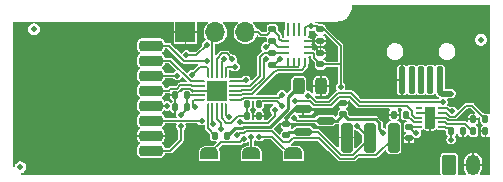
<source format=gtl>
G04 #@! TF.GenerationSoftware,KiCad,Pcbnew,(6.0.7)*
G04 #@! TF.CreationDate,2023-02-22T13:34:51-04:00*
G04 #@! TF.ProjectId,Twitch Switch,54776974-6368-4205-9377-697463682e6b,1.1*
G04 #@! TF.SameCoordinates,Original*
G04 #@! TF.FileFunction,Copper,L1,Top*
G04 #@! TF.FilePolarity,Positive*
%FSLAX46Y46*%
G04 Gerber Fmt 4.6, Leading zero omitted, Abs format (unit mm)*
G04 Created by KiCad (PCBNEW (6.0.7)) date 2023-02-22 13:34:51*
%MOMM*%
%LPD*%
G01*
G04 APERTURE LIST*
G04 Aperture macros list*
%AMRoundRect*
0 Rectangle with rounded corners*
0 $1 Rounding radius*
0 $2 $3 $4 $5 $6 $7 $8 $9 X,Y pos of 4 corners*
0 Add a 4 corners polygon primitive as box body*
4,1,4,$2,$3,$4,$5,$6,$7,$8,$9,$2,$3,0*
0 Add four circle primitives for the rounded corners*
1,1,$1+$1,$2,$3*
1,1,$1+$1,$4,$5*
1,1,$1+$1,$6,$7*
1,1,$1+$1,$8,$9*
0 Add four rect primitives between the rounded corners*
20,1,$1+$1,$2,$3,$4,$5,0*
20,1,$1+$1,$4,$5,$6,$7,0*
20,1,$1+$1,$6,$7,$8,$9,0*
20,1,$1+$1,$8,$9,$2,$3,0*%
%AMOutline5P*
0 Free polygon, 5 corners , with rotation*
0 The origin of the aperture is its center*
0 number of corners: always 5*
0 $1 to $10 corner X, Y*
0 $11 Rotation angle, in degrees counterclockwise*
0 create outline with 5 corners*
4,1,5,$1,$2,$3,$4,$5,$6,$7,$8,$9,$10,$1,$2,$11*%
%AMOutline6P*
0 Free polygon, 6 corners , with rotation*
0 The origin of the aperture is its center*
0 number of corners: always 6*
0 $1 to $12 corner X, Y*
0 $13 Rotation angle, in degrees counterclockwise*
0 create outline with 6 corners*
4,1,6,$1,$2,$3,$4,$5,$6,$7,$8,$9,$10,$11,$12,$1,$2,$13*%
%AMOutline7P*
0 Free polygon, 7 corners , with rotation*
0 The origin of the aperture is its center*
0 number of corners: always 7*
0 $1 to $14 corner X, Y*
0 $15 Rotation angle, in degrees counterclockwise*
0 create outline with 7 corners*
4,1,7,$1,$2,$3,$4,$5,$6,$7,$8,$9,$10,$11,$12,$13,$14,$1,$2,$15*%
%AMOutline8P*
0 Free polygon, 8 corners , with rotation*
0 The origin of the aperture is its center*
0 number of corners: always 8*
0 $1 to $16 corner X, Y*
0 $17 Rotation angle, in degrees counterclockwise*
0 create outline with 8 corners*
4,1,8,$1,$2,$3,$4,$5,$6,$7,$8,$9,$10,$11,$12,$13,$14,$15,$16,$1,$2,$17*%
%AMFreePoly0*
4,1,22,0.500000,-0.750000,0.000000,-0.750000,0.000000,-0.745033,-0.079941,-0.743568,-0.215256,-0.701293,-0.333266,-0.622738,-0.424486,-0.514219,-0.481581,-0.384460,-0.499164,-0.250000,-0.500000,-0.250000,-0.500000,0.250000,-0.499164,0.250000,-0.499963,0.256109,-0.478152,0.396186,-0.417904,0.524511,-0.324060,0.630769,-0.204165,0.706417,-0.067858,0.745374,0.000000,0.744959,0.000000,0.750000,
0.500000,0.750000,0.500000,-0.750000,0.500000,-0.750000,$1*%
%AMFreePoly1*
4,1,20,0.000000,0.744959,0.073905,0.744508,0.209726,0.703889,0.328688,0.626782,0.421226,0.519385,0.479903,0.390333,0.500000,0.250000,0.500000,-0.250000,0.499851,-0.262216,0.476331,-0.402017,0.414519,-0.529596,0.319384,-0.634700,0.198574,-0.708877,0.061801,-0.746166,0.000000,-0.745033,0.000000,-0.750000,-0.500000,-0.750000,-0.500000,0.750000,0.000000,0.750000,0.000000,0.744959,
0.000000,0.744959,$1*%
%AMFreePoly2*
4,1,14,0.334644,0.085355,0.385355,0.034644,0.400000,-0.000711,0.400000,-0.050000,0.385355,-0.085355,0.350000,-0.100000,-0.350000,-0.100000,-0.385355,-0.085355,-0.400000,-0.050000,-0.400000,0.050000,-0.385355,0.085355,-0.350000,0.100000,0.299289,0.100000,0.334644,0.085355,0.334644,0.085355,$1*%
%AMFreePoly3*
4,1,14,0.385355,0.085355,0.400000,0.050000,0.400000,0.000711,0.385355,-0.034644,0.334644,-0.085355,0.299289,-0.100000,-0.350000,-0.100000,-0.385355,-0.085355,-0.400000,-0.050000,-0.400000,0.050000,-0.385355,0.085355,-0.350000,0.100000,0.350000,0.100000,0.385355,0.085355,0.385355,0.085355,$1*%
%AMFreePoly4*
4,1,14,0.085355,0.385355,0.100000,0.350000,0.100000,-0.350000,0.085355,-0.385355,0.050000,-0.400000,-0.050000,-0.400000,-0.085355,-0.385355,-0.100000,-0.350000,-0.100000,0.299289,-0.085355,0.334644,-0.034644,0.385355,0.000711,0.400000,0.050000,0.400000,0.085355,0.385355,0.085355,0.385355,$1*%
%AMFreePoly5*
4,1,14,0.034644,0.385355,0.085355,0.334644,0.100000,0.299289,0.100000,-0.350000,0.085355,-0.385355,0.050000,-0.400000,-0.050000,-0.400000,-0.085355,-0.385355,-0.100000,-0.350000,-0.100000,0.350000,-0.085355,0.385355,-0.050000,0.400000,-0.000711,0.400000,0.034644,0.385355,0.034644,0.385355,$1*%
%AMFreePoly6*
4,1,14,0.385355,0.085355,0.400000,0.050000,0.400000,-0.050000,0.385355,-0.085355,0.350000,-0.100000,-0.299289,-0.100000,-0.334644,-0.085355,-0.385355,-0.034644,-0.400000,0.000711,-0.400000,0.050000,-0.385355,0.085355,-0.350000,0.100000,0.350000,0.100000,0.385355,0.085355,0.385355,0.085355,$1*%
%AMFreePoly7*
4,1,14,0.385355,0.085355,0.400000,0.050000,0.400000,-0.050000,0.385355,-0.085355,0.350000,-0.100000,-0.350000,-0.100000,-0.385355,-0.085355,-0.400000,-0.050000,-0.400000,-0.000711,-0.385355,0.034644,-0.334644,0.085355,-0.299289,0.100000,0.350000,0.100000,0.385355,0.085355,0.385355,0.085355,$1*%
%AMFreePoly8*
4,1,14,0.085355,0.385355,0.100000,0.350000,0.100000,-0.299289,0.085355,-0.334644,0.034644,-0.385355,-0.000711,-0.400000,-0.050000,-0.400000,-0.085355,-0.385355,-0.100000,-0.350000,-0.100000,0.350000,-0.085355,0.385355,-0.050000,0.400000,0.050000,0.400000,0.085355,0.385355,0.085355,0.385355,$1*%
%AMFreePoly9*
4,1,14,0.085355,0.385355,0.100000,0.350000,0.100000,-0.350000,0.085355,-0.385355,0.050000,-0.400000,0.000711,-0.400000,-0.034644,-0.385355,-0.085355,-0.334644,-0.100000,-0.299289,-0.100000,0.350000,-0.085355,0.385355,-0.050000,0.400000,0.050000,0.400000,0.085355,0.385355,0.085355,0.385355,$1*%
G04 Aperture macros list end*
G04 #@! TA.AperFunction,SMDPad,CuDef*
%ADD10RoundRect,0.135000X-0.135000X-0.185000X0.135000X-0.185000X0.135000X0.185000X-0.135000X0.185000X0*%
G04 #@! TD*
G04 #@! TA.AperFunction,SMDPad,CuDef*
%ADD11RoundRect,0.135000X0.185000X-0.135000X0.185000X0.135000X-0.185000X0.135000X-0.185000X-0.135000X0*%
G04 #@! TD*
G04 #@! TA.AperFunction,SMDPad,CuDef*
%ADD12RoundRect,0.250000X0.250000X-1.000000X0.250000X1.000000X-0.250000X1.000000X-0.250000X-1.000000X0*%
G04 #@! TD*
G04 #@! TA.AperFunction,SMDPad,CuDef*
%ADD13RoundRect,0.140000X0.140000X0.170000X-0.140000X0.170000X-0.140000X-0.170000X0.140000X-0.170000X0*%
G04 #@! TD*
G04 #@! TA.AperFunction,SMDPad,CuDef*
%ADD14RoundRect,0.225000X0.775000X-0.225000X0.775000X0.225000X-0.775000X0.225000X-0.775000X-0.225000X0*%
G04 #@! TD*
G04 #@! TA.AperFunction,SMDPad,CuDef*
%ADD15R,1.000000X1.000000*%
G04 #@! TD*
G04 #@! TA.AperFunction,SMDPad,CuDef*
%ADD16RoundRect,0.140000X0.170000X-0.140000X0.170000X0.140000X-0.170000X0.140000X-0.170000X-0.140000X0*%
G04 #@! TD*
G04 #@! TA.AperFunction,SMDPad,CuDef*
%ADD17FreePoly0,90.000000*%
G04 #@! TD*
G04 #@! TA.AperFunction,SMDPad,CuDef*
%ADD18FreePoly1,90.000000*%
G04 #@! TD*
G04 #@! TA.AperFunction,SMDPad,CuDef*
%ADD19C,0.500000*%
G04 #@! TD*
G04 #@! TA.AperFunction,SMDPad,CuDef*
%ADD20RoundRect,0.150000X-0.587500X-0.150000X0.587500X-0.150000X0.587500X0.150000X-0.587500X0.150000X0*%
G04 #@! TD*
G04 #@! TA.AperFunction,SMDPad,CuDef*
%ADD21RoundRect,0.135000X0.135000X0.185000X-0.135000X0.185000X-0.135000X-0.185000X0.135000X-0.185000X0*%
G04 #@! TD*
G04 #@! TA.AperFunction,SMDPad,CuDef*
%ADD22RoundRect,0.140000X-0.170000X0.140000X-0.170000X-0.140000X0.170000X-0.140000X0.170000X0.140000X0*%
G04 #@! TD*
G04 #@! TA.AperFunction,SMDPad,CuDef*
%ADD23RoundRect,0.243750X0.243750X0.456250X-0.243750X0.456250X-0.243750X-0.456250X0.243750X-0.456250X0*%
G04 #@! TD*
G04 #@! TA.AperFunction,SMDPad,CuDef*
%ADD24RoundRect,0.140000X-0.140000X-0.170000X0.140000X-0.170000X0.140000X0.170000X-0.140000X0.170000X0*%
G04 #@! TD*
G04 #@! TA.AperFunction,SMDPad,CuDef*
%ADD25RoundRect,0.135000X-0.185000X0.135000X-0.185000X-0.135000X0.185000X-0.135000X0.185000X0.135000X0*%
G04 #@! TD*
G04 #@! TA.AperFunction,ComponentPad*
%ADD26R,1.700000X1.700000*%
G04 #@! TD*
G04 #@! TA.AperFunction,ComponentPad*
%ADD27O,1.700000X1.700000*%
G04 #@! TD*
G04 #@! TA.AperFunction,SMDPad,CuDef*
%ADD28Outline5P,-0.237500X0.075000X-0.187500X0.125000X0.237500X0.125000X0.237500X-0.125000X-0.237500X-0.125000X270.000000*%
G04 #@! TD*
G04 #@! TA.AperFunction,SMDPad,CuDef*
%ADD29RoundRect,0.062500X0.062500X-0.175000X0.062500X0.175000X-0.062500X0.175000X-0.062500X-0.175000X0*%
G04 #@! TD*
G04 #@! TA.AperFunction,SMDPad,CuDef*
%ADD30RoundRect,0.062500X0.175000X0.062500X-0.175000X0.062500X-0.175000X-0.062500X0.175000X-0.062500X0*%
G04 #@! TD*
G04 #@! TA.AperFunction,SMDPad,CuDef*
%ADD31RoundRect,0.125000X0.125000X1.025000X-0.125000X1.025000X-0.125000X-1.025000X0.125000X-1.025000X0*%
G04 #@! TD*
G04 #@! TA.AperFunction,SMDPad,CuDef*
%ADD32RoundRect,0.500000X-0.750000X0.500000X-0.750000X-0.500000X0.750000X-0.500000X0.750000X0.500000X0*%
G04 #@! TD*
G04 #@! TA.AperFunction,SMDPad,CuDef*
%ADD33FreePoly2,0.000000*%
G04 #@! TD*
G04 #@! TA.AperFunction,SMDPad,CuDef*
%ADD34RoundRect,0.050000X-0.350000X-0.050000X0.350000X-0.050000X0.350000X0.050000X-0.350000X0.050000X0*%
G04 #@! TD*
G04 #@! TA.AperFunction,SMDPad,CuDef*
%ADD35FreePoly3,0.000000*%
G04 #@! TD*
G04 #@! TA.AperFunction,SMDPad,CuDef*
%ADD36FreePoly4,0.000000*%
G04 #@! TD*
G04 #@! TA.AperFunction,SMDPad,CuDef*
%ADD37RoundRect,0.050000X-0.050000X-0.350000X0.050000X-0.350000X0.050000X0.350000X-0.050000X0.350000X0*%
G04 #@! TD*
G04 #@! TA.AperFunction,SMDPad,CuDef*
%ADD38FreePoly5,0.000000*%
G04 #@! TD*
G04 #@! TA.AperFunction,SMDPad,CuDef*
%ADD39FreePoly6,0.000000*%
G04 #@! TD*
G04 #@! TA.AperFunction,SMDPad,CuDef*
%ADD40FreePoly7,0.000000*%
G04 #@! TD*
G04 #@! TA.AperFunction,SMDPad,CuDef*
%ADD41FreePoly8,0.000000*%
G04 #@! TD*
G04 #@! TA.AperFunction,SMDPad,CuDef*
%ADD42FreePoly9,0.000000*%
G04 #@! TD*
G04 #@! TA.AperFunction,SMDPad,CuDef*
%ADD43R,1.700000X1.700000*%
G04 #@! TD*
G04 #@! TA.AperFunction,SMDPad,CuDef*
%ADD44RoundRect,0.050000X0.200000X0.050000X-0.200000X0.050000X-0.200000X-0.050000X0.200000X-0.050000X0*%
G04 #@! TD*
G04 #@! TA.AperFunction,SMDPad,CuDef*
%ADD45RoundRect,0.225000X0.225000X0.725000X-0.225000X0.725000X-0.225000X-0.725000X0.225000X-0.725000X0*%
G04 #@! TD*
G04 #@! TA.AperFunction,ComponentPad*
%ADD46RoundRect,0.250000X-0.350000X-0.625000X0.350000X-0.625000X0.350000X0.625000X-0.350000X0.625000X0*%
G04 #@! TD*
G04 #@! TA.AperFunction,ComponentPad*
%ADD47O,1.200000X1.750000*%
G04 #@! TD*
G04 #@! TA.AperFunction,ViaPad*
%ADD48C,0.508000*%
G04 #@! TD*
G04 #@! TA.AperFunction,Conductor*
%ADD49C,0.152400*%
G04 #@! TD*
G04 #@! TA.AperFunction,Conductor*
%ADD50C,0.254000*%
G04 #@! TD*
G04 #@! TA.AperFunction,Conductor*
%ADD51C,0.508000*%
G04 #@! TD*
G04 APERTURE END LIST*
D10*
X147318000Y-110109000D03*
X148338000Y-110109000D03*
D11*
X149479000Y-105793000D03*
X149479000Y-104773000D03*
D12*
X155750000Y-111920000D03*
X159750000Y-111920000D03*
X157750000Y-111920000D03*
D13*
X165580000Y-111379000D03*
X164620000Y-111379000D03*
D14*
X139192000Y-113030000D03*
X139192000Y-111760000D03*
X139192000Y-110490000D03*
X139192000Y-109220000D03*
X139192000Y-107950000D03*
X139192000Y-106680000D03*
X139192000Y-105410000D03*
X139192000Y-104140000D03*
D15*
X128056000Y-103085000D03*
D16*
X161036000Y-111986000D03*
X161036000Y-111026000D03*
D17*
X144145000Y-114569000D03*
D18*
X144145000Y-113269000D03*
D17*
X151257000Y-114569000D03*
D18*
X151257000Y-113269000D03*
D19*
X129286000Y-102743000D03*
D20*
X152097500Y-109540000D03*
X152097500Y-111440000D03*
X153972500Y-110490000D03*
D19*
X167132000Y-103632000D03*
D21*
X148338000Y-109093000D03*
X147318000Y-109093000D03*
D22*
X155448000Y-108994000D03*
X155448000Y-109954000D03*
D23*
X153591500Y-107569000D03*
X151716500Y-107569000D03*
D24*
X141252000Y-109347000D03*
X142212000Y-109347000D03*
D21*
X160784000Y-109982000D03*
X159764000Y-109982000D03*
D25*
X149479000Y-102741000D03*
X149479000Y-103761000D03*
D10*
X144651000Y-111760000D03*
X145671000Y-111760000D03*
D26*
X142113000Y-102997000D03*
D27*
X144653000Y-102997000D03*
X147193000Y-102997000D03*
D21*
X167515000Y-110363000D03*
X166495000Y-110363000D03*
D10*
X166495000Y-111379000D03*
X167515000Y-111379000D03*
D28*
X150761000Y-105429500D03*
D29*
X151261000Y-105429500D03*
X151761000Y-105429500D03*
X152261000Y-105429500D03*
D30*
X152423500Y-104767000D03*
X152423500Y-104267000D03*
X152423500Y-103767000D03*
D29*
X152261000Y-103104500D03*
X151761000Y-103104500D03*
X151261000Y-103104500D03*
X150761000Y-103104500D03*
D30*
X150598500Y-103767000D03*
X150598500Y-104267000D03*
X150598500Y-104767000D03*
D22*
X150622000Y-110772000D03*
X150622000Y-111732000D03*
D24*
X141252000Y-108331000D03*
X142212000Y-108331000D03*
D22*
X153543000Y-104775000D03*
X153543000Y-105735000D03*
D31*
X163652000Y-107048000D03*
X162852000Y-107048000D03*
X162052000Y-107048000D03*
X161252000Y-107048000D03*
X160452000Y-107048000D03*
D32*
X166502000Y-107198000D03*
X166502000Y-101698000D03*
X157602000Y-101698000D03*
X157602000Y-107198000D03*
D33*
X143330000Y-107150000D03*
D34*
X143330000Y-107550000D03*
X143330000Y-107950000D03*
X143330000Y-108350000D03*
D35*
X143330000Y-108750000D03*
D36*
X143980000Y-109400000D03*
D37*
X144380000Y-109400000D03*
X144780000Y-109400000D03*
X145180000Y-109400000D03*
D38*
X145580000Y-109400000D03*
D39*
X146230000Y-108750000D03*
D34*
X146230000Y-108350000D03*
X146230000Y-107950000D03*
X146230000Y-107550000D03*
D40*
X146230000Y-107150000D03*
D41*
X145580000Y-106500000D03*
D37*
X145180000Y-106500000D03*
X144780000Y-106500000D03*
X144380000Y-106500000D03*
D42*
X143980000Y-106500000D03*
D43*
X144780000Y-107950000D03*
D16*
X153543000Y-103731000D03*
X153543000Y-102771000D03*
D17*
X147701000Y-114569000D03*
D18*
X147701000Y-113269000D03*
D19*
X128143000Y-114427000D03*
D44*
X163764000Y-111036000D03*
X163764000Y-110636000D03*
X163764000Y-110236000D03*
X163764000Y-109836000D03*
X163764000Y-109436000D03*
X161864000Y-109436000D03*
X161864000Y-109836000D03*
X161864000Y-110236000D03*
X161864000Y-110636000D03*
X161864000Y-111036000D03*
D45*
X162814000Y-110236000D03*
D46*
X164452300Y-114221260D03*
D47*
X166452300Y-114221260D03*
D48*
X144272000Y-108458000D03*
X154813000Y-102616000D03*
X137795000Y-107315000D03*
X136271000Y-106172000D03*
X133858000Y-103759000D03*
X140525500Y-113792000D03*
X129032000Y-103759000D03*
X131445000Y-106172000D03*
X145923000Y-102489000D03*
X137795000Y-109855000D03*
X136271000Y-110998000D03*
X156083000Y-107569000D03*
X159639000Y-108204000D03*
X148710062Y-102731260D03*
X140525500Y-111125000D03*
X147935284Y-105988939D03*
X140525500Y-108585000D03*
X144272000Y-107442000D03*
X137795000Y-113792000D03*
X137795000Y-112395000D03*
X133858000Y-108585000D03*
X154686000Y-106807000D03*
X140525500Y-112395000D03*
X129032000Y-108585000D03*
X156972000Y-113919000D03*
X149225000Y-112395000D03*
X145288000Y-107442000D03*
X157353000Y-109728000D03*
X140525500Y-103505000D03*
X137795000Y-104775000D03*
X164465000Y-107315000D03*
X129032000Y-113411000D03*
X145288000Y-108458000D03*
X140525500Y-104775000D03*
X163703000Y-111633000D03*
X149929036Y-111150473D03*
X133858000Y-113411000D03*
X140525500Y-106045000D03*
X131445000Y-110998000D03*
X149033035Y-110049084D03*
X154432000Y-104267000D03*
X137795000Y-103505000D03*
X142240000Y-106045000D03*
X140525500Y-107315000D03*
X140557883Y-109963787D03*
X137795000Y-108585000D03*
X166145097Y-109702100D03*
X150872922Y-106745038D03*
X156718000Y-112141000D03*
X148863080Y-108009293D03*
X141732000Y-110972100D03*
X155244599Y-107671100D03*
X156655900Y-110923500D03*
X142199897Y-104942103D03*
X141732000Y-110007900D03*
X143897900Y-104088709D03*
X150114000Y-105283000D03*
X152781000Y-102489000D03*
X146074683Y-105300030D03*
X148360903Y-111850900D03*
X147061844Y-112015067D03*
X147218900Y-107067900D03*
X146302724Y-105919276D03*
X147701000Y-111850900D03*
X148904132Y-104263065D03*
X148903969Y-105282766D03*
X140566100Y-109243652D03*
X142897900Y-109347000D03*
X164592000Y-108204000D03*
X164619621Y-112099315D03*
X161662284Y-111546312D03*
X151325274Y-110295835D03*
X158844100Y-111543267D03*
X150280050Y-109259052D03*
X141423799Y-106672593D03*
X142701847Y-106587053D03*
X145160766Y-111184969D03*
X143497900Y-110490000D03*
X145415000Y-105283000D03*
X143897900Y-105435949D03*
X151346350Y-108858734D03*
X146693662Y-110616492D03*
X145758515Y-110187346D03*
X149698877Y-109575100D03*
X150290629Y-108294352D03*
X164719000Y-109691900D03*
X152506670Y-108376634D03*
X163914100Y-108920849D03*
X146447521Y-111737115D03*
X144462100Y-110744000D03*
D49*
X153507000Y-103767000D02*
X153543000Y-103731000D01*
X163764000Y-110236000D02*
X164149548Y-110236000D01*
D50*
X150622000Y-110245473D02*
X150622000Y-110772000D01*
D49*
X152423500Y-104267000D02*
X153035000Y-104267000D01*
X164149548Y-110236000D02*
X164392848Y-110479300D01*
X142504679Y-107792400D02*
X141790600Y-107792400D01*
X162414000Y-109836000D02*
X162814000Y-110236000D01*
D50*
X152097500Y-109540000D02*
X151327473Y-109540000D01*
X154573615Y-109540000D02*
X155119615Y-108994000D01*
D49*
X141252000Y-108331000D02*
X141252000Y-109347000D01*
X142662279Y-107950000D02*
X142504679Y-107792400D01*
X141790600Y-107792400D02*
X141252000Y-108331000D01*
D50*
X155119615Y-108994000D02*
X155448000Y-108994000D01*
D49*
X153035000Y-104267000D02*
X153543000Y-104775000D01*
X164392848Y-110479300D02*
X165045152Y-110479300D01*
X163764000Y-110236000D02*
X162814000Y-110236000D01*
X152423500Y-103767000D02*
X153507000Y-103767000D01*
X161864000Y-109836000D02*
X162414000Y-109836000D01*
D50*
X151327473Y-109540000D02*
X150622000Y-110245473D01*
D49*
X143330000Y-107950000D02*
X144780000Y-107950000D01*
D50*
X152097500Y-109540000D02*
X154573615Y-109540000D01*
D49*
X143330000Y-107950000D02*
X142662279Y-107950000D01*
X149604000Y-105793000D02*
X150114000Y-105283000D01*
X149006140Y-103213860D02*
X149479000Y-102741000D01*
X150749000Y-105918000D02*
X151257000Y-105918000D01*
X143330000Y-108350000D02*
X142231000Y-108350000D01*
X150761000Y-105429500D02*
X150761000Y-105906000D01*
X155244599Y-104141099D02*
X153874500Y-102771000D01*
X155239198Y-105735000D02*
X155244599Y-105740401D01*
X149604000Y-105918000D02*
X150749000Y-105918000D01*
X152900000Y-104767000D02*
X153004400Y-104871400D01*
X151761000Y-105429500D02*
X151761000Y-105795000D01*
X153543000Y-105735000D02*
X155239198Y-105735000D01*
X148293302Y-102997000D02*
X148510162Y-103213860D01*
X152261000Y-103104500D02*
X152261000Y-102628000D01*
X153004400Y-104871400D02*
X153004400Y-105196400D01*
X152423500Y-104767000D02*
X152900000Y-104767000D01*
X153004400Y-105196400D02*
X153543000Y-105735000D01*
X142199897Y-104942103D02*
X143044506Y-104942103D01*
X153874500Y-102771000D02*
X153543000Y-102771000D01*
X150598500Y-103767000D02*
X150249000Y-103767000D01*
X148510162Y-103213860D02*
X149006140Y-103213860D01*
X142231000Y-108350000D02*
X142212000Y-108331000D01*
X149479000Y-105793000D02*
X149604000Y-105793000D01*
X155244599Y-105740401D02*
X155244599Y-104141099D01*
X150249000Y-103767000D02*
X150027600Y-103545600D01*
X153343157Y-111440000D02*
X152097500Y-111440000D01*
X147193000Y-102997000D02*
X148293302Y-102997000D01*
X151761000Y-105795000D02*
X151638000Y-105918000D01*
X149479000Y-105793000D02*
X149604000Y-105918000D01*
X151257000Y-105918000D02*
X151638000Y-105918000D01*
X141732000Y-112141000D02*
X141732000Y-110972100D01*
X142212000Y-109527900D02*
X141732000Y-110007900D01*
X150027600Y-103289600D02*
X149479000Y-102741000D01*
X143044506Y-104942103D02*
X143897900Y-104088709D01*
X150761000Y-105906000D02*
X150749000Y-105918000D01*
X142212000Y-109347000D02*
X142212000Y-109527900D01*
X152400000Y-102489000D02*
X153261000Y-102489000D01*
X151261000Y-105429500D02*
X151261000Y-105914000D01*
X157652400Y-111920000D02*
X156655900Y-110923500D01*
X142212000Y-109347000D02*
X142212000Y-108331000D01*
X140843000Y-113030000D02*
X141732000Y-112141000D01*
X157750000Y-111920000D02*
X157652400Y-111920000D01*
X140843000Y-113030000D02*
X139192000Y-113030000D01*
X155244599Y-107671100D02*
X155244599Y-105740401D01*
X157750000Y-111920000D02*
X156271400Y-113398600D01*
D50*
X150914000Y-111440000D02*
X150622000Y-111732000D01*
D49*
X153261000Y-102489000D02*
X153543000Y-102771000D01*
D50*
X152097500Y-111440000D02*
X150914000Y-111440000D01*
D49*
X150027600Y-103545600D02*
X150027600Y-103289600D01*
X156271400Y-113398600D02*
X155301757Y-113398600D01*
X152261000Y-102628000D02*
X152400000Y-102489000D01*
X155301757Y-113398600D02*
X153343157Y-111440000D01*
X151261000Y-105914000D02*
X151257000Y-105918000D01*
D50*
X146914604Y-111149892D02*
X146281108Y-111149892D01*
X150813450Y-108472050D02*
X150813450Y-109479288D01*
X146281108Y-111149892D02*
X145671000Y-111760000D01*
X147051296Y-111013200D02*
X146914604Y-111149892D01*
X150813450Y-109479288D02*
X149279537Y-111013200D01*
X149279537Y-111013200D02*
X147051296Y-111013200D01*
X151716500Y-107569000D02*
X150813450Y-108472050D01*
D49*
X145614900Y-104800400D02*
X146074683Y-105260183D01*
X146074683Y-105260183D02*
X146074683Y-105300030D01*
X144780000Y-106500000D02*
X144780000Y-105235500D01*
X145215100Y-104800400D02*
X145614900Y-104800400D01*
X150896669Y-113269000D02*
X150062521Y-112434852D01*
X149478569Y-111850900D02*
X148360903Y-111850900D01*
X144780000Y-105235500D02*
X145215100Y-104800400D01*
X151257000Y-113269000D02*
X150896669Y-113269000D01*
X150062521Y-112434852D02*
X149478569Y-111850900D01*
X146230000Y-107150000D02*
X147136800Y-107150000D01*
X145105400Y-112308600D02*
X145686608Y-112308600D01*
X144145000Y-113269000D02*
X145105400Y-112308600D01*
X147136800Y-107150000D02*
X147218900Y-107067900D01*
X146768311Y-112308600D02*
X147061844Y-112015067D01*
X145686608Y-112308600D02*
X146768311Y-112308600D01*
X145669000Y-105918000D02*
X146301448Y-105918000D01*
X145580000Y-106007000D02*
X145669000Y-105918000D01*
X145580000Y-106500000D02*
X145580000Y-106007000D01*
X147701000Y-113269000D02*
X147701000Y-111850900D01*
X143980000Y-109400000D02*
X143980000Y-111089000D01*
X143980000Y-111089000D02*
X144651000Y-111760000D01*
X148904132Y-104263065D02*
X148976935Y-104263065D01*
X149985000Y-104267000D02*
X149479000Y-103761000D01*
X146827200Y-107934800D02*
X147639252Y-107934800D01*
X148976935Y-104263065D02*
X149479000Y-103761000D01*
X150598500Y-104267000D02*
X149985000Y-104267000D01*
X146230000Y-107950000D02*
X146812000Y-107950000D01*
X148726169Y-105460566D02*
X148903969Y-105282766D01*
X147639252Y-107934800D02*
X148726169Y-106847883D01*
X146812000Y-107950000D02*
X146827200Y-107934800D01*
X148726169Y-106847883D02*
X148726169Y-105460566D01*
X140843000Y-105410000D02*
X139192000Y-105410000D01*
X142583000Y-107150000D02*
X140843000Y-105410000D01*
X143330000Y-107150000D02*
X142583000Y-107150000D01*
X140842679Y-107792400D02*
X141359548Y-107792400D01*
X142693331Y-107550000D02*
X143330000Y-107550000D01*
X141359548Y-107792400D02*
X141664348Y-107487600D01*
X141664348Y-107487600D02*
X142630931Y-107487600D01*
X140685079Y-107950000D02*
X139192000Y-107950000D01*
X140685079Y-107950000D02*
X140842679Y-107792400D01*
X142630931Y-107487600D02*
X142693331Y-107550000D01*
X140566100Y-109243652D02*
X139215652Y-109243652D01*
X142720600Y-109169700D02*
X142897900Y-109347000D01*
X142720600Y-108848333D02*
X142720600Y-109169700D01*
X142818933Y-108750000D02*
X143330000Y-108750000D01*
X139215652Y-109243652D02*
X139192000Y-109220000D01*
X142720600Y-108848333D02*
X142818933Y-108750000D01*
X164087444Y-111036000D02*
X164140344Y-111088900D01*
X164140344Y-111088900D02*
X164329900Y-111088900D01*
X163764000Y-111036000D02*
X164087444Y-111036000D01*
D51*
X164592000Y-108204000D02*
X163816085Y-108204000D01*
D49*
X164619621Y-112099315D02*
X164620000Y-112098936D01*
X164329900Y-111088900D02*
X164620000Y-111379000D01*
D51*
X163813884Y-108206201D02*
X163652000Y-108044317D01*
X163652000Y-108044317D02*
X163652000Y-107048000D01*
D49*
X164620000Y-112098936D02*
X164620000Y-111379000D01*
D51*
X163816085Y-108204000D02*
X163813884Y-108206201D01*
D49*
X150598500Y-104767000D02*
X149485000Y-104767000D01*
X148421369Y-106721631D02*
X147593000Y-107550000D01*
X148731235Y-104773000D02*
X148421369Y-105082866D01*
X148421369Y-105082866D02*
X148421369Y-106721631D01*
X149479000Y-104773000D02*
X148731235Y-104773000D01*
X147593000Y-107550000D02*
X146230000Y-107550000D01*
X149485000Y-104767000D02*
X149479000Y-104773000D01*
D50*
X158844100Y-111543267D02*
X158529400Y-111228567D01*
X158219285Y-110390600D02*
X155884600Y-110390600D01*
D49*
X161662284Y-111546312D02*
X161556312Y-111546312D01*
D50*
X158529400Y-111228567D02*
X158529400Y-110700715D01*
D49*
X161556312Y-111546312D02*
X161036000Y-111026000D01*
X161864000Y-111036000D02*
X161046000Y-111036000D01*
X148581800Y-108849200D02*
X148338000Y-109093000D01*
X149870198Y-108849200D02*
X148581800Y-108849200D01*
X151519439Y-110490000D02*
X153972500Y-110490000D01*
D50*
X154912000Y-110490000D02*
X155448000Y-109954000D01*
X158529400Y-110700715D02*
X158219285Y-110390600D01*
D49*
X151325274Y-110295835D02*
X151519439Y-110490000D01*
D50*
X153972500Y-110490000D02*
X154912000Y-110490000D01*
D49*
X161046000Y-111036000D02*
X161036000Y-111026000D01*
D50*
X155884600Y-110390600D02*
X155448000Y-109954000D01*
D49*
X150280050Y-109259052D02*
X149870198Y-108849200D01*
X144380000Y-103270000D02*
X144380000Y-106500000D01*
X144653000Y-102997000D02*
X144380000Y-103270000D01*
X141416392Y-106680000D02*
X139192000Y-106680000D01*
X143980000Y-106007000D02*
X143980000Y-106500000D01*
X143370900Y-105918000D02*
X143891000Y-105918000D01*
X141423799Y-106672593D02*
X141416392Y-106680000D01*
X142701847Y-106587053D02*
X143370900Y-105918000D01*
X143891000Y-105918000D02*
X143980000Y-106007000D01*
X145160766Y-110702442D02*
X145160766Y-111184969D01*
X143497900Y-110490000D02*
X139192000Y-110490000D01*
X144780000Y-110321676D02*
X145160766Y-110702442D01*
X144780000Y-109400000D02*
X144780000Y-110321676D01*
X145180000Y-106500000D02*
X145180000Y-105518000D01*
X140716000Y-104140000D02*
X139192000Y-104140000D01*
X145180000Y-105518000D02*
X145415000Y-105283000D01*
X142011949Y-105435949D02*
X140716000Y-104140000D01*
X143897900Y-105435949D02*
X142011949Y-105435949D01*
X147318000Y-109093000D02*
X147318000Y-110109000D01*
X145180000Y-109400000D02*
X145180000Y-110290624D01*
X145559322Y-110669946D02*
X145958415Y-110669946D01*
X145180000Y-110290624D02*
X145559322Y-110669946D01*
X146519361Y-110109000D02*
X147318000Y-110109000D01*
X145958415Y-110669946D02*
X146519361Y-110109000D01*
X156800597Y-109225649D02*
X160861857Y-109225649D01*
X161508331Y-110236000D02*
X161864000Y-110236000D01*
X161282600Y-110010269D02*
X161508331Y-110236000D01*
X155125321Y-108485400D02*
X156060348Y-108485400D01*
X152689155Y-108858734D02*
X153014821Y-109184400D01*
X149698877Y-109575100D02*
X149698877Y-110090966D01*
X160861857Y-109225649D02*
X161282600Y-109646392D01*
X145580000Y-110008831D02*
X145580000Y-109400000D01*
X154426321Y-109184400D02*
X155125321Y-108485400D01*
X153014821Y-109184400D02*
X154426321Y-109184400D01*
X148353608Y-110657600D02*
X146734770Y-110657600D01*
X149262421Y-110527422D02*
X149132243Y-110657600D01*
X151346350Y-108858734D02*
X152689155Y-108858734D01*
X149698877Y-110090966D02*
X149262421Y-110527422D01*
X161282600Y-109646392D02*
X161282600Y-110010269D01*
X146734770Y-110657600D02*
X146693662Y-110616492D01*
X156060348Y-108485400D02*
X156800597Y-109225649D01*
X149132243Y-110657600D02*
X148353608Y-110657600D01*
X145758515Y-110187346D02*
X145580000Y-110008831D01*
X163764000Y-109436000D02*
X164225792Y-109436000D01*
X156159200Y-108153200D02*
X155026469Y-108153200D01*
X147032392Y-108544400D02*
X146826792Y-108750000D01*
X163914100Y-108920849D02*
X156926849Y-108920849D01*
X150040581Y-108544400D02*
X147032392Y-108544400D01*
X153141073Y-108879600D02*
X152638107Y-108376634D01*
X154300069Y-108879600D02*
X153141073Y-108879600D01*
X164225792Y-109436000D02*
X164481692Y-109691900D01*
X146826792Y-108750000D02*
X146230000Y-108750000D01*
X150290629Y-108294352D02*
X150040581Y-108544400D01*
X152638107Y-108376634D02*
X152506670Y-108376634D01*
X156926849Y-108920849D02*
X156159200Y-108153200D01*
X164481692Y-109691900D02*
X164719000Y-109691900D01*
X155026469Y-108153200D02*
X154300069Y-108879600D01*
X155175505Y-113703400D02*
X156397652Y-113703400D01*
X156702452Y-113398600D02*
X158271400Y-113398600D01*
X150367321Y-112308600D02*
X150876679Y-112308600D01*
X156397652Y-113703400D02*
X156702452Y-113398600D01*
X158271400Y-113398600D02*
X159750000Y-111920000D01*
X144380000Y-109400000D02*
X144380000Y-110661900D01*
X151216679Y-111968600D02*
X153440705Y-111968600D01*
X153440705Y-111968600D02*
X155175505Y-113703400D01*
X146679144Y-111505492D02*
X147061898Y-111505492D01*
X147198590Y-111368800D02*
X149426831Y-111368800D01*
X149426831Y-111368800D02*
X149427176Y-111368455D01*
X146447521Y-111737115D02*
X146679144Y-111505492D01*
X147061898Y-111505492D02*
X147198590Y-111368800D01*
X149427176Y-111368455D02*
X150367321Y-112308600D01*
X150876679Y-112308600D02*
X151216679Y-111968600D01*
X144380000Y-110661900D02*
X144462100Y-110744000D01*
X166495000Y-111379000D02*
X166411279Y-111379000D01*
X164266596Y-110784100D02*
X164118496Y-110636000D01*
X164118496Y-110636000D02*
X163764000Y-110636000D01*
X166411279Y-111379000D02*
X165816379Y-110784100D01*
X165816379Y-110784100D02*
X164266596Y-110784100D01*
X164180600Y-109836000D02*
X164519100Y-110174500D01*
X166372000Y-109220000D02*
X167515000Y-110363000D01*
X164519100Y-110174500D02*
X164918900Y-110174500D01*
X164918900Y-110174500D02*
X165873400Y-109220000D01*
X165873400Y-109220000D02*
X166372000Y-109220000D01*
X163764000Y-109836000D02*
X164180600Y-109836000D01*
X161864000Y-110636000D02*
X161477279Y-110636000D01*
X161477279Y-110636000D02*
X160823279Y-109982000D01*
X160823279Y-109982000D02*
X160784000Y-109982000D01*
X150761000Y-103104500D02*
X150761000Y-102235000D01*
X146795740Y-108350000D02*
X146230000Y-108350000D01*
X149883408Y-106222800D02*
X149814608Y-106291600D01*
X147765504Y-108239600D02*
X146906140Y-108239600D01*
X149713504Y-106291600D02*
X147765504Y-108239600D01*
X152261000Y-105905452D02*
X151943652Y-106222800D01*
X146906140Y-108239600D02*
X146795740Y-108350000D01*
X152261000Y-105429500D02*
X152261000Y-105905452D01*
X151943652Y-106222800D02*
X149883408Y-106222800D01*
X149814608Y-106291600D02*
X149713504Y-106291600D01*
X151761000Y-103104500D02*
X151761000Y-102235000D01*
X151261000Y-103104500D02*
X151261000Y-102235000D01*
G04 #@! TA.AperFunction,Conductor*
G36*
X129224146Y-102118093D02*
G01*
X129249866Y-102162642D01*
X129240933Y-102213300D01*
X129201528Y-102246365D01*
X129196473Y-102248005D01*
X129079529Y-102281428D01*
X128958280Y-102357930D01*
X128954735Y-102361943D01*
X128954736Y-102361943D01*
X128866923Y-102461372D01*
X128866921Y-102461375D01*
X128863377Y-102465388D01*
X128855916Y-102481280D01*
X128834651Y-102526571D01*
X128798182Y-102562849D01*
X128746926Y-102567197D01*
X128704867Y-102537582D01*
X128697104Y-102523387D01*
X128695444Y-102519379D01*
X128669986Y-102481280D01*
X128659720Y-102471014D01*
X128621623Y-102445558D01*
X128608198Y-102439997D01*
X128574637Y-102433321D01*
X128567316Y-102432600D01*
X128145459Y-102432600D01*
X128135302Y-102436297D01*
X128132200Y-102441669D01*
X128132200Y-102995541D01*
X128135897Y-103005698D01*
X128141269Y-103008800D01*
X128695141Y-103008800D01*
X128705298Y-103005103D01*
X128715763Y-102986978D01*
X128755168Y-102953913D01*
X128806608Y-102953913D01*
X128846013Y-102986978D01*
X128849716Y-102994284D01*
X128856720Y-103010203D01*
X128948970Y-103119948D01*
X128953429Y-103122916D01*
X128953430Y-103122917D01*
X129050223Y-103187348D01*
X129068313Y-103199390D01*
X129073425Y-103200987D01*
X129073427Y-103200988D01*
X129143763Y-103222962D01*
X129205157Y-103242142D01*
X129265130Y-103243242D01*
X129343137Y-103244672D01*
X129343139Y-103244672D01*
X129348499Y-103244770D01*
X129353670Y-103243360D01*
X129353672Y-103243360D01*
X129444694Y-103218544D01*
X129486817Y-103207060D01*
X129608991Y-103132045D01*
X129705200Y-103025754D01*
X129712735Y-103010203D01*
X129756050Y-102920800D01*
X129767710Y-102896733D01*
X129780234Y-102822292D01*
X129791014Y-102758222D01*
X129791015Y-102758215D01*
X129791496Y-102755354D01*
X129791647Y-102743000D01*
X129791235Y-102740121D01*
X129772082Y-102606379D01*
X129772081Y-102606376D01*
X129771323Y-102601082D01*
X129769108Y-102596210D01*
X129769107Y-102596207D01*
X129720967Y-102490330D01*
X129711984Y-102470572D01*
X129662219Y-102412817D01*
X129621894Y-102366017D01*
X129621891Y-102366014D01*
X129618400Y-102361963D01*
X129611360Y-102357400D01*
X129502588Y-102286897D01*
X129502587Y-102286896D01*
X129498095Y-102283985D01*
X129376923Y-102247747D01*
X129335653Y-102217041D01*
X129323776Y-102166992D01*
X129346849Y-102121017D01*
X129398470Y-102100500D01*
X141035400Y-102100500D01*
X141083738Y-102118093D01*
X141109458Y-102162642D01*
X141110600Y-102175700D01*
X141110600Y-102907541D01*
X141114297Y-102917698D01*
X141119669Y-102920800D01*
X143102141Y-102920800D01*
X143112298Y-102917103D01*
X143115400Y-102911731D01*
X143115400Y-102175700D01*
X143132993Y-102127362D01*
X143177542Y-102101642D01*
X143190600Y-102100500D01*
X143953877Y-102100500D01*
X144002215Y-102118093D01*
X144027935Y-102162642D01*
X144019002Y-102213300D01*
X144000997Y-102234306D01*
X143950781Y-102274680D01*
X143950774Y-102274687D01*
X143947912Y-102276988D01*
X143821489Y-102427653D01*
X143819718Y-102430875D01*
X143819717Y-102430876D01*
X143760484Y-102538621D01*
X143726739Y-102600004D01*
X143667269Y-102787476D01*
X143645345Y-102982930D01*
X143645653Y-102986598D01*
X143645653Y-102986601D01*
X143660966Y-103168957D01*
X143661803Y-103178919D01*
X143716015Y-103367979D01*
X143805916Y-103542908D01*
X143808201Y-103545791D01*
X143830481Y-103573902D01*
X143846718Y-103622713D01*
X143827781Y-103670540D01*
X143783310Y-103694886D01*
X143770594Y-103696900D01*
X143655749Y-103755417D01*
X143564608Y-103846558D01*
X143561920Y-103851834D01*
X143561919Y-103851835D01*
X143540788Y-103893307D01*
X143506091Y-103961403D01*
X143500605Y-103996039D01*
X143494729Y-104033144D01*
X143485928Y-104088709D01*
X143488423Y-104104460D01*
X143491963Y-104126812D01*
X143482148Y-104177307D01*
X143470863Y-104191750D01*
X142971635Y-104690977D01*
X142925015Y-104712717D01*
X142918461Y-104713003D01*
X142577388Y-104713003D01*
X142529050Y-104695410D01*
X142524214Y-104690977D01*
X142442048Y-104608811D01*
X142432544Y-104603968D01*
X142369605Y-104571899D01*
X142327203Y-104550294D01*
X142199897Y-104530131D01*
X142072591Y-104550294D01*
X142030189Y-104571899D01*
X141967251Y-104603968D01*
X141957746Y-104608811D01*
X141866605Y-104699952D01*
X141863917Y-104705228D01*
X141863916Y-104705229D01*
X141850067Y-104732410D01*
X141827788Y-104776135D01*
X141823587Y-104784379D01*
X141785966Y-104819461D01*
X141734596Y-104822153D01*
X141703409Y-104803413D01*
X141333441Y-104433444D01*
X140883630Y-103983633D01*
X140880920Y-103980778D01*
X140864255Y-103962270D01*
X140853670Y-103950514D01*
X140831053Y-103940444D01*
X140820697Y-103934821D01*
X140819376Y-103933963D01*
X140799936Y-103921339D01*
X140791412Y-103919989D01*
X140772587Y-103914413D01*
X140771920Y-103914116D01*
X140764697Y-103910900D01*
X140739946Y-103910900D01*
X140728182Y-103909974D01*
X140711548Y-103907339D01*
X140711546Y-103907339D01*
X140703742Y-103906103D01*
X140696110Y-103908148D01*
X140696109Y-103908148D01*
X140695401Y-103908338D01*
X140675938Y-103910900D01*
X140414508Y-103910900D01*
X140366170Y-103893307D01*
X140346625Y-103858316D01*
X141110600Y-103858316D01*
X141111321Y-103865637D01*
X141117997Y-103899198D01*
X141123558Y-103912623D01*
X141149014Y-103950720D01*
X141159280Y-103960986D01*
X141197377Y-103986442D01*
X141210802Y-103992003D01*
X141244363Y-103998679D01*
X141251684Y-103999400D01*
X142023541Y-103999400D01*
X142033698Y-103995703D01*
X142036800Y-103990331D01*
X142036800Y-103986141D01*
X142189200Y-103986141D01*
X142192897Y-103996298D01*
X142198269Y-103999400D01*
X142974316Y-103999400D01*
X142981637Y-103998679D01*
X143015198Y-103992003D01*
X143028623Y-103986442D01*
X143066720Y-103960986D01*
X143076986Y-103950720D01*
X143102442Y-103912623D01*
X143108003Y-103899198D01*
X143114679Y-103865637D01*
X143115400Y-103858316D01*
X143115400Y-103086459D01*
X143111703Y-103076302D01*
X143106331Y-103073200D01*
X142202459Y-103073200D01*
X142192302Y-103076897D01*
X142189200Y-103082269D01*
X142189200Y-103986141D01*
X142036800Y-103986141D01*
X142036800Y-103086459D01*
X142033103Y-103076302D01*
X142027731Y-103073200D01*
X141123859Y-103073200D01*
X141113702Y-103076897D01*
X141110600Y-103082269D01*
X141110600Y-103858316D01*
X140346625Y-103858316D01*
X140340111Y-103846653D01*
X140333966Y-103804905D01*
X140318246Y-103772887D01*
X140281257Y-103697550D01*
X140281256Y-103697549D01*
X140278519Y-103691974D01*
X140274124Y-103687586D01*
X140274122Y-103687584D01*
X140214350Y-103627917D01*
X140189482Y-103603092D01*
X140183898Y-103600363D01*
X140183896Y-103600361D01*
X140105446Y-103562014D01*
X140076454Y-103547843D01*
X140037146Y-103542108D01*
X140005518Y-103537494D01*
X140005513Y-103537494D01*
X140002815Y-103537100D01*
X139194812Y-103537100D01*
X138381186Y-103537101D01*
X138306905Y-103548034D01*
X138301661Y-103550609D01*
X138301660Y-103550609D01*
X138199550Y-103600743D01*
X138199549Y-103600744D01*
X138193974Y-103603481D01*
X138189586Y-103607876D01*
X138189584Y-103607878D01*
X138162596Y-103634914D01*
X138105092Y-103692518D01*
X138102363Y-103698102D01*
X138102361Y-103698104D01*
X138070023Y-103764262D01*
X138049843Y-103805546D01*
X138044471Y-103842368D01*
X138039865Y-103873943D01*
X138039100Y-103879185D01*
X138039101Y-104400814D01*
X138050034Y-104475095D01*
X138052609Y-104480339D01*
X138052609Y-104480340D01*
X138102172Y-104581286D01*
X138105481Y-104588026D01*
X138109876Y-104592414D01*
X138109878Y-104592416D01*
X138133782Y-104616278D01*
X138194518Y-104676908D01*
X138252457Y-104705229D01*
X138256964Y-104707432D01*
X138292665Y-104744466D01*
X138296209Y-104795784D01*
X138265937Y-104837373D01*
X138257082Y-104842496D01*
X138199552Y-104870742D01*
X138199551Y-104870743D01*
X138193974Y-104873481D01*
X138189586Y-104877876D01*
X138189584Y-104877878D01*
X138165181Y-104902324D01*
X138105092Y-104962518D01*
X138102363Y-104968102D01*
X138102361Y-104968104D01*
X138064823Y-105044900D01*
X138049843Y-105075546D01*
X138049001Y-105081320D01*
X138039685Y-105145177D01*
X138039100Y-105149185D01*
X138039101Y-105670814D01*
X138050034Y-105745095D01*
X138052609Y-105750339D01*
X138052609Y-105750340D01*
X138102431Y-105851813D01*
X138105481Y-105858026D01*
X138109876Y-105862414D01*
X138109878Y-105862416D01*
X138133063Y-105885560D01*
X138194518Y-105946908D01*
X138243339Y-105970772D01*
X138256964Y-105977432D01*
X138292665Y-106014466D01*
X138296209Y-106065784D01*
X138265937Y-106107373D01*
X138257082Y-106112496D01*
X138199552Y-106140742D01*
X138199551Y-106140743D01*
X138193974Y-106143481D01*
X138189586Y-106147876D01*
X138189584Y-106147878D01*
X138155767Y-106181755D01*
X138105092Y-106232518D01*
X138102363Y-106238102D01*
X138102361Y-106238104D01*
X138081499Y-106280784D01*
X138049843Y-106345546D01*
X138047228Y-106363471D01*
X138039909Y-106413642D01*
X138039100Y-106419185D01*
X138039101Y-106940814D01*
X138050034Y-107015095D01*
X138052609Y-107020339D01*
X138052609Y-107020340D01*
X138084105Y-107084488D01*
X138105481Y-107128026D01*
X138109876Y-107132414D01*
X138109878Y-107132416D01*
X138148958Y-107171427D01*
X138194518Y-107216908D01*
X138256964Y-107247432D01*
X138292665Y-107284466D01*
X138296209Y-107335784D01*
X138265937Y-107377373D01*
X138257082Y-107382496D01*
X138199552Y-107410742D01*
X138199551Y-107410743D01*
X138193974Y-107413481D01*
X138189586Y-107417876D01*
X138189584Y-107417878D01*
X138173265Y-107434226D01*
X138105092Y-107502518D01*
X138102363Y-107508102D01*
X138102361Y-107508104D01*
X138075381Y-107563300D01*
X138049843Y-107615546D01*
X138049001Y-107621320D01*
X138043583Y-107658459D01*
X138039100Y-107689185D01*
X138039101Y-108210814D01*
X138050034Y-108285095D01*
X138052609Y-108290339D01*
X138052609Y-108290340D01*
X138097633Y-108382041D01*
X138105481Y-108398026D01*
X138109876Y-108402414D01*
X138109878Y-108402416D01*
X138148404Y-108440874D01*
X138194518Y-108486908D01*
X138240156Y-108509216D01*
X138256964Y-108517432D01*
X138292665Y-108554466D01*
X138296209Y-108605784D01*
X138265937Y-108647373D01*
X138257082Y-108652496D01*
X138199552Y-108680742D01*
X138199551Y-108680743D01*
X138193974Y-108683481D01*
X138189586Y-108687876D01*
X138189584Y-108687878D01*
X138163009Y-108714500D01*
X138105092Y-108772518D01*
X138102363Y-108778102D01*
X138102361Y-108778104D01*
X138066770Y-108850917D01*
X138049843Y-108885546D01*
X138049001Y-108891320D01*
X138040118Y-108952209D01*
X138039100Y-108959185D01*
X138039101Y-109480814D01*
X138050034Y-109555095D01*
X138052609Y-109560339D01*
X138052609Y-109560340D01*
X138102154Y-109661249D01*
X138105481Y-109668026D01*
X138109876Y-109672414D01*
X138109878Y-109672416D01*
X138147844Y-109710315D01*
X138194518Y-109756908D01*
X138256311Y-109787113D01*
X138256964Y-109787432D01*
X138292665Y-109824466D01*
X138296209Y-109875784D01*
X138265937Y-109917373D01*
X138257082Y-109922496D01*
X138199552Y-109950742D01*
X138199551Y-109950743D01*
X138193974Y-109953481D01*
X138189586Y-109957876D01*
X138189584Y-109957878D01*
X138164176Y-109983331D01*
X138105092Y-110042518D01*
X138102363Y-110048102D01*
X138102361Y-110048104D01*
X138071483Y-110111275D01*
X138049843Y-110155546D01*
X138047405Y-110172256D01*
X138040060Y-110222607D01*
X138039100Y-110229185D01*
X138039101Y-110750814D01*
X138050034Y-110825095D01*
X138052609Y-110830339D01*
X138052609Y-110830340D01*
X138100904Y-110928703D01*
X138105481Y-110938026D01*
X138109876Y-110942414D01*
X138109878Y-110942416D01*
X138133065Y-110965562D01*
X138194518Y-111026908D01*
X138257533Y-111057710D01*
X138293234Y-111094744D01*
X138296778Y-111146061D01*
X138266506Y-111187651D01*
X138257651Y-111192774D01*
X138199845Y-111221155D01*
X138189880Y-111228289D01*
X138109896Y-111308415D01*
X138102775Y-111318397D01*
X138052891Y-111420449D01*
X138049487Y-111431463D01*
X138039994Y-111496530D01*
X138039600Y-111501963D01*
X138039600Y-111670541D01*
X138043297Y-111680698D01*
X138048669Y-111683800D01*
X140331140Y-111683800D01*
X140341297Y-111680103D01*
X140344399Y-111674731D01*
X140344399Y-111501982D01*
X140343998Y-111496512D01*
X140334331Y-111430832D01*
X140330905Y-111419807D01*
X140280845Y-111317845D01*
X140273711Y-111307880D01*
X140193585Y-111227896D01*
X140183603Y-111220775D01*
X140126467Y-111192846D01*
X140090766Y-111155812D01*
X140087223Y-111104494D01*
X140117496Y-111062905D01*
X140126350Y-111057783D01*
X140184448Y-111029258D01*
X140184449Y-111029257D01*
X140190026Y-111026519D01*
X140194414Y-111022124D01*
X140194416Y-111022122D01*
X140250187Y-110966253D01*
X140278908Y-110937482D01*
X140281637Y-110931898D01*
X140281639Y-110931896D01*
X140331595Y-110829695D01*
X140334157Y-110824454D01*
X140339232Y-110789665D01*
X140340140Y-110783444D01*
X140364527Y-110738152D01*
X140414552Y-110719100D01*
X141281520Y-110719100D01*
X141329858Y-110736693D01*
X141355578Y-110781242D01*
X141348523Y-110828441D01*
X141344672Y-110836000D01*
X141340191Y-110844794D01*
X141334182Y-110882735D01*
X141321064Y-110965562D01*
X141320028Y-110972100D01*
X141320954Y-110977947D01*
X141326888Y-111015411D01*
X141340191Y-111099406D01*
X141358750Y-111135830D01*
X141391070Y-111199260D01*
X141398708Y-111214251D01*
X141480874Y-111296417D01*
X141502614Y-111343037D01*
X141502900Y-111349591D01*
X141502900Y-112014956D01*
X141485307Y-112063294D01*
X141480874Y-112068130D01*
X140770129Y-112778874D01*
X140723509Y-112800614D01*
X140716955Y-112800900D01*
X140414508Y-112800900D01*
X140366170Y-112783307D01*
X140340111Y-112736653D01*
X140333966Y-112694905D01*
X140310280Y-112646662D01*
X140281257Y-112587550D01*
X140281256Y-112587549D01*
X140278519Y-112581974D01*
X140274124Y-112577586D01*
X140274122Y-112577584D01*
X140227521Y-112531065D01*
X140189482Y-112493092D01*
X140126467Y-112462290D01*
X140090766Y-112425256D01*
X140087222Y-112373939D01*
X140117494Y-112332349D01*
X140126349Y-112327226D01*
X140184155Y-112298845D01*
X140194120Y-112291711D01*
X140274104Y-112211585D01*
X140281225Y-112201603D01*
X140331109Y-112099551D01*
X140334513Y-112088537D01*
X140344006Y-112023470D01*
X140344400Y-112018037D01*
X140344400Y-111849459D01*
X140340703Y-111839302D01*
X140335331Y-111836200D01*
X138052860Y-111836200D01*
X138042703Y-111839897D01*
X138039601Y-111845269D01*
X138039601Y-112018018D01*
X138040002Y-112023488D01*
X138049669Y-112089168D01*
X138053095Y-112100193D01*
X138103155Y-112202155D01*
X138110289Y-112212120D01*
X138190415Y-112292104D01*
X138200397Y-112299225D01*
X138257533Y-112327154D01*
X138293234Y-112364188D01*
X138296777Y-112415506D01*
X138266504Y-112457095D01*
X138257650Y-112462217D01*
X138199552Y-112490742D01*
X138199551Y-112490743D01*
X138193974Y-112493481D01*
X138189586Y-112497876D01*
X138189584Y-112497878D01*
X138158571Y-112528946D01*
X138105092Y-112582518D01*
X138102363Y-112588102D01*
X138102361Y-112588104D01*
X138075896Y-112642247D01*
X138049843Y-112695546D01*
X138045496Y-112725341D01*
X138040009Y-112762957D01*
X138039100Y-112769185D01*
X138039101Y-113290814D01*
X138050034Y-113365095D01*
X138052609Y-113370339D01*
X138052609Y-113370340D01*
X138095327Y-113457344D01*
X138105481Y-113478026D01*
X138109876Y-113482414D01*
X138109878Y-113482416D01*
X138149839Y-113522306D01*
X138194518Y-113566908D01*
X138200102Y-113569637D01*
X138200104Y-113569639D01*
X138265642Y-113601674D01*
X138307546Y-113622157D01*
X138341449Y-113627103D01*
X138378482Y-113632506D01*
X138378487Y-113632506D01*
X138381185Y-113632900D01*
X139189188Y-113632900D01*
X140002814Y-113632899D01*
X140077095Y-113621966D01*
X140083246Y-113618946D01*
X140184450Y-113569257D01*
X140184451Y-113569256D01*
X140190026Y-113566519D01*
X140194414Y-113562124D01*
X140194416Y-113562122D01*
X140234306Y-113522161D01*
X140278908Y-113477482D01*
X140281637Y-113471898D01*
X140281639Y-113471896D01*
X140331595Y-113369695D01*
X140334157Y-113364454D01*
X140340140Y-113323444D01*
X140364527Y-113278152D01*
X140414552Y-113259100D01*
X140835040Y-113259100D01*
X140838977Y-113259203D01*
X140879639Y-113261334D01*
X140902750Y-113252463D01*
X140914042Y-113249118D01*
X140938265Y-113243969D01*
X140944658Y-113239324D01*
X140944660Y-113239323D01*
X140945252Y-113238893D01*
X140962502Y-113229527D01*
X140963184Y-113229265D01*
X140963185Y-113229264D01*
X140970564Y-113226432D01*
X140988060Y-113208936D01*
X140997032Y-113201272D01*
X141010665Y-113191367D01*
X141017058Y-113186722D01*
X141021376Y-113179243D01*
X141033327Y-113163669D01*
X141459760Y-112737237D01*
X141888367Y-112308630D01*
X141891222Y-112305920D01*
X141898476Y-112299388D01*
X141921486Y-112278670D01*
X141931551Y-112256064D01*
X141937179Y-112245698D01*
X141946359Y-112231562D01*
X141950662Y-112224936D01*
X141951898Y-112217132D01*
X141951899Y-112217129D01*
X141952014Y-112216404D01*
X141957589Y-112197584D01*
X141957883Y-112196923D01*
X141957883Y-112196921D01*
X141961100Y-112189697D01*
X141961100Y-112164946D01*
X141962026Y-112153183D01*
X141964661Y-112136548D01*
X141964661Y-112136546D01*
X141965897Y-112128741D01*
X141963662Y-112120399D01*
X141961100Y-112100937D01*
X141961100Y-111349591D01*
X141978693Y-111301253D01*
X141983126Y-111296417D01*
X142065292Y-111214251D01*
X142072931Y-111199260D01*
X142105250Y-111135830D01*
X142123809Y-111099406D01*
X142137112Y-111015411D01*
X142143046Y-110977947D01*
X142143972Y-110972100D01*
X142142937Y-110965562D01*
X142129818Y-110882735D01*
X142123809Y-110844794D01*
X142119328Y-110836000D01*
X142115477Y-110828441D01*
X142109207Y-110777384D01*
X142137223Y-110734243D01*
X142182480Y-110719100D01*
X143120409Y-110719100D01*
X143168747Y-110736693D01*
X143173583Y-110741126D01*
X143255749Y-110823292D01*
X143261025Y-110825980D01*
X143261026Y-110825981D01*
X143289162Y-110840317D01*
X143370594Y-110881809D01*
X143418213Y-110889351D01*
X143479426Y-110899046D01*
X143497900Y-110901972D01*
X143516375Y-110899046D01*
X143577587Y-110889351D01*
X143625206Y-110881809D01*
X143630480Y-110879121D01*
X143630482Y-110879121D01*
X143641559Y-110873477D01*
X143692616Y-110867207D01*
X143735757Y-110895223D01*
X143750900Y-110940480D01*
X143750900Y-111081040D01*
X143750797Y-111084976D01*
X143748666Y-111125639D01*
X143757537Y-111148750D01*
X143760882Y-111160042D01*
X143766031Y-111184265D01*
X143770676Y-111190658D01*
X143770677Y-111190660D01*
X143771107Y-111191252D01*
X143780473Y-111208502D01*
X143780735Y-111209184D01*
X143783568Y-111216564D01*
X143801064Y-111234060D01*
X143808727Y-111243031D01*
X143823278Y-111263058D01*
X143830123Y-111267010D01*
X143830757Y-111267376D01*
X143846331Y-111279327D01*
X144206074Y-111639070D01*
X144227814Y-111685690D01*
X144228100Y-111692244D01*
X144228100Y-111987772D01*
X144231087Y-112012876D01*
X144274624Y-112110893D01*
X144279535Y-112115795D01*
X144279536Y-112115797D01*
X144343854Y-112180002D01*
X144350529Y-112186665D01*
X144356879Y-112189472D01*
X144356880Y-112189473D01*
X144395687Y-112206629D01*
X144448621Y-112230031D01*
X144454239Y-112230686D01*
X144471066Y-112232648D01*
X144471067Y-112232648D01*
X144473228Y-112232900D01*
X144675555Y-112232900D01*
X144723893Y-112250493D01*
X144749613Y-112295042D01*
X144740680Y-112345700D01*
X144728732Y-112361271D01*
X144500445Y-112589559D01*
X144453826Y-112611298D01*
X144436099Y-112610595D01*
X144436085Y-112610702D01*
X144434878Y-112610547D01*
X144434811Y-112610544D01*
X144434660Y-112610519D01*
X144434644Y-112610517D01*
X144433206Y-112610275D01*
X144409249Y-112608126D01*
X144407787Y-112608108D01*
X144407785Y-112608108D01*
X144403078Y-112608051D01*
X144396907Y-112607975D01*
X144372900Y-112609537D01*
X144360604Y-112611298D01*
X144353293Y-112612345D01*
X144342632Y-112613105D01*
X143956310Y-112613105D01*
X143943834Y-112612063D01*
X143935108Y-112610595D01*
X143933206Y-112610275D01*
X143931757Y-112610145D01*
X143931749Y-112610144D01*
X143921227Y-112609200D01*
X143909249Y-112608126D01*
X143907787Y-112608108D01*
X143907785Y-112608108D01*
X143903078Y-112608051D01*
X143896907Y-112607975D01*
X143895447Y-112608070D01*
X143874357Y-112609442D01*
X143874352Y-112609443D01*
X143872900Y-112609537D01*
X143871478Y-112609741D01*
X143871465Y-112609742D01*
X143733762Y-112629463D01*
X143731123Y-112629841D01*
X143688698Y-112642247D01*
X143686263Y-112643354D01*
X143686258Y-112643356D01*
X143560755Y-112700419D01*
X143560750Y-112700422D01*
X143558319Y-112701527D01*
X143521082Y-112725341D01*
X143487794Y-112754024D01*
X143414608Y-112817084D01*
X143414605Y-112817087D01*
X143412581Y-112818831D01*
X143410825Y-112820844D01*
X143410821Y-112820848D01*
X143385283Y-112850123D01*
X143385280Y-112850127D01*
X143383524Y-112852140D01*
X143305624Y-112972325D01*
X143304505Y-112974747D01*
X143304501Y-112974754D01*
X143298930Y-112986813D01*
X143287084Y-113012450D01*
X143286318Y-113015011D01*
X143286317Y-113015014D01*
X143255129Y-113119304D01*
X143246048Y-113149668D01*
X143239515Y-113193383D01*
X143239401Y-113212097D01*
X143238724Y-113322900D01*
X143238640Y-113336604D01*
X143238965Y-113338979D01*
X143239105Y-113343273D01*
X143239105Y-113769000D01*
X143250972Y-113828658D01*
X143255086Y-113834816D01*
X143255087Y-113834817D01*
X143264819Y-113849381D01*
X143284766Y-113879234D01*
X143290923Y-113883348D01*
X143329183Y-113908913D01*
X143329184Y-113908914D01*
X143335342Y-113913028D01*
X143342606Y-113914473D01*
X143389224Y-113923746D01*
X143395000Y-113924895D01*
X143838164Y-113924895D01*
X143849734Y-113925790D01*
X143864846Y-113928143D01*
X143867514Y-113928176D01*
X143867519Y-113928176D01*
X143892266Y-113928478D01*
X143909042Y-113928683D01*
X143911703Y-113928335D01*
X143911704Y-113928335D01*
X143933155Y-113925530D01*
X143942905Y-113924895D01*
X144338164Y-113924895D01*
X144349734Y-113925790D01*
X144364846Y-113928143D01*
X144367514Y-113928176D01*
X144367519Y-113928176D01*
X144392266Y-113928478D01*
X144409042Y-113928683D01*
X144411703Y-113928335D01*
X144411704Y-113928335D01*
X144433155Y-113925530D01*
X144442905Y-113924895D01*
X144895000Y-113924895D01*
X144900777Y-113923746D01*
X144947394Y-113914473D01*
X144954658Y-113913028D01*
X144960816Y-113908914D01*
X144960817Y-113908913D01*
X144999077Y-113883348D01*
X145005234Y-113879234D01*
X145025181Y-113849381D01*
X145034913Y-113834817D01*
X145034914Y-113834816D01*
X145039028Y-113828658D01*
X145050895Y-113769000D01*
X145050895Y-113277898D01*
X145050908Y-113276520D01*
X145052089Y-113212097D01*
X145052089Y-113212096D01*
X145052138Y-113209421D01*
X145046674Y-113165558D01*
X145009001Y-113027378D01*
X144991447Y-112986813D01*
X144931093Y-112888516D01*
X144920793Y-112838117D01*
X144942003Y-112795994D01*
X145178271Y-112559726D01*
X145224891Y-112537986D01*
X145231445Y-112537700D01*
X146760351Y-112537700D01*
X146764288Y-112537803D01*
X146804950Y-112539934D01*
X146828061Y-112531063D01*
X146839353Y-112527718D01*
X146863576Y-112522569D01*
X146869969Y-112517924D01*
X146869971Y-112517923D01*
X146870563Y-112517493D01*
X146887813Y-112508127D01*
X146888495Y-112507865D01*
X146888496Y-112507864D01*
X146895875Y-112505032D01*
X146913371Y-112487536D01*
X146922343Y-112479872D01*
X146935976Y-112469967D01*
X146942369Y-112465322D01*
X146946687Y-112457843D01*
X146958638Y-112442269D01*
X146958803Y-112442104D01*
X147005423Y-112420364D01*
X147023741Y-112421004D01*
X147061844Y-112427039D01*
X147189150Y-112406876D01*
X147272929Y-112364188D01*
X147298718Y-112351048D01*
X147298719Y-112351047D01*
X147303995Y-112348359D01*
X147343526Y-112308828D01*
X147390146Y-112287088D01*
X147439833Y-112300402D01*
X147469338Y-112342539D01*
X147471900Y-112362002D01*
X147471900Y-112538181D01*
X147454307Y-112586519D01*
X147407361Y-112612622D01*
X147287123Y-112629841D01*
X147244698Y-112642247D01*
X147242263Y-112643354D01*
X147242258Y-112643356D01*
X147116755Y-112700419D01*
X147116750Y-112700422D01*
X147114319Y-112701527D01*
X147077082Y-112725341D01*
X147043794Y-112754024D01*
X146970608Y-112817084D01*
X146970605Y-112817087D01*
X146968581Y-112818831D01*
X146966825Y-112820844D01*
X146966821Y-112820848D01*
X146941283Y-112850123D01*
X146941280Y-112850127D01*
X146939524Y-112852140D01*
X146861624Y-112972325D01*
X146860505Y-112974747D01*
X146860501Y-112974754D01*
X146854930Y-112986813D01*
X146843084Y-113012450D01*
X146842318Y-113015011D01*
X146842317Y-113015014D01*
X146811129Y-113119304D01*
X146802048Y-113149668D01*
X146795515Y-113193383D01*
X146795401Y-113212097D01*
X146794724Y-113322900D01*
X146794640Y-113336604D01*
X146794965Y-113338979D01*
X146795105Y-113343273D01*
X146795105Y-113769000D01*
X146806972Y-113828658D01*
X146811086Y-113834816D01*
X146811087Y-113834817D01*
X146820819Y-113849381D01*
X146840766Y-113879234D01*
X146846923Y-113883348D01*
X146885183Y-113908913D01*
X146885184Y-113908914D01*
X146891342Y-113913028D01*
X146898606Y-113914473D01*
X146945224Y-113923746D01*
X146951000Y-113924895D01*
X147394164Y-113924895D01*
X147405734Y-113925790D01*
X147420846Y-113928143D01*
X147423514Y-113928176D01*
X147423519Y-113928176D01*
X147448266Y-113928478D01*
X147465042Y-113928683D01*
X147467703Y-113928335D01*
X147467704Y-113928335D01*
X147489155Y-113925530D01*
X147498905Y-113924895D01*
X147894164Y-113924895D01*
X147905734Y-113925790D01*
X147920846Y-113928143D01*
X147923514Y-113928176D01*
X147923519Y-113928176D01*
X147948266Y-113928478D01*
X147965042Y-113928683D01*
X147967703Y-113928335D01*
X147967704Y-113928335D01*
X147989155Y-113925530D01*
X147998905Y-113924895D01*
X148451000Y-113924895D01*
X148456777Y-113923746D01*
X148503394Y-113914473D01*
X148510658Y-113913028D01*
X148516816Y-113908914D01*
X148516817Y-113908913D01*
X148555077Y-113883348D01*
X148561234Y-113879234D01*
X148581181Y-113849381D01*
X148590913Y-113834817D01*
X148590914Y-113834816D01*
X148595028Y-113828658D01*
X148606895Y-113769000D01*
X148606895Y-113277898D01*
X148606908Y-113276520D01*
X148608089Y-113212097D01*
X148608089Y-113212096D01*
X148608138Y-113209421D01*
X148602674Y-113165558D01*
X148565001Y-113027378D01*
X148547447Y-112986813D01*
X148472507Y-112864761D01*
X148470802Y-112862708D01*
X148470799Y-112862703D01*
X148445980Y-112832808D01*
X148444274Y-112830753D01*
X148386960Y-112778874D01*
X148340079Y-112736439D01*
X148340076Y-112736437D01*
X148338090Y-112734639D01*
X148301444Y-112709922D01*
X148299040Y-112708757D01*
X148299036Y-112708755D01*
X148230885Y-112675737D01*
X148172552Y-112647475D01*
X148151498Y-112640756D01*
X148132993Y-112634850D01*
X148132987Y-112634849D01*
X148130444Y-112634037D01*
X147992823Y-112610884D01*
X147948075Y-112585515D01*
X147930100Y-112536726D01*
X147930100Y-112228392D01*
X147947693Y-112180054D01*
X147952126Y-112175218D01*
X147977778Y-112149566D01*
X148024398Y-112127826D01*
X148074085Y-112141140D01*
X148084126Y-112149566D01*
X148118752Y-112184192D01*
X148124028Y-112186880D01*
X148124029Y-112186881D01*
X148145824Y-112197986D01*
X148233597Y-112242709D01*
X148239444Y-112243635D01*
X148325205Y-112257218D01*
X148360903Y-112262872D01*
X148396602Y-112257218D01*
X148482362Y-112243635D01*
X148488209Y-112242709D01*
X148575982Y-112197986D01*
X148597777Y-112186881D01*
X148597778Y-112186880D01*
X148603054Y-112184192D01*
X148685220Y-112102026D01*
X148731840Y-112080286D01*
X148738394Y-112080000D01*
X149352525Y-112080000D01*
X149400863Y-112097593D01*
X149405699Y-112102026D01*
X149917549Y-112613877D01*
X149917551Y-112613878D01*
X150348256Y-113044583D01*
X150369996Y-113091203D01*
X150367129Y-113119300D01*
X150358048Y-113149668D01*
X150351515Y-113193383D01*
X150351401Y-113212097D01*
X150350724Y-113322900D01*
X150350640Y-113336604D01*
X150350965Y-113338979D01*
X150351105Y-113343273D01*
X150351105Y-113769000D01*
X150362972Y-113828658D01*
X150367086Y-113834816D01*
X150367087Y-113834817D01*
X150376819Y-113849381D01*
X150396766Y-113879234D01*
X150402923Y-113883348D01*
X150441183Y-113908913D01*
X150441184Y-113908914D01*
X150447342Y-113913028D01*
X150454606Y-113914473D01*
X150501224Y-113923746D01*
X150507000Y-113924895D01*
X150950164Y-113924895D01*
X150961734Y-113925790D01*
X150976846Y-113928143D01*
X150979514Y-113928176D01*
X150979519Y-113928176D01*
X151004266Y-113928478D01*
X151021042Y-113928683D01*
X151023703Y-113928335D01*
X151023704Y-113928335D01*
X151045155Y-113925530D01*
X151054905Y-113924895D01*
X151450164Y-113924895D01*
X151461734Y-113925790D01*
X151476846Y-113928143D01*
X151479514Y-113928176D01*
X151479519Y-113928176D01*
X151504266Y-113928478D01*
X151521042Y-113928683D01*
X151523703Y-113928335D01*
X151523704Y-113928335D01*
X151545155Y-113925530D01*
X151554905Y-113924895D01*
X152007000Y-113924895D01*
X152012777Y-113923746D01*
X152059394Y-113914473D01*
X152066658Y-113913028D01*
X152072816Y-113908914D01*
X152072817Y-113908913D01*
X152111077Y-113883348D01*
X152117234Y-113879234D01*
X152137181Y-113849381D01*
X152146913Y-113834817D01*
X152146914Y-113834816D01*
X152151028Y-113828658D01*
X152162895Y-113769000D01*
X152162895Y-113277898D01*
X152162908Y-113276520D01*
X152164089Y-113212097D01*
X152164089Y-113212096D01*
X152164138Y-113209421D01*
X152158674Y-113165558D01*
X152121001Y-113027378D01*
X152103447Y-112986813D01*
X152028507Y-112864761D01*
X152026802Y-112862708D01*
X152026799Y-112862703D01*
X152001980Y-112832808D01*
X152000274Y-112830753D01*
X151942960Y-112778874D01*
X151896079Y-112736439D01*
X151896076Y-112736437D01*
X151894090Y-112734639D01*
X151857444Y-112709922D01*
X151855040Y-112708757D01*
X151855036Y-112708755D01*
X151786885Y-112675737D01*
X151728552Y-112647475D01*
X151707498Y-112640756D01*
X151688993Y-112634850D01*
X151688987Y-112634849D01*
X151686444Y-112634037D01*
X151545206Y-112610275D01*
X151543757Y-112610145D01*
X151543749Y-112610144D01*
X151533227Y-112609200D01*
X151521249Y-112608126D01*
X151519787Y-112608108D01*
X151519785Y-112608108D01*
X151515078Y-112608051D01*
X151508907Y-112607975D01*
X151484900Y-112609537D01*
X151472604Y-112611298D01*
X151465293Y-112612345D01*
X151454632Y-112613105D01*
X151078774Y-112613105D01*
X151030436Y-112595512D01*
X151004716Y-112550963D01*
X151013649Y-112500305D01*
X151034571Y-112477068D01*
X151044343Y-112469968D01*
X151044344Y-112469967D01*
X151050737Y-112465322D01*
X151055055Y-112457843D01*
X151067006Y-112442269D01*
X151289549Y-112219726D01*
X151336169Y-112197986D01*
X151342723Y-112197700D01*
X153314661Y-112197700D01*
X153362999Y-112215293D01*
X153367835Y-112219726D01*
X154188316Y-113040208D01*
X155007875Y-113859767D01*
X155010585Y-113862622D01*
X155037835Y-113892886D01*
X155045055Y-113896100D01*
X155045054Y-113896100D01*
X155060439Y-113902950D01*
X155070807Y-113908579D01*
X155091569Y-113922062D01*
X155099373Y-113923298D01*
X155099376Y-113923299D01*
X155100101Y-113923414D01*
X155118921Y-113928989D01*
X155119582Y-113929283D01*
X155119584Y-113929283D01*
X155126808Y-113932500D01*
X155151559Y-113932500D01*
X155163322Y-113933426D01*
X155179957Y-113936061D01*
X155179959Y-113936061D01*
X155187764Y-113937297D01*
X155195396Y-113935252D01*
X155195397Y-113935252D01*
X155196105Y-113935062D01*
X155215568Y-113932500D01*
X156389692Y-113932500D01*
X156393629Y-113932603D01*
X156434291Y-113934734D01*
X156457402Y-113925863D01*
X156468694Y-113922518D01*
X156492917Y-113917369D01*
X156499310Y-113912724D01*
X156499312Y-113912723D01*
X156499904Y-113912293D01*
X156517154Y-113902927D01*
X156517836Y-113902665D01*
X156517837Y-113902664D01*
X156525216Y-113899832D01*
X156542712Y-113882336D01*
X156551684Y-113874672D01*
X156565317Y-113864767D01*
X156571710Y-113860122D01*
X156576028Y-113852643D01*
X156587979Y-113837069D01*
X156775322Y-113649726D01*
X156821942Y-113627986D01*
X156828496Y-113627700D01*
X158263440Y-113627700D01*
X158267377Y-113627803D01*
X158308039Y-113629934D01*
X158331150Y-113621063D01*
X158342442Y-113617718D01*
X158366665Y-113612569D01*
X158373058Y-113607924D01*
X158373060Y-113607923D01*
X158373652Y-113607493D01*
X158390902Y-113598127D01*
X158391584Y-113597865D01*
X158391585Y-113597864D01*
X158398964Y-113595032D01*
X158416460Y-113577536D01*
X158425432Y-113569872D01*
X158439065Y-113559967D01*
X158445458Y-113555322D01*
X158449776Y-113547843D01*
X158461727Y-113532269D01*
X158985761Y-113008235D01*
X159032381Y-112986495D01*
X159082068Y-112999809D01*
X159110454Y-113038171D01*
X159111118Y-113040214D01*
X159112043Y-113046055D01*
X159169984Y-113159771D01*
X159260229Y-113250016D01*
X159265505Y-113252704D01*
X159265506Y-113252705D01*
X159281629Y-113260920D01*
X159373945Y-113307957D01*
X159379792Y-113308883D01*
X159465374Y-113322438D01*
X159465376Y-113322438D01*
X159468292Y-113322900D01*
X160031708Y-113322900D01*
X160034624Y-113322438D01*
X160034626Y-113322438D01*
X160120208Y-113308883D01*
X160126055Y-113307957D01*
X160218371Y-113260920D01*
X160234494Y-113252705D01*
X160234495Y-113252704D01*
X160239771Y-113250016D01*
X160330016Y-113159771D01*
X160387957Y-113046055D01*
X160402900Y-112951708D01*
X160402900Y-112167227D01*
X160573601Y-112167227D01*
X160573863Y-112171644D01*
X160575967Y-112189337D01*
X160578923Y-112200092D01*
X160618034Y-112288144D01*
X160625762Y-112299388D01*
X160693028Y-112366537D01*
X160704293Y-112374250D01*
X160792395Y-112413200D01*
X160803186Y-112416142D01*
X160820392Y-112418148D01*
X160824731Y-112418400D01*
X160946541Y-112418400D01*
X160956698Y-112414703D01*
X160959800Y-112409331D01*
X160959800Y-112405140D01*
X161112200Y-112405140D01*
X161115897Y-112415297D01*
X161121269Y-112418399D01*
X161247227Y-112418399D01*
X161251644Y-112418137D01*
X161269337Y-112416033D01*
X161280092Y-112413077D01*
X161368144Y-112373966D01*
X161379388Y-112366238D01*
X161446537Y-112298972D01*
X161454250Y-112287707D01*
X161493200Y-112199605D01*
X161496142Y-112188814D01*
X161498148Y-112171608D01*
X161498400Y-112167269D01*
X161498400Y-112075460D01*
X161490819Y-112054631D01*
X161465266Y-112062200D01*
X161125459Y-112062200D01*
X161115302Y-112065897D01*
X161112200Y-112071269D01*
X161112200Y-112405140D01*
X160959800Y-112405140D01*
X160959800Y-112075459D01*
X160956103Y-112065302D01*
X160950731Y-112062200D01*
X160586860Y-112062200D01*
X160576703Y-112065897D01*
X160573601Y-112071269D01*
X160573601Y-112167227D01*
X160402900Y-112167227D01*
X160402900Y-110888292D01*
X160402258Y-110884235D01*
X160388883Y-110799792D01*
X160387957Y-110793945D01*
X160349311Y-110718098D01*
X160332705Y-110685506D01*
X160332704Y-110685505D01*
X160330016Y-110680229D01*
X160239771Y-110589984D01*
X160229109Y-110584551D01*
X160178005Y-110558513D01*
X160126055Y-110532043D01*
X160117768Y-110530731D01*
X160111648Y-110529761D01*
X160066658Y-110504821D01*
X160048224Y-110456798D01*
X160064973Y-110408161D01*
X160070192Y-110402359D01*
X160135340Y-110337097D01*
X160143052Y-110325834D01*
X160181252Y-110239428D01*
X160184190Y-110228648D01*
X160186148Y-110211858D01*
X160186400Y-110207520D01*
X160186400Y-110071459D01*
X160182703Y-110061302D01*
X160177331Y-110058200D01*
X159354859Y-110058200D01*
X159344702Y-110061897D01*
X159341600Y-110067269D01*
X159341600Y-110207468D01*
X159341863Y-110211910D01*
X159343915Y-110229155D01*
X159346873Y-110239915D01*
X159385227Y-110326263D01*
X159392957Y-110337511D01*
X159453977Y-110398425D01*
X159475757Y-110445026D01*
X159462487Y-110494725D01*
X159420375Y-110524266D01*
X159412616Y-110525918D01*
X159373945Y-110532043D01*
X159321995Y-110558513D01*
X159270892Y-110584551D01*
X159260229Y-110589984D01*
X159169984Y-110680229D01*
X159167296Y-110685505D01*
X159167295Y-110685506D01*
X159150689Y-110718098D01*
X159112043Y-110793945D01*
X159111117Y-110799792D01*
X159097743Y-110884235D01*
X159097100Y-110888292D01*
X159097100Y-111092787D01*
X159079507Y-111141125D01*
X159034958Y-111166845D01*
X158987759Y-111159790D01*
X158976682Y-111154146D01*
X158976680Y-111154146D01*
X158971406Y-111151458D01*
X158954146Y-111148724D01*
X158872736Y-111135830D01*
X158827746Y-111110892D01*
X158809300Y-111061556D01*
X158809300Y-110751280D01*
X158809650Y-110746518D01*
X158811094Y-110742312D01*
X158810792Y-110734243D01*
X158809353Y-110695940D01*
X158809300Y-110693119D01*
X158809300Y-110674684D01*
X158808666Y-110671279D01*
X158808452Y-110668961D01*
X158808187Y-110664872D01*
X158807443Y-110645054D01*
X158807442Y-110645052D01*
X158807182Y-110638114D01*
X158804442Y-110631736D01*
X158804441Y-110631732D01*
X158802202Y-110626521D01*
X158797368Y-110610609D01*
X158796330Y-110605034D01*
X158796327Y-110605027D01*
X158795057Y-110598207D01*
X158791415Y-110592299D01*
X158791414Y-110592296D01*
X158781384Y-110576024D01*
X158776307Y-110566252D01*
X158771649Y-110555411D01*
X158766021Y-110542311D01*
X158762281Y-110537758D01*
X158756813Y-110532290D01*
X158745971Y-110518575D01*
X158745026Y-110517042D01*
X158740343Y-110509444D01*
X158734816Y-110505241D01*
X158734815Y-110505240D01*
X158717783Y-110492289D01*
X158710127Y-110485604D01*
X158452962Y-110228439D01*
X158449839Y-110224821D01*
X158447886Y-110220826D01*
X158438357Y-110211986D01*
X158413851Y-110189254D01*
X158411819Y-110187296D01*
X158398797Y-110174274D01*
X158395941Y-110172314D01*
X158394157Y-110170832D01*
X158391077Y-110168128D01*
X158371441Y-110149913D01*
X158364996Y-110147342D01*
X158364995Y-110147341D01*
X158359723Y-110145238D01*
X158345053Y-110137405D01*
X158340375Y-110134196D01*
X158334649Y-110130268D01*
X158327891Y-110128664D01*
X158327890Y-110128664D01*
X158309300Y-110124253D01*
X158298802Y-110120934D01*
X158274593Y-110111275D01*
X158268729Y-110110700D01*
X158260992Y-110110700D01*
X158243628Y-110108668D01*
X158233195Y-110106192D01*
X158226317Y-110107128D01*
X158226316Y-110107128D01*
X158205119Y-110110013D01*
X158194978Y-110110700D01*
X156031687Y-110110700D01*
X155983349Y-110093107D01*
X155978513Y-110088674D01*
X155932926Y-110043087D01*
X155911186Y-109996467D01*
X155910900Y-109989913D01*
X155910899Y-109772697D01*
X155910899Y-109770480D01*
X155907862Y-109744945D01*
X155863568Y-109645226D01*
X155814184Y-109595928D01*
X155791259Y-109573043D01*
X155791258Y-109573042D01*
X155786345Y-109568138D01*
X155779994Y-109565330D01*
X155728384Y-109542513D01*
X155691288Y-109506877D01*
X155685778Y-109455733D01*
X155714431Y-109413012D01*
X155728265Y-109405010D01*
X155780142Y-109381967D01*
X155791388Y-109374238D01*
X155858537Y-109306972D01*
X155866250Y-109295707D01*
X155905200Y-109207605D01*
X155908142Y-109196814D01*
X155910148Y-109179608D01*
X155910400Y-109175269D01*
X155910400Y-109083459D01*
X155906703Y-109073302D01*
X155901331Y-109070200D01*
X155447000Y-109070200D01*
X155398662Y-109052607D01*
X155372942Y-109008058D01*
X155371800Y-108995000D01*
X155371800Y-108993000D01*
X155389393Y-108944662D01*
X155433942Y-108918942D01*
X155447000Y-108917800D01*
X155897140Y-108917800D01*
X155907297Y-108914103D01*
X155910399Y-108908731D01*
X155910399Y-108840995D01*
X155927992Y-108792657D01*
X155972541Y-108766937D01*
X156023199Y-108775870D01*
X156038773Y-108787821D01*
X156632958Y-109382006D01*
X156635668Y-109384861D01*
X156662927Y-109415135D01*
X156670146Y-109418349D01*
X156685536Y-109425201D01*
X156695907Y-109430833D01*
X156716660Y-109444310D01*
X156725185Y-109445660D01*
X156744011Y-109451236D01*
X156751900Y-109454749D01*
X156776651Y-109454749D01*
X156788415Y-109455675D01*
X156805049Y-109458310D01*
X156805051Y-109458310D01*
X156812855Y-109459546D01*
X156820487Y-109457501D01*
X156820488Y-109457501D01*
X156821196Y-109457311D01*
X156840659Y-109454749D01*
X159383188Y-109454749D01*
X159431526Y-109472342D01*
X159457246Y-109516891D01*
X159448313Y-109567549D01*
X159436409Y-109583077D01*
X159392660Y-109626902D01*
X159384948Y-109638166D01*
X159346748Y-109724572D01*
X159343810Y-109735352D01*
X159341852Y-109752142D01*
X159341600Y-109756480D01*
X159341600Y-109892541D01*
X159345297Y-109902698D01*
X159350669Y-109905800D01*
X160173141Y-109905800D01*
X160183298Y-109902103D01*
X160186400Y-109896731D01*
X160186400Y-109756532D01*
X160186137Y-109752090D01*
X160184085Y-109734845D01*
X160181127Y-109724085D01*
X160142773Y-109637737D01*
X160135045Y-109626493D01*
X160091647Y-109583170D01*
X160069867Y-109536568D01*
X160083137Y-109486870D01*
X160125249Y-109457328D01*
X160144775Y-109454749D01*
X160402481Y-109454749D01*
X160450819Y-109472342D01*
X160476539Y-109516891D01*
X160467606Y-109567549D01*
X160455702Y-109583077D01*
X160413855Y-109624998D01*
X160407335Y-109631529D01*
X160404528Y-109637879D01*
X160404527Y-109637880D01*
X160385929Y-109679948D01*
X160363969Y-109729621D01*
X160361100Y-109754228D01*
X160361100Y-110209772D01*
X160361363Y-110211979D01*
X160361363Y-110211986D01*
X160362329Y-110220101D01*
X160364087Y-110234876D01*
X160407624Y-110332893D01*
X160412535Y-110337795D01*
X160412536Y-110337797D01*
X160471808Y-110396965D01*
X160483529Y-110408665D01*
X160489879Y-110411472D01*
X160489880Y-110411473D01*
X160516273Y-110423141D01*
X160581621Y-110452031D01*
X160587239Y-110452686D01*
X160604066Y-110454648D01*
X160604067Y-110454648D01*
X160606228Y-110454900D01*
X160760369Y-110454900D01*
X160808707Y-110472493D01*
X160834427Y-110517042D01*
X160825494Y-110567700D01*
X160790896Y-110598825D01*
X160697226Y-110640432D01*
X160684261Y-110653420D01*
X160626593Y-110711189D01*
X160620138Y-110717655D01*
X160617331Y-110724005D01*
X160617330Y-110724006D01*
X160610663Y-110739086D01*
X160576018Y-110817451D01*
X160575363Y-110823069D01*
X160574202Y-110833031D01*
X160573100Y-110842479D01*
X160573101Y-111209520D01*
X160576138Y-111235055D01*
X160620432Y-111334774D01*
X160697655Y-111411862D01*
X160704005Y-111414669D01*
X160704006Y-111414670D01*
X160755616Y-111437487D01*
X160792712Y-111473123D01*
X160798222Y-111524267D01*
X160769569Y-111566988D01*
X160755735Y-111574990D01*
X160703858Y-111598033D01*
X160692612Y-111605762D01*
X160625463Y-111673028D01*
X160617750Y-111684293D01*
X160578800Y-111772395D01*
X160575858Y-111783186D01*
X160573852Y-111800392D01*
X160573600Y-111804731D01*
X160573600Y-111896541D01*
X160577297Y-111906698D01*
X160582669Y-111909800D01*
X161461341Y-111909800D01*
X161495483Y-111917997D01*
X161499408Y-111919997D01*
X161528414Y-111951104D01*
X161569210Y-111943543D01*
X161656437Y-111957358D01*
X161662284Y-111958284D01*
X161687357Y-111954313D01*
X161755356Y-111943543D01*
X161789590Y-111938121D01*
X161904435Y-111879604D01*
X161995576Y-111788463D01*
X162008964Y-111762189D01*
X162049937Y-111681775D01*
X162054093Y-111673618D01*
X162074256Y-111546312D01*
X162070765Y-111524267D01*
X162055019Y-111424853D01*
X162054093Y-111419006D01*
X162041753Y-111394787D01*
X162035483Y-111343730D01*
X162063499Y-111300589D01*
X162094085Y-111286891D01*
X162110464Y-111283633D01*
X162143168Y-111277128D01*
X162210283Y-111232283D01*
X162214298Y-111226275D01*
X162260825Y-111204578D01*
X162310512Y-111217892D01*
X162320506Y-111226270D01*
X162362414Y-111268104D01*
X162372397Y-111275225D01*
X162474449Y-111325109D01*
X162485463Y-111328513D01*
X162550530Y-111338006D01*
X162555963Y-111338400D01*
X162724541Y-111338400D01*
X162734698Y-111334703D01*
X162737800Y-111329331D01*
X162737800Y-110235000D01*
X162755393Y-110186662D01*
X162799942Y-110160942D01*
X162813000Y-110159800D01*
X163765000Y-110159800D01*
X163813338Y-110177393D01*
X163839058Y-110221942D01*
X163840200Y-110235000D01*
X163840200Y-110237000D01*
X163822607Y-110285338D01*
X163778058Y-110311058D01*
X163765000Y-110312200D01*
X162903459Y-110312200D01*
X162893302Y-110315897D01*
X162890200Y-110321269D01*
X162890200Y-111325140D01*
X162893897Y-111335297D01*
X162899269Y-111338399D01*
X163072018Y-111338399D01*
X163077488Y-111337998D01*
X163143168Y-111328331D01*
X163154193Y-111324905D01*
X163256155Y-111274845D01*
X163266120Y-111267711D01*
X163307397Y-111226361D01*
X163353998Y-111204581D01*
X163403697Y-111217851D01*
X163413649Y-111226195D01*
X163417717Y-111232283D01*
X163484832Y-111277128D01*
X163492096Y-111278573D01*
X163492099Y-111278574D01*
X163540389Y-111288179D01*
X163540393Y-111288179D01*
X163544016Y-111288900D01*
X163983984Y-111288900D01*
X163987611Y-111288179D01*
X163991282Y-111287817D01*
X163991381Y-111288820D01*
X164038279Y-111296036D01*
X164043054Y-111298890D01*
X164056408Y-111307562D01*
X164064212Y-111308798D01*
X164064214Y-111308799D01*
X164064937Y-111308913D01*
X164083756Y-111314487D01*
X164091647Y-111318000D01*
X164111900Y-111318000D01*
X164160238Y-111335593D01*
X164185958Y-111380142D01*
X164187100Y-111393200D01*
X164187101Y-111496512D01*
X164187101Y-111592520D01*
X164190138Y-111618055D01*
X164234432Y-111717774D01*
X164271354Y-111754631D01*
X164278380Y-111761645D01*
X164300160Y-111808246D01*
X164286728Y-111856765D01*
X164286329Y-111857164D01*
X164283642Y-111862437D01*
X164283641Y-111862439D01*
X164274895Y-111879604D01*
X164227812Y-111972009D01*
X164219659Y-112023488D01*
X164212228Y-112070407D01*
X164207649Y-112099315D01*
X164227812Y-112226621D01*
X164236481Y-112243635D01*
X164281684Y-112332349D01*
X164286329Y-112341466D01*
X164377470Y-112432607D01*
X164382746Y-112435295D01*
X164382747Y-112435296D01*
X164425530Y-112457095D01*
X164492315Y-112491124D01*
X164619621Y-112511287D01*
X164746927Y-112491124D01*
X164813712Y-112457095D01*
X164856495Y-112435296D01*
X164856496Y-112435295D01*
X164861772Y-112432607D01*
X164952913Y-112341466D01*
X164957559Y-112332349D01*
X165002761Y-112243635D01*
X165011430Y-112226621D01*
X165031593Y-112099315D01*
X165027015Y-112070407D01*
X165019583Y-112023488D01*
X165011430Y-111972009D01*
X164972977Y-111896541D01*
X164955600Y-111862437D01*
X164955599Y-111862436D01*
X164952913Y-111857164D01*
X164952762Y-111857013D01*
X164939300Y-111810075D01*
X164961096Y-111762189D01*
X165000957Y-111722259D01*
X165000958Y-111722258D01*
X165005862Y-111717345D01*
X165017109Y-111691905D01*
X165031487Y-111659384D01*
X165067123Y-111622288D01*
X165118267Y-111616778D01*
X165160988Y-111645431D01*
X165168990Y-111659265D01*
X165192033Y-111711142D01*
X165199762Y-111722388D01*
X165267028Y-111789537D01*
X165278293Y-111797250D01*
X165366395Y-111836200D01*
X165377186Y-111839142D01*
X165394392Y-111841148D01*
X165398731Y-111841400D01*
X165490541Y-111841400D01*
X165500698Y-111837703D01*
X165503800Y-111832331D01*
X165503800Y-111378000D01*
X165521393Y-111329662D01*
X165565942Y-111303942D01*
X165579000Y-111302800D01*
X165581000Y-111302800D01*
X165629338Y-111320393D01*
X165655058Y-111364942D01*
X165656200Y-111378000D01*
X165656200Y-111828140D01*
X165659897Y-111838297D01*
X165665269Y-111841399D01*
X165761227Y-111841399D01*
X165765644Y-111841137D01*
X165783337Y-111839033D01*
X165794092Y-111836077D01*
X165882144Y-111796966D01*
X165893388Y-111789238D01*
X165960537Y-111721972D01*
X165968247Y-111710711D01*
X165970392Y-111705859D01*
X166006029Y-111668763D01*
X166057172Y-111663252D01*
X166099893Y-111691905D01*
X166107892Y-111705731D01*
X166118624Y-111729893D01*
X166123535Y-111734795D01*
X166123536Y-111734797D01*
X166189615Y-111800760D01*
X166194529Y-111805665D01*
X166200879Y-111808472D01*
X166200880Y-111808473D01*
X166245366Y-111828140D01*
X166292621Y-111849031D01*
X166298239Y-111849686D01*
X166315066Y-111851648D01*
X166315067Y-111851648D01*
X166317228Y-111851900D01*
X166672772Y-111851900D01*
X166674979Y-111851637D01*
X166674986Y-111851637D01*
X166692270Y-111849580D01*
X166697876Y-111848913D01*
X166795893Y-111805376D01*
X166800795Y-111800465D01*
X166800797Y-111800464D01*
X166866760Y-111734385D01*
X166866761Y-111734384D01*
X166871665Y-111729471D01*
X166874797Y-111722388D01*
X166902703Y-111659265D01*
X166915031Y-111631379D01*
X166916148Y-111621800D01*
X166917648Y-111608934D01*
X166917648Y-111608933D01*
X166917900Y-111606772D01*
X166917900Y-111604468D01*
X167092600Y-111604468D01*
X167092863Y-111608910D01*
X167094915Y-111626155D01*
X167097873Y-111636915D01*
X167136227Y-111723263D01*
X167143955Y-111734507D01*
X167209902Y-111800340D01*
X167221166Y-111808052D01*
X167307572Y-111846252D01*
X167318352Y-111849190D01*
X167335142Y-111851148D01*
X167339480Y-111851400D01*
X167425541Y-111851400D01*
X167435698Y-111847703D01*
X167438800Y-111842331D01*
X167438800Y-111468459D01*
X167435103Y-111458302D01*
X167429731Y-111455200D01*
X167105859Y-111455200D01*
X167095702Y-111458897D01*
X167092600Y-111464269D01*
X167092600Y-111604468D01*
X166917900Y-111604468D01*
X166917900Y-111151228D01*
X166917605Y-111148744D01*
X166915580Y-111131730D01*
X166914913Y-111126124D01*
X166871376Y-111028107D01*
X166866465Y-111023205D01*
X166866464Y-111023203D01*
X166800385Y-110957240D01*
X166800384Y-110957239D01*
X166795471Y-110952335D01*
X166766401Y-110939483D01*
X166729306Y-110903849D01*
X166723795Y-110852705D01*
X166752448Y-110809984D01*
X166766282Y-110801981D01*
X166789263Y-110791773D01*
X166800507Y-110784045D01*
X166866340Y-110718098D01*
X166874052Y-110706834D01*
X166912252Y-110620428D01*
X166915190Y-110609648D01*
X166917148Y-110592858D01*
X166917400Y-110588520D01*
X166917400Y-110452459D01*
X166913703Y-110442302D01*
X166908331Y-110439200D01*
X166085859Y-110439200D01*
X166075702Y-110442897D01*
X166072600Y-110448269D01*
X166072600Y-110535190D01*
X166055007Y-110583528D01*
X166010458Y-110609248D01*
X165959800Y-110600315D01*
X165958312Y-110599349D01*
X165954049Y-110594614D01*
X165931432Y-110584544D01*
X165921076Y-110578921D01*
X165916615Y-110576024D01*
X165900315Y-110565439D01*
X165891791Y-110564089D01*
X165872966Y-110558513D01*
X165872299Y-110558216D01*
X165865076Y-110555000D01*
X165840325Y-110555000D01*
X165828561Y-110554074D01*
X165811927Y-110551439D01*
X165811925Y-110551439D01*
X165804121Y-110550203D01*
X165796489Y-110552248D01*
X165796488Y-110552248D01*
X165795780Y-110552438D01*
X165776317Y-110555000D01*
X164958744Y-110555000D01*
X164950383Y-110551957D01*
X164930022Y-110555000D01*
X164555430Y-110555000D01*
X164529327Y-110545500D01*
X164515814Y-110553619D01*
X164501467Y-110555000D01*
X164392641Y-110555000D01*
X164344303Y-110537407D01*
X164339467Y-110532974D01*
X164286127Y-110479634D01*
X164283419Y-110476781D01*
X164277791Y-110470531D01*
X164258519Y-110422838D01*
X164274413Y-110373915D01*
X164318035Y-110346654D01*
X164368974Y-110353811D01*
X164376505Y-110358516D01*
X164381430Y-110363986D01*
X164388649Y-110367200D01*
X164404039Y-110374052D01*
X164414410Y-110379684D01*
X164435163Y-110393161D01*
X164443688Y-110394511D01*
X164462514Y-110400087D01*
X164470403Y-110403600D01*
X164495154Y-110403600D01*
X164506916Y-110404526D01*
X164513232Y-110405526D01*
X164525745Y-110412462D01*
X164529710Y-110409135D01*
X164535967Y-110407162D01*
X164539699Y-110406162D01*
X164559162Y-110403600D01*
X164910940Y-110403600D01*
X164914875Y-110403703D01*
X164933957Y-110404703D01*
X164940092Y-110407307D01*
X164946981Y-110405526D01*
X164947648Y-110405420D01*
X164955539Y-110405834D01*
X164978650Y-110396963D01*
X164989942Y-110393618D01*
X165014165Y-110388469D01*
X165020558Y-110383824D01*
X165020560Y-110383823D01*
X165021152Y-110383393D01*
X165038402Y-110374027D01*
X165039084Y-110373765D01*
X165039085Y-110373764D01*
X165046464Y-110370932D01*
X165063960Y-110353436D01*
X165072932Y-110345772D01*
X165086565Y-110335867D01*
X165092958Y-110331222D01*
X165097276Y-110323743D01*
X165109227Y-110308169D01*
X165143855Y-110273541D01*
X166072600Y-110273541D01*
X166076297Y-110283698D01*
X166081669Y-110286800D01*
X166405541Y-110286800D01*
X166415698Y-110283103D01*
X166418800Y-110277731D01*
X166418800Y-109903859D01*
X166415103Y-109893702D01*
X166409731Y-109890600D01*
X166319532Y-109890600D01*
X166315090Y-109890863D01*
X166297845Y-109892915D01*
X166287085Y-109895873D01*
X166200737Y-109934227D01*
X166189493Y-109941955D01*
X166123662Y-110007900D01*
X166115948Y-110019166D01*
X166077748Y-110105572D01*
X166074810Y-110116352D01*
X166072852Y-110133142D01*
X166072600Y-110137480D01*
X166072600Y-110273541D01*
X165143855Y-110273541D01*
X165946271Y-109471126D01*
X165992891Y-109449386D01*
X165999445Y-109449100D01*
X166245956Y-109449100D01*
X166294294Y-109466693D01*
X166299130Y-109471126D01*
X166599341Y-109771337D01*
X166621081Y-109817957D01*
X166607767Y-109867644D01*
X166575312Y-109892547D01*
X166571200Y-109899669D01*
X166571200Y-110273541D01*
X166574897Y-110283698D01*
X166580269Y-110286800D01*
X166904141Y-110286800D01*
X166914298Y-110283103D01*
X166917400Y-110277731D01*
X166917400Y-110270945D01*
X166934993Y-110222607D01*
X166979542Y-110196887D01*
X167030200Y-110205820D01*
X167045774Y-110217771D01*
X167070074Y-110242071D01*
X167091814Y-110288691D01*
X167092100Y-110295245D01*
X167092100Y-110590772D01*
X167092363Y-110592979D01*
X167092363Y-110592986D01*
X167093058Y-110598825D01*
X167095087Y-110615876D01*
X167138624Y-110713893D01*
X167143535Y-110718795D01*
X167143536Y-110718797D01*
X167202226Y-110777384D01*
X167214529Y-110789665D01*
X167243599Y-110802517D01*
X167280694Y-110838151D01*
X167286205Y-110889295D01*
X167257552Y-110932016D01*
X167243718Y-110940019D01*
X167220737Y-110950227D01*
X167209493Y-110957955D01*
X167143660Y-111023902D01*
X167135948Y-111035166D01*
X167097748Y-111121572D01*
X167094810Y-111132352D01*
X167092852Y-111149142D01*
X167092600Y-111153480D01*
X167092600Y-111289541D01*
X167096297Y-111299698D01*
X167101669Y-111302800D01*
X167516000Y-111302800D01*
X167564338Y-111320393D01*
X167590058Y-111364942D01*
X167591200Y-111378000D01*
X167591200Y-111838141D01*
X167594897Y-111848298D01*
X167600269Y-111851400D01*
X167690468Y-111851400D01*
X167694910Y-111851137D01*
X167712155Y-111849085D01*
X167722915Y-111846127D01*
X167795773Y-111813765D01*
X167847091Y-111810221D01*
X167888680Y-111840493D01*
X167901500Y-111882490D01*
X167901500Y-114994300D01*
X167883907Y-115042638D01*
X167839358Y-115068358D01*
X167826300Y-115069500D01*
X167115159Y-115069500D01*
X167066821Y-115051907D01*
X167041101Y-115007358D01*
X167050034Y-114956700D01*
X167057849Y-114945611D01*
X167079695Y-114919897D01*
X167084512Y-114912674D01*
X167160327Y-114764199D01*
X167163349Y-114756071D01*
X167203218Y-114593139D01*
X167204220Y-114586555D01*
X167204629Y-114579970D01*
X167204700Y-114577658D01*
X167204700Y-114310719D01*
X167201003Y-114300562D01*
X167195631Y-114297460D01*
X165713159Y-114297460D01*
X165703002Y-114301157D01*
X165699900Y-114306529D01*
X165699900Y-114538016D01*
X165700152Y-114542354D01*
X165714590Y-114666186D01*
X165716588Y-114674639D01*
X165773467Y-114831340D01*
X165777352Y-114839098D01*
X165852074Y-114953068D01*
X165863864Y-115003139D01*
X165840711Y-115049073D01*
X165789185Y-115069500D01*
X165261210Y-115069500D01*
X165212872Y-115051907D01*
X165187152Y-115007358D01*
X165189499Y-114973802D01*
X165190257Y-114972315D01*
X165202903Y-114892469D01*
X165204738Y-114880886D01*
X165204738Y-114880884D01*
X165205200Y-114877968D01*
X165205200Y-114131801D01*
X165699900Y-114131801D01*
X165703597Y-114141958D01*
X165708969Y-114145060D01*
X166362841Y-114145060D01*
X166372998Y-114141363D01*
X166376100Y-114135991D01*
X166376100Y-114131801D01*
X166528500Y-114131801D01*
X166532197Y-114141958D01*
X166537569Y-114145060D01*
X167191441Y-114145060D01*
X167201598Y-114141363D01*
X167204700Y-114135991D01*
X167204700Y-113904504D01*
X167204448Y-113900166D01*
X167190010Y-113776334D01*
X167188012Y-113767881D01*
X167131133Y-113611180D01*
X167127248Y-113603422D01*
X167035838Y-113463999D01*
X167030273Y-113457344D01*
X166909242Y-113342689D01*
X166902302Y-113337497D01*
X166758136Y-113253760D01*
X166750179Y-113250300D01*
X166590630Y-113201977D01*
X166582085Y-113200439D01*
X166541735Y-113197936D01*
X166531368Y-113200997D01*
X166528500Y-113205321D01*
X166528500Y-114131801D01*
X166376100Y-114131801D01*
X166376100Y-113209160D01*
X166372403Y-113199003D01*
X166369111Y-113197102D01*
X166242727Y-113218819D01*
X166234397Y-113221271D01*
X166081002Y-113286541D01*
X166073459Y-113290844D01*
X165939190Y-113389653D01*
X165932843Y-113395572D01*
X165824906Y-113522622D01*
X165820088Y-113529846D01*
X165744273Y-113678321D01*
X165741251Y-113686449D01*
X165701382Y-113849381D01*
X165700380Y-113855965D01*
X165699971Y-113862550D01*
X165699900Y-113864862D01*
X165699900Y-114131801D01*
X165205200Y-114131801D01*
X165205200Y-113564552D01*
X165190257Y-113470205D01*
X165149214Y-113389653D01*
X165135005Y-113361766D01*
X165135004Y-113361765D01*
X165132316Y-113356489D01*
X165042071Y-113266244D01*
X165028253Y-113259203D01*
X164976971Y-113233074D01*
X164928355Y-113208303D01*
X164883963Y-113201272D01*
X164836926Y-113193822D01*
X164836924Y-113193822D01*
X164834008Y-113193360D01*
X164070592Y-113193360D01*
X164067676Y-113193822D01*
X164067674Y-113193822D01*
X164020637Y-113201272D01*
X163976245Y-113208303D01*
X163927629Y-113233074D01*
X163876348Y-113259203D01*
X163862529Y-113266244D01*
X163772284Y-113356489D01*
X163769596Y-113361765D01*
X163769595Y-113361766D01*
X163755386Y-113389653D01*
X163714343Y-113470205D01*
X163699400Y-113564552D01*
X163699400Y-114877968D01*
X163699862Y-114880884D01*
X163699862Y-114880886D01*
X163701697Y-114892469D01*
X163714343Y-114972315D01*
X163714832Y-114973274D01*
X163713114Y-115022470D01*
X163678694Y-115060698D01*
X163643390Y-115069500D01*
X128251035Y-115069500D01*
X128202697Y-115051907D01*
X128176977Y-115007358D01*
X128185910Y-114956700D01*
X128225315Y-114923635D01*
X128231255Y-114921748D01*
X128343817Y-114891060D01*
X128465991Y-114816045D01*
X128562200Y-114709754D01*
X128569735Y-114694203D01*
X128622374Y-114585554D01*
X128624710Y-114580733D01*
X128641542Y-114480688D01*
X128648014Y-114442222D01*
X128648015Y-114442215D01*
X128648496Y-114439354D01*
X128648647Y-114427000D01*
X128648235Y-114424121D01*
X128629082Y-114290379D01*
X128629081Y-114290376D01*
X128628323Y-114285082D01*
X128626108Y-114280210D01*
X128626107Y-114280207D01*
X128571203Y-114159453D01*
X128568984Y-114154572D01*
X128527118Y-114105984D01*
X128478894Y-114050017D01*
X128478891Y-114050014D01*
X128475400Y-114045963D01*
X128355095Y-113967985D01*
X128308094Y-113953929D01*
X128222873Y-113928442D01*
X128222870Y-113928442D01*
X128217739Y-113926907D01*
X128212384Y-113926874D01*
X128212382Y-113926874D01*
X128148259Y-113926482D01*
X128074376Y-113926031D01*
X127936529Y-113965428D01*
X127815280Y-114041930D01*
X127811735Y-114045943D01*
X127811736Y-114045943D01*
X127723923Y-114145372D01*
X127723921Y-114145375D01*
X127720377Y-114149388D01*
X127659447Y-114279163D01*
X127658624Y-114284451D01*
X127658623Y-114284453D01*
X127650005Y-114339807D01*
X127625184Y-114384862D01*
X127577210Y-114403423D01*
X127528529Y-114386803D01*
X127501920Y-114342781D01*
X127500500Y-114328238D01*
X127500500Y-103812600D01*
X127518093Y-103764262D01*
X127562642Y-103738542D01*
X127575700Y-103737400D01*
X127966541Y-103737400D01*
X127976698Y-103733703D01*
X127979800Y-103728331D01*
X127979800Y-103724141D01*
X128132200Y-103724141D01*
X128135897Y-103734298D01*
X128141269Y-103737400D01*
X128567316Y-103737400D01*
X128574637Y-103736679D01*
X128608198Y-103730003D01*
X128621623Y-103724442D01*
X128659720Y-103698986D01*
X128669986Y-103688720D01*
X128695442Y-103650623D01*
X128701003Y-103637198D01*
X128707679Y-103603637D01*
X128708400Y-103596316D01*
X128708400Y-103174459D01*
X128704703Y-103164302D01*
X128699331Y-103161200D01*
X128145459Y-103161200D01*
X128135302Y-103164897D01*
X128132200Y-103170269D01*
X128132200Y-103724141D01*
X127979800Y-103724141D01*
X127979800Y-102445859D01*
X127976103Y-102435702D01*
X127970731Y-102432600D01*
X127575700Y-102432600D01*
X127527362Y-102415007D01*
X127501642Y-102370458D01*
X127500500Y-102357400D01*
X127500500Y-102175700D01*
X127518093Y-102127362D01*
X127562642Y-102101642D01*
X127575700Y-102100500D01*
X129175808Y-102100500D01*
X129224146Y-102118093D01*
G37*
G04 #@! TD.AperFunction*
G04 #@! TA.AperFunction,Conductor*
G36*
X151163524Y-109573682D02*
G01*
X151200246Y-109609704D01*
X151207600Y-109642139D01*
X151207600Y-109732700D01*
X151207863Y-109737142D01*
X151210070Y-109755689D01*
X151213028Y-109766451D01*
X151231136Y-109807217D01*
X151234680Y-109858535D01*
X151204408Y-109900124D01*
X151196551Y-109904748D01*
X151088587Y-109959759D01*
X151083123Y-109962543D01*
X150991982Y-110053684D01*
X150989294Y-110058960D01*
X150989293Y-110058961D01*
X150974038Y-110088900D01*
X150933465Y-110168529D01*
X150932539Y-110174376D01*
X150916356Y-110276550D01*
X150891418Y-110321540D01*
X150843394Y-110339975D01*
X150837716Y-110339859D01*
X150833263Y-110339600D01*
X150711459Y-110339600D01*
X150701302Y-110343297D01*
X150698200Y-110348669D01*
X150698200Y-110682541D01*
X150701897Y-110692698D01*
X150707269Y-110695800D01*
X151071140Y-110695800D01*
X151094777Y-110687197D01*
X151113533Y-110671460D01*
X151164972Y-110671461D01*
X151173392Y-110675122D01*
X151192692Y-110684956D01*
X151192694Y-110684956D01*
X151197968Y-110687644D01*
X151249464Y-110695800D01*
X151319131Y-110706834D01*
X151325274Y-110707807D01*
X151331120Y-110706881D01*
X151331121Y-110706881D01*
X151385073Y-110698336D01*
X151423785Y-110702404D01*
X151428876Y-110704358D01*
X151435503Y-110708662D01*
X151443306Y-110709898D01*
X151443312Y-110709900D01*
X151444035Y-110710014D01*
X151462855Y-110715589D01*
X151463516Y-110715883D01*
X151463518Y-110715883D01*
X151470742Y-110719100D01*
X151495493Y-110719100D01*
X151507256Y-110720026D01*
X151523891Y-110722661D01*
X151523893Y-110722661D01*
X151531698Y-110723897D01*
X151539330Y-110721852D01*
X151539331Y-110721852D01*
X151540039Y-110721662D01*
X151559502Y-110719100D01*
X153039775Y-110719100D01*
X153088113Y-110736693D01*
X153108500Y-110763773D01*
X153131048Y-110814536D01*
X153154704Y-110838151D01*
X153205683Y-110889041D01*
X153210907Y-110894256D01*
X153217257Y-110897063D01*
X153217258Y-110897064D01*
X153239353Y-110906832D01*
X153314111Y-110939882D01*
X153319729Y-110940537D01*
X153337834Y-110942648D01*
X153337835Y-110942648D01*
X153339996Y-110942900D01*
X154605004Y-110942900D01*
X154607211Y-110942637D01*
X154607218Y-110942637D01*
X154625809Y-110940425D01*
X154625811Y-110940424D01*
X154631412Y-110939758D01*
X154734536Y-110893952D01*
X154814256Y-110814093D01*
X154817063Y-110807744D01*
X154819600Y-110804039D01*
X154861426Y-110774095D01*
X154878826Y-110771378D01*
X154910106Y-110770203D01*
X154916777Y-110769953D01*
X154919596Y-110769900D01*
X154938031Y-110769900D01*
X154941436Y-110769266D01*
X154943754Y-110769052D01*
X154947843Y-110768787D01*
X154967661Y-110768043D01*
X154967663Y-110768042D01*
X154974601Y-110767782D01*
X154980979Y-110765042D01*
X154980983Y-110765041D01*
X154986194Y-110762802D01*
X155002106Y-110757968D01*
X155014507Y-110755658D01*
X155014979Y-110758191D01*
X155055286Y-110757417D01*
X155095319Y-110789718D01*
X155105203Y-110840327D01*
X155098062Y-110885412D01*
X155097600Y-110891284D01*
X155097600Y-111830541D01*
X155101297Y-111840698D01*
X155106669Y-111843800D01*
X156389141Y-111843800D01*
X156399298Y-111840103D01*
X156402400Y-111834731D01*
X156402400Y-111373725D01*
X156419993Y-111325387D01*
X156464542Y-111299667D01*
X156511741Y-111306722D01*
X156528594Y-111315309D01*
X156534441Y-111316235D01*
X156619217Y-111329662D01*
X156655900Y-111335472D01*
X156694002Y-111329437D01*
X156744496Y-111339252D01*
X156758941Y-111350537D01*
X157075075Y-111666672D01*
X157096814Y-111713292D01*
X157097100Y-111719846D01*
X157097100Y-112217756D01*
X157079507Y-112266094D01*
X157075074Y-112270930D01*
X156530774Y-112815229D01*
X156484154Y-112836969D01*
X156434467Y-112823655D01*
X156404962Y-112781518D01*
X156402400Y-112762055D01*
X156402400Y-112009459D01*
X156398703Y-111999302D01*
X156393331Y-111996200D01*
X155110859Y-111996200D01*
X155100702Y-111999897D01*
X155097600Y-112005269D01*
X155097600Y-112688899D01*
X155080007Y-112737237D01*
X155035458Y-112762957D01*
X154984800Y-112754024D01*
X154969226Y-112742073D01*
X154452100Y-112224946D01*
X153510787Y-111283633D01*
X153508077Y-111280778D01*
X153480827Y-111250514D01*
X153458210Y-111240444D01*
X153447854Y-111234821D01*
X153427093Y-111221339D01*
X153418569Y-111219989D01*
X153399744Y-111214413D01*
X153399077Y-111214116D01*
X153391854Y-111210900D01*
X153367103Y-111210900D01*
X153355339Y-111209974D01*
X153338705Y-111207339D01*
X153338703Y-111207339D01*
X153330899Y-111206103D01*
X153323267Y-111208148D01*
X153323266Y-111208148D01*
X153322558Y-111208338D01*
X153303095Y-111210900D01*
X153030225Y-111210900D01*
X152981887Y-111193307D01*
X152961500Y-111166227D01*
X152958779Y-111160100D01*
X152938952Y-111115464D01*
X152897560Y-111074144D01*
X152864007Y-111040649D01*
X152864006Y-111040648D01*
X152859093Y-111035744D01*
X152852743Y-111032937D01*
X152852742Y-111032936D01*
X152776991Y-110999447D01*
X152755889Y-110990118D01*
X152732260Y-110987363D01*
X152732166Y-110987352D01*
X152732165Y-110987352D01*
X152730004Y-110987100D01*
X151464996Y-110987100D01*
X151462789Y-110987363D01*
X151462782Y-110987363D01*
X151444191Y-110989575D01*
X151444189Y-110989576D01*
X151438588Y-110990242D01*
X151335464Y-111036048D01*
X151308654Y-111062905D01*
X151261080Y-111110562D01*
X151255744Y-111115907D01*
X151252937Y-111122256D01*
X151249426Y-111127384D01*
X151207601Y-111157329D01*
X151187377Y-111160100D01*
X151117522Y-111160100D01*
X151069184Y-111142507D01*
X151043464Y-111097958D01*
X151048744Y-111054493D01*
X151079200Y-110985605D01*
X151082142Y-110974814D01*
X151084148Y-110957608D01*
X151084400Y-110953269D01*
X151084400Y-110861459D01*
X151080703Y-110851302D01*
X151075331Y-110848200D01*
X150172860Y-110848200D01*
X150162703Y-110851897D01*
X150159601Y-110857269D01*
X150159601Y-110953227D01*
X150159863Y-110957644D01*
X150161967Y-110975337D01*
X150164923Y-110986092D01*
X150204034Y-111074144D01*
X150211762Y-111085388D01*
X150279028Y-111152537D01*
X150290293Y-111160250D01*
X150341616Y-111182940D01*
X150378712Y-111218576D01*
X150384222Y-111269720D01*
X150355569Y-111312441D01*
X150341735Y-111320443D01*
X150283226Y-111346432D01*
X150255981Y-111373725D01*
X150216046Y-111413730D01*
X150206138Y-111423655D01*
X150162018Y-111523451D01*
X150159100Y-111548479D01*
X150159100Y-111594834D01*
X150141507Y-111643172D01*
X150096958Y-111668892D01*
X150046300Y-111659959D01*
X150030726Y-111648008D01*
X149600451Y-111217733D01*
X149595183Y-111211883D01*
X149592998Y-111209184D01*
X149584775Y-111199030D01*
X149568028Y-111150393D01*
X149590043Y-111098532D01*
X150035155Y-110653420D01*
X150081775Y-110631680D01*
X150131462Y-110644994D01*
X150158994Y-110680876D01*
X150163297Y-110692698D01*
X150168669Y-110695800D01*
X150532541Y-110695800D01*
X150542698Y-110692103D01*
X150545800Y-110686731D01*
X150545800Y-110352860D01*
X150542103Y-110342703D01*
X150536731Y-110339601D01*
X150530523Y-110339601D01*
X150482185Y-110322008D01*
X150456465Y-110277459D01*
X150465398Y-110226801D01*
X150477349Y-110211227D01*
X150975611Y-109712965D01*
X150979229Y-109709842D01*
X150983224Y-109707889D01*
X150988311Y-109702406D01*
X151014796Y-109673854D01*
X151016754Y-109671822D01*
X151029776Y-109658800D01*
X151031736Y-109655944D01*
X151033218Y-109654160D01*
X151035922Y-109651080D01*
X151036125Y-109650861D01*
X151054137Y-109631444D01*
X151058813Y-109619725D01*
X151066646Y-109605055D01*
X151070388Y-109599600D01*
X151112239Y-109569692D01*
X151163524Y-109573682D01*
G37*
G04 #@! TD.AperFunction*
G04 #@! TA.AperFunction,Conductor*
G36*
X147889656Y-108791093D02*
G01*
X147915376Y-108835642D01*
X147916012Y-108857407D01*
X147915100Y-108865228D01*
X147915100Y-109320772D01*
X147915363Y-109322979D01*
X147915363Y-109322986D01*
X147916050Y-109328759D01*
X147918087Y-109345876D01*
X147961624Y-109443893D01*
X147966535Y-109448795D01*
X147966536Y-109448797D01*
X148032615Y-109514760D01*
X148037529Y-109519665D01*
X148066599Y-109532517D01*
X148103694Y-109568151D01*
X148109205Y-109619295D01*
X148080552Y-109662016D01*
X148066718Y-109670019D01*
X148043737Y-109680227D01*
X148032493Y-109687955D01*
X147966660Y-109753902D01*
X147958948Y-109765166D01*
X147920748Y-109851572D01*
X147917810Y-109862352D01*
X147915852Y-109879142D01*
X147915600Y-109883480D01*
X147915600Y-110019541D01*
X147919297Y-110029698D01*
X147924669Y-110032800D01*
X148747141Y-110032800D01*
X148757298Y-110029103D01*
X148760400Y-110023731D01*
X148760400Y-109883532D01*
X148760137Y-109879090D01*
X148758085Y-109861845D01*
X148755127Y-109851085D01*
X148716773Y-109764737D01*
X148709045Y-109753493D01*
X148643098Y-109687660D01*
X148631834Y-109679948D01*
X148609404Y-109670032D01*
X148572308Y-109634396D01*
X148566796Y-109583253D01*
X148595449Y-109540532D01*
X148609283Y-109532528D01*
X148638893Y-109519376D01*
X148643795Y-109514465D01*
X148643797Y-109514464D01*
X148709760Y-109448385D01*
X148709761Y-109448384D01*
X148714665Y-109443471D01*
X148725874Y-109418118D01*
X148751944Y-109359147D01*
X148758031Y-109345379D01*
X148760900Y-109320772D01*
X148760900Y-109153500D01*
X148778493Y-109105162D01*
X148823042Y-109079442D01*
X148836100Y-109078300D01*
X149464397Y-109078300D01*
X149512735Y-109095893D01*
X149538455Y-109140442D01*
X149529522Y-109191100D01*
X149498537Y-109220504D01*
X149467240Y-109236451D01*
X149456726Y-109241808D01*
X149365585Y-109332949D01*
X149362897Y-109338225D01*
X149362896Y-109338226D01*
X149356615Y-109350554D01*
X149307068Y-109447794D01*
X149305207Y-109459546D01*
X149288817Y-109563031D01*
X149286905Y-109575100D01*
X149287831Y-109580947D01*
X149293905Y-109619295D01*
X149307068Y-109702406D01*
X149327616Y-109742734D01*
X149361985Y-109810185D01*
X149365585Y-109817251D01*
X149447751Y-109899417D01*
X149469491Y-109946037D01*
X149469777Y-109952591D01*
X149469777Y-109964921D01*
X149452184Y-110013259D01*
X149447752Y-110018095D01*
X149289123Y-110176723D01*
X149059371Y-110406475D01*
X149012751Y-110428214D01*
X149006197Y-110428500D01*
X148834173Y-110428500D01*
X148785835Y-110410907D01*
X148760115Y-110366358D01*
X148759479Y-110344588D01*
X148760148Y-110338849D01*
X148760400Y-110334520D01*
X148760400Y-110198459D01*
X148756703Y-110188302D01*
X148751331Y-110185200D01*
X147928859Y-110185200D01*
X147918702Y-110188897D01*
X147915600Y-110194269D01*
X147915600Y-110334468D01*
X147915863Y-110338904D01*
X147916519Y-110344419D01*
X147904757Y-110394496D01*
X147863558Y-110425297D01*
X147841845Y-110428500D01*
X147814682Y-110428500D01*
X147766344Y-110410907D01*
X147740624Y-110366358D01*
X147739988Y-110344593D01*
X147740900Y-110336772D01*
X147740900Y-109881228D01*
X147740526Y-109878080D01*
X147738580Y-109861730D01*
X147737913Y-109856124D01*
X147694376Y-109758107D01*
X147689465Y-109753205D01*
X147689464Y-109753203D01*
X147623385Y-109687240D01*
X147623384Y-109687239D01*
X147618471Y-109682335D01*
X147612121Y-109679528D01*
X147612120Y-109679527D01*
X147591893Y-109670585D01*
X147554797Y-109634949D01*
X147547100Y-109601807D01*
X147547100Y-109600147D01*
X147564693Y-109551809D01*
X147591773Y-109531422D01*
X147597829Y-109528732D01*
X147618893Y-109519376D01*
X147623795Y-109514465D01*
X147623797Y-109514464D01*
X147689760Y-109448385D01*
X147689761Y-109448384D01*
X147694665Y-109443471D01*
X147705874Y-109418118D01*
X147731944Y-109359147D01*
X147738031Y-109345379D01*
X147740900Y-109320772D01*
X147740900Y-108865228D01*
X147739990Y-108857581D01*
X147751752Y-108807504D01*
X147792951Y-108776703D01*
X147814664Y-108773500D01*
X147841318Y-108773500D01*
X147889656Y-108791093D01*
G37*
G04 #@! TD.AperFunction*
G04 #@! TA.AperFunction,Conductor*
G36*
X154953534Y-109069064D02*
G01*
X154983039Y-109111201D01*
X154985601Y-109130664D01*
X154985601Y-109175227D01*
X154985863Y-109179644D01*
X154987967Y-109197337D01*
X154990923Y-109208092D01*
X155030034Y-109296144D01*
X155037762Y-109307388D01*
X155105028Y-109374537D01*
X155116293Y-109382250D01*
X155167616Y-109404940D01*
X155204712Y-109440576D01*
X155210222Y-109491720D01*
X155181569Y-109534441D01*
X155167735Y-109542443D01*
X155116210Y-109565330D01*
X155109226Y-109568432D01*
X155077521Y-109600193D01*
X155037460Y-109640324D01*
X155032138Y-109645655D01*
X155029331Y-109652005D01*
X155029330Y-109652006D01*
X155020544Y-109671880D01*
X154988018Y-109745451D01*
X154985100Y-109770479D01*
X154985101Y-109895257D01*
X154985101Y-109989913D01*
X154967508Y-110038250D01*
X154963075Y-110043087D01*
X154880465Y-110125697D01*
X154833845Y-110147437D01*
X154784158Y-110134123D01*
X154774163Y-110125744D01*
X154739007Y-110090649D01*
X154739006Y-110090648D01*
X154734093Y-110085744D01*
X154727743Y-110082937D01*
X154727742Y-110082936D01*
X154647700Y-110047550D01*
X154630889Y-110040118D01*
X154621804Y-110039059D01*
X154607166Y-110037352D01*
X154607165Y-110037352D01*
X154605004Y-110037100D01*
X153339996Y-110037100D01*
X153337789Y-110037363D01*
X153337782Y-110037363D01*
X153319191Y-110039575D01*
X153319189Y-110039576D01*
X153313588Y-110040242D01*
X153210464Y-110086048D01*
X153170884Y-110125697D01*
X153135959Y-110160683D01*
X153130744Y-110165907D01*
X153108551Y-110216107D01*
X153072916Y-110253203D01*
X153039773Y-110260900D01*
X151795940Y-110260900D01*
X151747602Y-110243307D01*
X151721666Y-110197464D01*
X151718009Y-110174376D01*
X151717083Y-110168529D01*
X151683052Y-110101740D01*
X151676783Y-110050684D01*
X151704799Y-110007543D01*
X151750056Y-109992400D01*
X152008041Y-109992400D01*
X152018198Y-109988703D01*
X152021300Y-109983331D01*
X152021300Y-109979141D01*
X152173700Y-109979141D01*
X152177397Y-109989298D01*
X152182769Y-109992400D01*
X152727700Y-109992400D01*
X152732142Y-109992137D01*
X152750689Y-109989930D01*
X152761454Y-109986971D01*
X152852903Y-109946351D01*
X152864152Y-109938621D01*
X152933931Y-109868719D01*
X152941644Y-109857454D01*
X152982100Y-109765945D01*
X152985042Y-109755154D01*
X152987148Y-109737091D01*
X152987400Y-109732752D01*
X152987400Y-109629459D01*
X152983703Y-109619302D01*
X152978331Y-109616200D01*
X152186959Y-109616200D01*
X152176802Y-109619897D01*
X152173700Y-109625269D01*
X152173700Y-109979141D01*
X152021300Y-109979141D01*
X152021300Y-109539000D01*
X152038893Y-109490662D01*
X152083442Y-109464942D01*
X152096500Y-109463800D01*
X152974141Y-109463800D01*
X152984297Y-109460104D01*
X152989447Y-109451184D01*
X153028852Y-109418118D01*
X153035124Y-109416142D01*
X153035434Y-109416059D01*
X153054883Y-109413500D01*
X154418361Y-109413500D01*
X154422298Y-109413603D01*
X154462960Y-109415734D01*
X154486071Y-109406863D01*
X154497363Y-109403518D01*
X154521586Y-109398369D01*
X154527979Y-109393724D01*
X154527981Y-109393723D01*
X154528573Y-109393293D01*
X154545823Y-109383927D01*
X154546505Y-109383665D01*
X154546506Y-109383664D01*
X154553885Y-109380832D01*
X154571381Y-109363336D01*
X154580353Y-109355672D01*
X154593986Y-109345767D01*
X154600379Y-109341122D01*
X154604697Y-109333643D01*
X154616648Y-109318069D01*
X154857227Y-109077490D01*
X154903847Y-109055750D01*
X154953534Y-109069064D01*
G37*
G04 #@! TD.AperFunction*
G04 #@! TA.AperFunction,Conductor*
G36*
X141301338Y-109288393D02*
G01*
X141327058Y-109332942D01*
X141328200Y-109346000D01*
X141328200Y-109796139D01*
X141340692Y-109830461D01*
X141341521Y-109877984D01*
X141340191Y-109880594D01*
X141339265Y-109886437D01*
X141339265Y-109886439D01*
X141327212Y-109962543D01*
X141320028Y-110007900D01*
X141340191Y-110135206D01*
X141342879Y-110140480D01*
X141342879Y-110140482D01*
X141348523Y-110151559D01*
X141354793Y-110202616D01*
X141326777Y-110245757D01*
X141281520Y-110260900D01*
X140414508Y-110260900D01*
X140366170Y-110243307D01*
X140340111Y-110196653D01*
X140333966Y-110154905D01*
X140331391Y-110149660D01*
X140281257Y-110047550D01*
X140281256Y-110047549D01*
X140278519Y-110041974D01*
X140274124Y-110037586D01*
X140274122Y-110037584D01*
X140230277Y-109993816D01*
X140189482Y-109953092D01*
X140127036Y-109922568D01*
X140091335Y-109885534D01*
X140087791Y-109834216D01*
X140118063Y-109792627D01*
X140126918Y-109787504D01*
X140184448Y-109759258D01*
X140184449Y-109759257D01*
X140190026Y-109756519D01*
X140194414Y-109752124D01*
X140194416Y-109752122D01*
X140238781Y-109707679D01*
X140278908Y-109667482D01*
X140289744Y-109645314D01*
X140326777Y-109609614D01*
X140378095Y-109606070D01*
X140391444Y-109611335D01*
X140408248Y-109619897D01*
X140438794Y-109635461D01*
X140455873Y-109638166D01*
X140556857Y-109654160D01*
X140566100Y-109655624D01*
X140575344Y-109654160D01*
X140676327Y-109638166D01*
X140693406Y-109635461D01*
X140725133Y-109619295D01*
X140746053Y-109608636D01*
X140797109Y-109602367D01*
X140840250Y-109630383D01*
X140848918Y-109645113D01*
X140864034Y-109679144D01*
X140871762Y-109690388D01*
X140939028Y-109757537D01*
X140950293Y-109765250D01*
X141038395Y-109804200D01*
X141049186Y-109807142D01*
X141066392Y-109809148D01*
X141070731Y-109809400D01*
X141162541Y-109809400D01*
X141172698Y-109805703D01*
X141175800Y-109800331D01*
X141175800Y-109346000D01*
X141193393Y-109297662D01*
X141237942Y-109271942D01*
X141251000Y-109270800D01*
X141253000Y-109270800D01*
X141301338Y-109288393D01*
G37*
G04 #@! TD.AperFunction*
G04 #@! TA.AperFunction,Conductor*
G36*
X165202995Y-100721093D02*
G01*
X165228715Y-100765642D01*
X165219385Y-100816980D01*
X165150906Y-100932770D01*
X165147178Y-100941387D01*
X165103582Y-101091444D01*
X165102210Y-101098959D01*
X165099716Y-101130641D01*
X165099600Y-101133599D01*
X165099600Y-101608541D01*
X165103297Y-101618698D01*
X165108669Y-101621800D01*
X166503000Y-101621800D01*
X166551338Y-101639393D01*
X166577058Y-101683942D01*
X166578200Y-101697000D01*
X166578200Y-102837140D01*
X166581897Y-102847297D01*
X166587269Y-102850399D01*
X167316399Y-102850399D01*
X167319361Y-102850282D01*
X167351034Y-102847791D01*
X167358562Y-102846416D01*
X167508613Y-102802822D01*
X167517231Y-102799093D01*
X167650965Y-102720003D01*
X167658387Y-102714245D01*
X167771594Y-102601038D01*
X167772907Y-102602351D01*
X167810409Y-102578735D01*
X167861373Y-102585717D01*
X167895926Y-102623824D01*
X167901500Y-102652237D01*
X167901500Y-106243763D01*
X167883907Y-106292101D01*
X167839358Y-106317821D01*
X167788700Y-106308888D01*
X167772126Y-106294430D01*
X167771594Y-106294962D01*
X167658387Y-106181755D01*
X167650965Y-106175997D01*
X167517231Y-106096907D01*
X167508613Y-106093178D01*
X167358556Y-106049582D01*
X167351041Y-106048210D01*
X167319359Y-106045716D01*
X167316401Y-106045600D01*
X166591459Y-106045600D01*
X166581302Y-106049297D01*
X166578200Y-106054669D01*
X166578200Y-108337140D01*
X166581897Y-108347297D01*
X166587269Y-108350399D01*
X167316399Y-108350399D01*
X167319361Y-108350282D01*
X167351034Y-108347791D01*
X167358562Y-108346416D01*
X167508613Y-108302822D01*
X167517231Y-108299093D01*
X167650965Y-108220003D01*
X167658387Y-108214245D01*
X167771594Y-108101038D01*
X167772907Y-108102351D01*
X167810409Y-108078735D01*
X167861373Y-108085717D01*
X167895926Y-108123824D01*
X167901500Y-108152237D01*
X167901500Y-109858902D01*
X167883907Y-109907240D01*
X167839358Y-109932960D01*
X167795894Y-109927680D01*
X167717379Y-109892969D01*
X167708375Y-109891919D01*
X167694934Y-109890352D01*
X167694933Y-109890352D01*
X167692772Y-109890100D01*
X167397244Y-109890100D01*
X167348906Y-109872507D01*
X167344070Y-109868074D01*
X166950303Y-109474306D01*
X166539630Y-109063633D01*
X166536920Y-109060778D01*
X166514958Y-109036387D01*
X166509670Y-109030514D01*
X166487053Y-109020444D01*
X166476697Y-109014821D01*
X166471241Y-109011278D01*
X166455936Y-109001339D01*
X166447412Y-108999989D01*
X166428587Y-108994413D01*
X166427920Y-108994116D01*
X166420697Y-108990900D01*
X166395946Y-108990900D01*
X166384182Y-108989974D01*
X166367548Y-108987339D01*
X166367546Y-108987339D01*
X166359742Y-108986103D01*
X166352110Y-108988148D01*
X166352109Y-108988148D01*
X166351401Y-108988338D01*
X166331938Y-108990900D01*
X165881367Y-108990900D01*
X165877432Y-108990797D01*
X165844652Y-108989079D01*
X165844650Y-108989079D01*
X165836761Y-108988666D01*
X165813650Y-108997537D01*
X165802358Y-109000882D01*
X165778135Y-109006031D01*
X165771742Y-109010676D01*
X165771740Y-109010677D01*
X165771148Y-109011107D01*
X165753898Y-109020473D01*
X165753216Y-109020735D01*
X165753215Y-109020736D01*
X165745836Y-109023568D01*
X165728340Y-109041064D01*
X165719368Y-109048728D01*
X165699342Y-109063278D01*
X165695390Y-109070123D01*
X165695024Y-109070757D01*
X165683073Y-109086331D01*
X165215726Y-109553677D01*
X165169106Y-109575417D01*
X165119419Y-109562103D01*
X165095548Y-109534643D01*
X165054981Y-109455026D01*
X165054980Y-109455025D01*
X165052292Y-109449749D01*
X164961151Y-109358608D01*
X164946291Y-109351036D01*
X164902570Y-109328759D01*
X164846306Y-109300091D01*
X164719000Y-109279928D01*
X164591694Y-109300091D01*
X164586421Y-109302778D01*
X164586418Y-109302779D01*
X164522581Y-109335306D01*
X164471524Y-109341576D01*
X164435266Y-109321477D01*
X164393423Y-109279634D01*
X164390713Y-109276779D01*
X164368750Y-109252387D01*
X164363462Y-109246514D01*
X164340845Y-109236444D01*
X164330489Y-109230821D01*
X164309728Y-109217339D01*
X164308568Y-109217155D01*
X164272833Y-109186095D01*
X164264783Y-109135289D01*
X164271599Y-109115492D01*
X164303221Y-109053431D01*
X164303221Y-109053429D01*
X164305909Y-109048155D01*
X164324396Y-108931432D01*
X164325146Y-108926696D01*
X164326072Y-108920849D01*
X164322421Y-108897794D01*
X164306835Y-108799390D01*
X164305909Y-108793543D01*
X164278180Y-108739122D01*
X164268559Y-108720240D01*
X164262290Y-108669184D01*
X164290306Y-108626043D01*
X164335563Y-108610900D01*
X164554059Y-108610900D01*
X164565822Y-108611826D01*
X164592000Y-108615972D01*
X164618178Y-108611826D01*
X164677591Y-108602416D01*
X164713459Y-108596735D01*
X164719306Y-108595809D01*
X164793947Y-108557777D01*
X164828874Y-108539981D01*
X164828875Y-108539980D01*
X164834151Y-108537292D01*
X164925292Y-108446151D01*
X164937904Y-108421400D01*
X164961037Y-108375998D01*
X164983809Y-108331306D01*
X164996391Y-108251864D01*
X165003046Y-108209847D01*
X165003972Y-108204000D01*
X164994366Y-108143346D01*
X164984735Y-108082541D01*
X164983809Y-108076694D01*
X164944149Y-107998858D01*
X164927981Y-107967126D01*
X164927980Y-107967125D01*
X164925292Y-107961849D01*
X164834151Y-107870708D01*
X164816979Y-107861958D01*
X164765223Y-107835587D01*
X164719306Y-107812191D01*
X164624024Y-107797100D01*
X164592000Y-107792028D01*
X164586153Y-107792954D01*
X164565823Y-107796174D01*
X164554059Y-107797100D01*
X164134100Y-107797100D01*
X164085762Y-107779507D01*
X164075885Y-107762399D01*
X165099601Y-107762399D01*
X165099718Y-107765361D01*
X165102209Y-107797034D01*
X165103584Y-107804562D01*
X165147178Y-107954613D01*
X165150907Y-107963231D01*
X165229997Y-108096965D01*
X165235755Y-108104387D01*
X165345613Y-108214245D01*
X165353035Y-108220003D01*
X165486769Y-108299093D01*
X165495387Y-108302822D01*
X165645444Y-108346418D01*
X165652959Y-108347790D01*
X165684641Y-108350284D01*
X165687599Y-108350400D01*
X166412541Y-108350400D01*
X166422698Y-108346703D01*
X166425800Y-108341331D01*
X166425800Y-107287459D01*
X166422103Y-107277302D01*
X166416731Y-107274200D01*
X165112860Y-107274200D01*
X165102703Y-107277897D01*
X165099601Y-107283269D01*
X165099601Y-107762399D01*
X164075885Y-107762399D01*
X164060042Y-107734958D01*
X164058900Y-107721900D01*
X164058900Y-107108541D01*
X165099600Y-107108541D01*
X165103297Y-107118698D01*
X165108669Y-107121800D01*
X166412541Y-107121800D01*
X166422698Y-107118103D01*
X166425800Y-107112731D01*
X166425800Y-106058860D01*
X166422103Y-106048703D01*
X166416731Y-106045601D01*
X165687602Y-106045601D01*
X165684639Y-106045718D01*
X165652966Y-106048209D01*
X165645438Y-106049584D01*
X165495387Y-106093178D01*
X165486769Y-106096907D01*
X165353035Y-106175997D01*
X165345613Y-106181755D01*
X165235755Y-106291613D01*
X165229997Y-106299035D01*
X165150907Y-106432769D01*
X165147178Y-106441387D01*
X165103582Y-106591444D01*
X165102210Y-106598959D01*
X165099716Y-106630641D01*
X165099600Y-106633599D01*
X165099600Y-107108541D01*
X164058900Y-107108541D01*
X164058900Y-107015976D01*
X164055825Y-106996563D01*
X164054899Y-106984798D01*
X164054899Y-105981712D01*
X164054399Y-105977504D01*
X164053663Y-105971323D01*
X164052017Y-105957482D01*
X164009992Y-105862869D01*
X164005081Y-105857967D01*
X164005080Y-105857965D01*
X163941638Y-105794634D01*
X163941637Y-105794633D01*
X163936724Y-105789729D01*
X163842038Y-105747869D01*
X163836427Y-105747215D01*
X163836424Y-105747214D01*
X163820451Y-105745352D01*
X163820450Y-105745352D01*
X163818289Y-105745100D01*
X163653552Y-105745100D01*
X163485712Y-105745101D01*
X163483521Y-105745362D01*
X163483514Y-105745362D01*
X163475323Y-105746337D01*
X163461482Y-105747983D01*
X163366869Y-105790008D01*
X163361967Y-105794919D01*
X163361965Y-105794920D01*
X163305265Y-105851720D01*
X163258664Y-105873500D01*
X163208965Y-105860230D01*
X163198920Y-105851816D01*
X163136724Y-105789729D01*
X163042038Y-105747869D01*
X163036427Y-105747215D01*
X163036424Y-105747214D01*
X163020451Y-105745352D01*
X163020450Y-105745352D01*
X163018289Y-105745100D01*
X162853552Y-105745100D01*
X162685712Y-105745101D01*
X162683521Y-105745362D01*
X162683514Y-105745362D01*
X162675323Y-105746337D01*
X162661482Y-105747983D01*
X162566869Y-105790008D01*
X162561967Y-105794919D01*
X162561965Y-105794920D01*
X162505265Y-105851720D01*
X162458664Y-105873500D01*
X162408965Y-105860230D01*
X162398920Y-105851816D01*
X162336724Y-105789729D01*
X162242038Y-105747869D01*
X162236427Y-105747215D01*
X162236424Y-105747214D01*
X162220451Y-105745352D01*
X162220450Y-105745352D01*
X162218289Y-105745100D01*
X162053552Y-105745100D01*
X161885712Y-105745101D01*
X161883521Y-105745362D01*
X161883514Y-105745362D01*
X161875323Y-105746337D01*
X161861482Y-105747983D01*
X161766869Y-105790008D01*
X161761967Y-105794919D01*
X161761965Y-105794920D01*
X161705265Y-105851720D01*
X161658664Y-105873500D01*
X161608965Y-105860230D01*
X161598920Y-105851816D01*
X161536724Y-105789729D01*
X161442038Y-105747869D01*
X161436427Y-105747215D01*
X161436424Y-105747214D01*
X161420451Y-105745352D01*
X161420450Y-105745352D01*
X161418289Y-105745100D01*
X161253552Y-105745100D01*
X161085712Y-105745101D01*
X161083521Y-105745362D01*
X161083514Y-105745362D01*
X161075323Y-105746337D01*
X161061482Y-105747983D01*
X160966869Y-105790008D01*
X160961967Y-105794919D01*
X160961965Y-105794920D01*
X160904912Y-105852073D01*
X160858310Y-105873853D01*
X160808612Y-105860583D01*
X160798563Y-105852166D01*
X160741351Y-105795054D01*
X160730086Y-105787341D01*
X160647096Y-105750652D01*
X160636303Y-105747709D01*
X160620376Y-105745852D01*
X160616038Y-105745600D01*
X160541459Y-105745600D01*
X160531302Y-105749297D01*
X160528200Y-105754669D01*
X160528200Y-108337141D01*
X160531897Y-108347298D01*
X160537269Y-108350400D01*
X160615988Y-108350400D01*
X160620426Y-108350137D01*
X160636796Y-108348189D01*
X160647556Y-108345232D01*
X160730500Y-108308391D01*
X160741747Y-108300660D01*
X160798381Y-108243927D01*
X160844982Y-108222147D01*
X160894681Y-108235417D01*
X160904728Y-108243833D01*
X160912774Y-108251864D01*
X160961942Y-108300946D01*
X160967276Y-108306271D01*
X161061962Y-108348131D01*
X161067573Y-108348785D01*
X161067576Y-108348786D01*
X161083549Y-108350648D01*
X161083550Y-108350648D01*
X161085711Y-108350900D01*
X161250448Y-108350900D01*
X161418288Y-108350899D01*
X161420479Y-108350638D01*
X161420486Y-108350638D01*
X161428677Y-108349663D01*
X161442518Y-108348017D01*
X161537131Y-108305992D01*
X161542033Y-108301081D01*
X161542035Y-108301080D01*
X161598735Y-108244280D01*
X161645336Y-108222500D01*
X161695035Y-108235770D01*
X161705080Y-108244184D01*
X161767276Y-108306271D01*
X161861962Y-108348131D01*
X161867573Y-108348785D01*
X161867576Y-108348786D01*
X161883549Y-108350648D01*
X161883550Y-108350648D01*
X161885711Y-108350900D01*
X162050448Y-108350900D01*
X162218288Y-108350899D01*
X162220479Y-108350638D01*
X162220486Y-108350638D01*
X162228677Y-108349663D01*
X162242518Y-108348017D01*
X162337131Y-108305992D01*
X162342033Y-108301081D01*
X162342035Y-108301080D01*
X162398735Y-108244280D01*
X162445336Y-108222500D01*
X162495035Y-108235770D01*
X162505080Y-108244184D01*
X162567276Y-108306271D01*
X162661962Y-108348131D01*
X162667573Y-108348785D01*
X162667576Y-108348786D01*
X162683549Y-108350648D01*
X162683550Y-108350648D01*
X162685711Y-108350900D01*
X162850448Y-108350900D01*
X163018288Y-108350899D01*
X163020479Y-108350638D01*
X163020486Y-108350638D01*
X163028677Y-108349663D01*
X163042518Y-108348017D01*
X163137131Y-108305992D01*
X163142033Y-108301081D01*
X163142035Y-108301080D01*
X163187308Y-108255727D01*
X163190742Y-108252287D01*
X163237343Y-108230507D01*
X163287042Y-108243777D01*
X163310967Y-108271276D01*
X163316018Y-108281189D01*
X163318708Y-108286468D01*
X163499328Y-108467088D01*
X163506992Y-108476060D01*
X163522576Y-108497509D01*
X163527359Y-108500984D01*
X163560123Y-108524789D01*
X163569095Y-108532453D01*
X163573934Y-108537292D01*
X163579206Y-108539978D01*
X163579211Y-108539982D01*
X163579948Y-108540357D01*
X163580410Y-108540852D01*
X163583996Y-108543458D01*
X163583489Y-108544155D01*
X163615026Y-108577981D01*
X163617713Y-108629351D01*
X163598975Y-108660531D01*
X163589783Y-108669723D01*
X163543163Y-108691463D01*
X163536609Y-108691749D01*
X157052893Y-108691749D01*
X157004555Y-108674156D01*
X156999719Y-108669723D01*
X156808770Y-108478774D01*
X156787030Y-108432154D01*
X156800344Y-108382467D01*
X156842481Y-108352962D01*
X156861944Y-108350400D01*
X157512541Y-108350400D01*
X157522698Y-108346703D01*
X157525800Y-108341331D01*
X157525800Y-108337140D01*
X157678200Y-108337140D01*
X157681897Y-108347297D01*
X157687269Y-108350399D01*
X158416399Y-108350399D01*
X158419361Y-108350282D01*
X158451034Y-108347791D01*
X158458562Y-108346416D01*
X158608613Y-108302822D01*
X158617231Y-108299093D01*
X158750965Y-108220003D01*
X158758387Y-108214245D01*
X158860644Y-108111988D01*
X160049600Y-108111988D01*
X160049863Y-108116426D01*
X160051811Y-108132796D01*
X160054768Y-108143556D01*
X160091609Y-108226500D01*
X160099340Y-108237747D01*
X160162649Y-108300946D01*
X160173914Y-108308659D01*
X160256904Y-108345348D01*
X160267697Y-108348291D01*
X160283624Y-108350148D01*
X160287962Y-108350400D01*
X160362541Y-108350400D01*
X160372698Y-108346703D01*
X160375800Y-108341331D01*
X160375800Y-107137459D01*
X160372103Y-107127302D01*
X160366731Y-107124200D01*
X160062859Y-107124200D01*
X160052702Y-107127897D01*
X160049600Y-107133269D01*
X160049600Y-108111988D01*
X158860644Y-108111988D01*
X158868245Y-108104387D01*
X158874003Y-108096965D01*
X158953093Y-107963231D01*
X158956822Y-107954613D01*
X159000418Y-107804556D01*
X159001790Y-107797041D01*
X159004284Y-107765359D01*
X159004400Y-107762401D01*
X159004400Y-107287459D01*
X159000703Y-107277302D01*
X158995331Y-107274200D01*
X157691459Y-107274200D01*
X157681302Y-107277897D01*
X157678200Y-107283269D01*
X157678200Y-108337140D01*
X157525800Y-108337140D01*
X157525800Y-107287459D01*
X157522103Y-107277302D01*
X157516731Y-107274200D01*
X156212860Y-107274200D01*
X156202703Y-107277897D01*
X156199601Y-107283269D01*
X156199601Y-107762399D01*
X156199718Y-107765361D01*
X156202209Y-107797034D01*
X156203585Y-107804566D01*
X156209570Y-107825169D01*
X156206160Y-107876496D01*
X156170556Y-107913622D01*
X156148062Y-107919480D01*
X156146942Y-107919303D01*
X156138601Y-107921538D01*
X156119138Y-107924100D01*
X155695079Y-107924100D01*
X155646741Y-107906507D01*
X155621021Y-107861958D01*
X155628076Y-107814759D01*
X155633720Y-107803682D01*
X155633720Y-107803680D01*
X155636408Y-107798406D01*
X155656571Y-107671100D01*
X155636408Y-107543794D01*
X155577891Y-107428949D01*
X155495725Y-107346783D01*
X155473985Y-107300163D01*
X155473699Y-107293609D01*
X155473699Y-107108541D01*
X156199600Y-107108541D01*
X156203297Y-107118698D01*
X156208669Y-107121800D01*
X157512541Y-107121800D01*
X157522698Y-107118103D01*
X157525800Y-107112731D01*
X157525800Y-107108541D01*
X157678200Y-107108541D01*
X157681897Y-107118698D01*
X157687269Y-107121800D01*
X158991140Y-107121800D01*
X159001297Y-107118103D01*
X159004399Y-107112731D01*
X159004399Y-106958541D01*
X160049600Y-106958541D01*
X160053297Y-106968698D01*
X160058669Y-106971800D01*
X160362541Y-106971800D01*
X160372698Y-106968103D01*
X160375800Y-106962731D01*
X160375800Y-105758859D01*
X160372103Y-105748702D01*
X160366731Y-105745600D01*
X160288012Y-105745600D01*
X160283574Y-105745863D01*
X160267204Y-105747811D01*
X160256444Y-105750768D01*
X160173500Y-105787609D01*
X160162253Y-105795340D01*
X160099054Y-105858649D01*
X160091341Y-105869914D01*
X160054652Y-105952904D01*
X160051709Y-105963697D01*
X160049852Y-105979624D01*
X160049600Y-105983962D01*
X160049600Y-106958541D01*
X159004399Y-106958541D01*
X159004399Y-106633602D01*
X159004282Y-106630639D01*
X159001791Y-106598966D01*
X159000416Y-106591438D01*
X158956822Y-106441387D01*
X158953093Y-106432769D01*
X158874003Y-106299035D01*
X158868245Y-106291613D01*
X158758387Y-106181755D01*
X158750965Y-106175997D01*
X158617231Y-106096907D01*
X158608613Y-106093178D01*
X158458556Y-106049582D01*
X158451041Y-106048210D01*
X158419359Y-106045716D01*
X158416401Y-106045600D01*
X157691459Y-106045600D01*
X157681302Y-106049297D01*
X157678200Y-106054669D01*
X157678200Y-107108541D01*
X157525800Y-107108541D01*
X157525800Y-106058860D01*
X157522103Y-106048703D01*
X157516731Y-106045601D01*
X156787602Y-106045601D01*
X156784639Y-106045718D01*
X156752966Y-106048209D01*
X156745438Y-106049584D01*
X156595387Y-106093178D01*
X156586769Y-106096907D01*
X156453035Y-106175997D01*
X156445613Y-106181755D01*
X156335755Y-106291613D01*
X156329997Y-106299035D01*
X156250907Y-106432769D01*
X156247178Y-106441387D01*
X156203582Y-106591444D01*
X156202210Y-106598959D01*
X156199716Y-106630641D01*
X156199600Y-106633599D01*
X156199600Y-107108541D01*
X155473699Y-107108541D01*
X155473699Y-105748361D01*
X155473802Y-105744426D01*
X155475520Y-105711652D01*
X155475520Y-105711649D01*
X155475933Y-105703761D01*
X155474065Y-105698896D01*
X155473699Y-105694241D01*
X155473699Y-104729568D01*
X159147029Y-104729568D01*
X159186835Y-104895373D01*
X159265042Y-105046896D01*
X159268021Y-105050310D01*
X159268023Y-105050314D01*
X159350368Y-105144707D01*
X159377135Y-105175391D01*
X159405951Y-105195643D01*
X159494737Y-105258042D01*
X159516643Y-105273438D01*
X159675511Y-105335378D01*
X159680002Y-105335969D01*
X159680005Y-105335970D01*
X159803131Y-105352180D01*
X159803136Y-105352180D01*
X159805564Y-105352500D01*
X159894756Y-105352500D01*
X159985987Y-105341460D01*
X160016779Y-105337734D01*
X160016781Y-105337734D01*
X160021281Y-105337189D01*
X160025522Y-105335587D01*
X160025524Y-105335586D01*
X160176545Y-105278520D01*
X160176547Y-105278519D01*
X160180789Y-105276916D01*
X160184527Y-105274347D01*
X160317580Y-105182902D01*
X160317582Y-105182901D01*
X160321316Y-105180334D01*
X160329452Y-105171203D01*
X160393938Y-105098825D01*
X160434748Y-105053021D01*
X160514538Y-104902324D01*
X160541299Y-104795784D01*
X160554973Y-104741347D01*
X160554973Y-104741343D01*
X160556078Y-104736946D01*
X160556117Y-104729568D01*
X163547029Y-104729568D01*
X163586835Y-104895373D01*
X163665042Y-105046896D01*
X163668021Y-105050310D01*
X163668023Y-105050314D01*
X163750368Y-105144707D01*
X163777135Y-105175391D01*
X163805951Y-105195643D01*
X163894737Y-105258042D01*
X163916643Y-105273438D01*
X164075511Y-105335378D01*
X164080002Y-105335969D01*
X164080005Y-105335970D01*
X164203131Y-105352180D01*
X164203136Y-105352180D01*
X164205564Y-105352500D01*
X164294756Y-105352500D01*
X164385987Y-105341460D01*
X164416779Y-105337734D01*
X164416781Y-105337734D01*
X164421281Y-105337189D01*
X164425522Y-105335587D01*
X164425524Y-105335586D01*
X164576545Y-105278520D01*
X164576547Y-105278519D01*
X164580789Y-105276916D01*
X164584527Y-105274347D01*
X164717580Y-105182902D01*
X164717582Y-105182901D01*
X164721316Y-105180334D01*
X164729452Y-105171203D01*
X164793938Y-105098825D01*
X164834748Y-105053021D01*
X164914538Y-104902324D01*
X164941299Y-104795784D01*
X164954973Y-104741347D01*
X164954973Y-104741343D01*
X164956078Y-104736946D01*
X164956141Y-104725030D01*
X164956749Y-104608811D01*
X164956971Y-104566432D01*
X164917165Y-104400627D01*
X164838958Y-104249104D01*
X164835979Y-104245690D01*
X164835977Y-104245686D01*
X164729844Y-104124024D01*
X164726865Y-104120609D01*
X164611368Y-104039437D01*
X164591071Y-104025172D01*
X164591070Y-104025171D01*
X164587357Y-104022562D01*
X164428489Y-103960622D01*
X164423998Y-103960031D01*
X164423995Y-103960030D01*
X164300869Y-103943820D01*
X164300864Y-103943820D01*
X164298436Y-103943500D01*
X164209244Y-103943500D01*
X164121446Y-103954125D01*
X164087221Y-103958266D01*
X164087219Y-103958266D01*
X164082719Y-103958811D01*
X164078478Y-103960413D01*
X164078476Y-103960414D01*
X163927455Y-104017480D01*
X163927453Y-104017481D01*
X163923211Y-104019084D01*
X163919473Y-104021653D01*
X163788692Y-104111537D01*
X163782684Y-104115666D01*
X163779668Y-104119051D01*
X163779667Y-104119052D01*
X163743448Y-104159703D01*
X163669252Y-104242979D01*
X163589462Y-104393676D01*
X163579473Y-104433444D01*
X163550924Y-104547103D01*
X163547922Y-104559054D01*
X163547898Y-104563588D01*
X163547898Y-104563590D01*
X163547650Y-104610914D01*
X163547029Y-104729568D01*
X160556117Y-104729568D01*
X160556141Y-104725030D01*
X160556749Y-104608811D01*
X160556971Y-104566432D01*
X160517165Y-104400627D01*
X160438958Y-104249104D01*
X160435979Y-104245690D01*
X160435977Y-104245686D01*
X160329844Y-104124024D01*
X160326865Y-104120609D01*
X160211368Y-104039437D01*
X160191071Y-104025172D01*
X160191070Y-104025171D01*
X160187357Y-104022562D01*
X160028489Y-103960622D01*
X160023998Y-103960031D01*
X160023995Y-103960030D01*
X159900869Y-103943820D01*
X159900864Y-103943820D01*
X159898436Y-103943500D01*
X159809244Y-103943500D01*
X159721446Y-103954125D01*
X159687221Y-103958266D01*
X159687219Y-103958266D01*
X159682719Y-103958811D01*
X159678478Y-103960413D01*
X159678476Y-103960414D01*
X159527455Y-104017480D01*
X159527453Y-104017481D01*
X159523211Y-104019084D01*
X159519473Y-104021653D01*
X159388692Y-104111537D01*
X159382684Y-104115666D01*
X159379668Y-104119051D01*
X159379667Y-104119052D01*
X159343448Y-104159703D01*
X159269252Y-104242979D01*
X159189462Y-104393676D01*
X159179473Y-104433444D01*
X159150924Y-104547103D01*
X159147922Y-104559054D01*
X159147898Y-104563588D01*
X159147898Y-104563590D01*
X159147650Y-104610914D01*
X159147029Y-104729568D01*
X155473699Y-104729568D01*
X155473699Y-104149079D01*
X155473802Y-104145144D01*
X155475521Y-104112351D01*
X155475521Y-104112348D01*
X155475934Y-104104460D01*
X155472132Y-104094555D01*
X155467066Y-104081356D01*
X155463714Y-104070043D01*
X155458568Y-104045834D01*
X155453859Y-104039353D01*
X155453492Y-104038847D01*
X155444126Y-104021597D01*
X155443864Y-104020914D01*
X155443862Y-104020912D01*
X155441031Y-104013535D01*
X155423535Y-103996039D01*
X155415871Y-103987067D01*
X155405966Y-103973434D01*
X155401321Y-103967041D01*
X155393842Y-103962723D01*
X155378268Y-103950772D01*
X155053319Y-103625823D01*
X166626391Y-103625823D01*
X166627085Y-103631130D01*
X166627085Y-103631133D01*
X166630180Y-103654800D01*
X166644980Y-103767979D01*
X166702720Y-103899203D01*
X166794970Y-104008948D01*
X166799429Y-104011916D01*
X166799430Y-104011917D01*
X166895583Y-104075922D01*
X166914313Y-104088390D01*
X166919425Y-104089987D01*
X166919427Y-104089988D01*
X166965751Y-104104460D01*
X167051157Y-104131142D01*
X167111130Y-104132242D01*
X167189137Y-104133672D01*
X167189139Y-104133672D01*
X167194499Y-104133770D01*
X167199670Y-104132360D01*
X167199672Y-104132360D01*
X167302006Y-104104460D01*
X167332817Y-104096060D01*
X167454991Y-104021045D01*
X167551200Y-103914754D01*
X167555392Y-103906103D01*
X167611374Y-103790554D01*
X167613710Y-103785733D01*
X167624096Y-103724001D01*
X167637014Y-103647222D01*
X167637015Y-103647215D01*
X167637496Y-103644354D01*
X167637647Y-103632000D01*
X167637235Y-103629121D01*
X167618082Y-103495379D01*
X167618081Y-103495376D01*
X167617323Y-103490082D01*
X167615108Y-103485210D01*
X167615107Y-103485207D01*
X167563460Y-103371616D01*
X167557984Y-103359572D01*
X167507269Y-103300715D01*
X167467894Y-103255017D01*
X167467891Y-103255014D01*
X167464400Y-103250963D01*
X167456098Y-103245582D01*
X167348588Y-103175897D01*
X167348587Y-103175896D01*
X167344095Y-103172985D01*
X167273782Y-103151957D01*
X167211873Y-103133442D01*
X167211870Y-103133442D01*
X167206739Y-103131907D01*
X167201384Y-103131874D01*
X167201382Y-103131874D01*
X167137259Y-103131482D01*
X167063376Y-103131031D01*
X166925529Y-103170428D01*
X166884334Y-103196420D01*
X166811869Y-103242142D01*
X166804280Y-103246930D01*
X166800735Y-103250943D01*
X166800736Y-103250943D01*
X166712923Y-103350372D01*
X166712921Y-103350375D01*
X166709377Y-103354388D01*
X166703013Y-103367943D01*
X166651124Y-103478462D01*
X166648447Y-103484163D01*
X166647623Y-103489453D01*
X166647623Y-103489454D01*
X166643349Y-103516908D01*
X166626391Y-103625823D01*
X155053319Y-103625823D01*
X154711921Y-103284424D01*
X154042130Y-102614633D01*
X154039420Y-102611778D01*
X154029789Y-102601082D01*
X154017167Y-102587063D01*
X154003314Y-102561744D01*
X154002862Y-102561945D01*
X153964443Y-102475453D01*
X153958568Y-102462226D01*
X153911266Y-102415007D01*
X153886259Y-102390043D01*
X153886258Y-102390042D01*
X153881345Y-102385138D01*
X153781549Y-102341018D01*
X153775931Y-102340363D01*
X153758683Y-102338352D01*
X153758682Y-102338352D01*
X153756521Y-102338100D01*
X153736460Y-102338100D01*
X153466895Y-102338101D01*
X153418558Y-102320508D01*
X153411011Y-102313220D01*
X153403958Y-102305387D01*
X153398670Y-102299514D01*
X153376053Y-102289444D01*
X153365697Y-102283821D01*
X153344936Y-102270339D01*
X153336412Y-102268989D01*
X153317587Y-102263413D01*
X153316920Y-102263116D01*
X153315310Y-102262399D01*
X156199601Y-102262399D01*
X156199718Y-102265361D01*
X156202209Y-102297034D01*
X156203584Y-102304562D01*
X156247178Y-102454613D01*
X156250907Y-102463231D01*
X156329997Y-102596965D01*
X156335755Y-102604387D01*
X156445613Y-102714245D01*
X156453035Y-102720003D01*
X156586769Y-102799093D01*
X156595387Y-102802822D01*
X156745444Y-102846418D01*
X156752959Y-102847790D01*
X156784641Y-102850284D01*
X156787599Y-102850400D01*
X157512541Y-102850400D01*
X157522698Y-102846703D01*
X157525800Y-102841331D01*
X157525800Y-102837140D01*
X157678200Y-102837140D01*
X157681897Y-102847297D01*
X157687269Y-102850399D01*
X158416399Y-102850399D01*
X158419361Y-102850282D01*
X158451034Y-102847791D01*
X158458562Y-102846416D01*
X158608613Y-102802822D01*
X158617231Y-102799093D01*
X158750965Y-102720003D01*
X158758387Y-102714245D01*
X158868245Y-102604387D01*
X158874003Y-102596965D01*
X158953093Y-102463231D01*
X158956822Y-102454613D01*
X159000418Y-102304556D01*
X159001790Y-102297041D01*
X159004284Y-102265359D01*
X159004400Y-102262401D01*
X159004400Y-102262399D01*
X165099601Y-102262399D01*
X165099718Y-102265361D01*
X165102209Y-102297034D01*
X165103584Y-102304562D01*
X165147178Y-102454613D01*
X165150907Y-102463231D01*
X165229997Y-102596965D01*
X165235755Y-102604387D01*
X165345613Y-102714245D01*
X165353035Y-102720003D01*
X165486769Y-102799093D01*
X165495387Y-102802822D01*
X165645444Y-102846418D01*
X165652959Y-102847790D01*
X165684641Y-102850284D01*
X165687599Y-102850400D01*
X166412541Y-102850400D01*
X166422698Y-102846703D01*
X166425800Y-102841331D01*
X166425800Y-101787459D01*
X166422103Y-101777302D01*
X166416731Y-101774200D01*
X165112860Y-101774200D01*
X165102703Y-101777897D01*
X165099601Y-101783269D01*
X165099601Y-102262399D01*
X159004400Y-102262399D01*
X159004400Y-101787459D01*
X159000703Y-101777302D01*
X158995331Y-101774200D01*
X157691459Y-101774200D01*
X157681302Y-101777897D01*
X157678200Y-101783269D01*
X157678200Y-102837140D01*
X157525800Y-102837140D01*
X157525800Y-101787459D01*
X157522103Y-101777302D01*
X157516731Y-101774200D01*
X156212860Y-101774200D01*
X156202703Y-101777897D01*
X156199601Y-101783269D01*
X156199601Y-102262399D01*
X153315310Y-102262399D01*
X153309697Y-102259900D01*
X153284946Y-102259900D01*
X153273182Y-102258974D01*
X153256548Y-102256339D01*
X153256546Y-102256339D01*
X153248742Y-102255103D01*
X153241110Y-102257148D01*
X153241109Y-102257148D01*
X153240401Y-102257338D01*
X153220938Y-102259900D01*
X153158491Y-102259900D01*
X153110153Y-102242307D01*
X153105317Y-102237874D01*
X153096317Y-102228874D01*
X153074577Y-102182254D01*
X153087891Y-102132567D01*
X153130028Y-102103062D01*
X153149491Y-102100500D01*
X154891667Y-102100500D01*
X154904143Y-102101542D01*
X154917050Y-102103713D01*
X154927646Y-102105496D01*
X154930553Y-102105532D01*
X154930558Y-102105532D01*
X154933684Y-102105570D01*
X154940000Y-102105647D01*
X154943010Y-102105216D01*
X154945355Y-102104880D01*
X154956904Y-102103226D01*
X154961653Y-102102699D01*
X155046704Y-102096006D01*
X155135163Y-102089044D01*
X155135165Y-102089044D01*
X155138109Y-102088812D01*
X155152980Y-102085242D01*
X155328459Y-102043114D01*
X155328463Y-102043113D01*
X155331340Y-102042422D01*
X155334069Y-102041292D01*
X155334074Y-102041290D01*
X155512212Y-101967502D01*
X155512213Y-101967502D01*
X155514935Y-101966374D01*
X155684374Y-101862542D01*
X155835483Y-101733483D01*
X155964542Y-101582374D01*
X155966084Y-101579858D01*
X156060281Y-101426142D01*
X156100539Y-101394120D01*
X156151961Y-101395467D01*
X156190487Y-101429552D01*
X156199600Y-101465434D01*
X156199600Y-101608541D01*
X156203297Y-101618698D01*
X156208669Y-101621800D01*
X158991140Y-101621800D01*
X159001297Y-101618103D01*
X159004399Y-101612731D01*
X159004399Y-101133602D01*
X159004282Y-101130639D01*
X159001791Y-101098966D01*
X159000416Y-101091438D01*
X158956822Y-100941387D01*
X158953094Y-100932770D01*
X158884615Y-100816980D01*
X158875153Y-100766418D01*
X158900404Y-100721603D01*
X158949343Y-100703500D01*
X165154657Y-100703500D01*
X165202995Y-100721093D01*
G37*
G04 #@! TD.AperFunction*
G04 #@! TA.AperFunction,Conductor*
G36*
X140783131Y-108187756D02*
G01*
X140815503Y-108227732D01*
X140816294Y-108232457D01*
X140823297Y-108251698D01*
X140828669Y-108254800D01*
X141253000Y-108254800D01*
X141301338Y-108272393D01*
X141327058Y-108316942D01*
X141328200Y-108330000D01*
X141328200Y-108332000D01*
X141310607Y-108380338D01*
X141266058Y-108406058D01*
X141253000Y-108407200D01*
X140832860Y-108407200D01*
X140822703Y-108410897D01*
X140819601Y-108416269D01*
X140819601Y-108542227D01*
X140819863Y-108546644D01*
X140821967Y-108564337D01*
X140824923Y-108575092D01*
X140864034Y-108663144D01*
X140871762Y-108674388D01*
X140939028Y-108741537D01*
X140950293Y-108749250D01*
X140997720Y-108770217D01*
X141034816Y-108805853D01*
X141040327Y-108856996D01*
X141011674Y-108899717D01*
X140997840Y-108907720D01*
X140949856Y-108929034D01*
X140932886Y-108940697D01*
X140931886Y-108939242D01*
X140893257Y-108957300D01*
X140843557Y-108944033D01*
X140833457Y-108935566D01*
X140808251Y-108910360D01*
X140780273Y-108896104D01*
X140728903Y-108869930D01*
X140693406Y-108851843D01*
X140619414Y-108840124D01*
X140571947Y-108832606D01*
X140566100Y-108831680D01*
X140560253Y-108832606D01*
X140512786Y-108840124D01*
X140438794Y-108851843D01*
X140433519Y-108854531D01*
X140433518Y-108854531D01*
X140409965Y-108866532D01*
X140358908Y-108872802D01*
X140315767Y-108844786D01*
X140308322Y-108832672D01*
X140281260Y-108777555D01*
X140281257Y-108777551D01*
X140278519Y-108771974D01*
X140274124Y-108767586D01*
X140274122Y-108767584D01*
X140234161Y-108727694D01*
X140189482Y-108683092D01*
X140127036Y-108652568D01*
X140091335Y-108615534D01*
X140087791Y-108564216D01*
X140118063Y-108522627D01*
X140126918Y-108517504D01*
X140184448Y-108489258D01*
X140184449Y-108489257D01*
X140190026Y-108486519D01*
X140194414Y-108482124D01*
X140194416Y-108482122D01*
X140251975Y-108424462D01*
X140278908Y-108397482D01*
X140281637Y-108391898D01*
X140281639Y-108391896D01*
X140326030Y-108301080D01*
X140334157Y-108284454D01*
X140338850Y-108252287D01*
X140340140Y-108243444D01*
X140364527Y-108198152D01*
X140414552Y-108179100D01*
X140677119Y-108179100D01*
X140681056Y-108179203D01*
X140721718Y-108181334D01*
X140729098Y-108178501D01*
X140732636Y-108177941D01*
X140783131Y-108187756D01*
G37*
G04 #@! TD.AperFunction*
G04 #@! TA.AperFunction,Conductor*
G36*
X152683057Y-105034974D02*
G01*
X152722713Y-105033243D01*
X152763523Y-105064557D01*
X152775300Y-105104962D01*
X152775300Y-105188440D01*
X152775197Y-105192376D01*
X152773066Y-105233039D01*
X152781937Y-105256150D01*
X152785282Y-105267442D01*
X152790431Y-105291665D01*
X152795076Y-105298058D01*
X152795077Y-105298060D01*
X152795507Y-105298652D01*
X152804873Y-105315902D01*
X152807968Y-105323964D01*
X152825464Y-105341460D01*
X152833128Y-105350432D01*
X152834631Y-105352500D01*
X152847678Y-105370458D01*
X152854523Y-105374410D01*
X152855157Y-105374776D01*
X152870731Y-105386727D01*
X153058074Y-105574070D01*
X153079814Y-105620690D01*
X153080100Y-105627244D01*
X153080101Y-105777328D01*
X153080101Y-105918520D01*
X153083138Y-105944055D01*
X153127432Y-106043774D01*
X153149481Y-106065784D01*
X153199441Y-106115657D01*
X153204655Y-106120862D01*
X153211005Y-106123669D01*
X153211006Y-106123670D01*
X153235005Y-106134280D01*
X153304451Y-106164982D01*
X153310069Y-106165637D01*
X153327317Y-106167648D01*
X153327318Y-106167648D01*
X153329479Y-106167900D01*
X153541007Y-106167900D01*
X153756520Y-106167899D01*
X153782055Y-106164862D01*
X153881774Y-106120568D01*
X153952636Y-106049582D01*
X153953957Y-106048259D01*
X153953958Y-106048258D01*
X153958862Y-106043345D01*
X153974094Y-106008891D01*
X154009729Y-105971797D01*
X154042871Y-105964100D01*
X154940299Y-105964100D01*
X154988637Y-105981693D01*
X155014357Y-106026242D01*
X155015499Y-106039300D01*
X155015499Y-107293609D01*
X154997906Y-107341947D01*
X154993473Y-107346783D01*
X154911307Y-107428949D01*
X154852790Y-107543794D01*
X154832627Y-107671100D01*
X154852790Y-107798406D01*
X154855478Y-107803680D01*
X154855478Y-107803682D01*
X154897005Y-107885182D01*
X154903275Y-107936239D01*
X154883176Y-107972497D01*
X154881409Y-107974264D01*
X154872437Y-107981928D01*
X154852411Y-107996478D01*
X154848459Y-108003323D01*
X154848093Y-108003957D01*
X154836142Y-108019531D01*
X154227198Y-108628474D01*
X154180578Y-108650214D01*
X154174024Y-108650500D01*
X153267118Y-108650500D01*
X153218780Y-108632907D01*
X153213943Y-108628474D01*
X153087280Y-108501810D01*
X153065541Y-108455190D01*
X153078855Y-108405503D01*
X153120992Y-108375998D01*
X153174595Y-108381632D01*
X153218534Y-108404020D01*
X153229654Y-108407633D01*
X153313655Y-108420938D01*
X153319527Y-108421400D01*
X153502041Y-108421400D01*
X153512198Y-108417703D01*
X153515300Y-108412331D01*
X153515300Y-108408140D01*
X153667700Y-108408140D01*
X153671397Y-108418297D01*
X153676769Y-108421399D01*
X153863471Y-108421399D01*
X153869346Y-108420936D01*
X153953347Y-108407633D01*
X153964465Y-108404021D01*
X154065727Y-108352426D01*
X154075194Y-108345547D01*
X154155547Y-108265194D01*
X154162426Y-108255727D01*
X154214020Y-108154467D01*
X154217633Y-108143346D01*
X154230938Y-108059345D01*
X154231400Y-108053473D01*
X154231400Y-107658459D01*
X154227703Y-107648302D01*
X154222331Y-107645200D01*
X153680959Y-107645200D01*
X153670802Y-107648897D01*
X153667700Y-107654269D01*
X153667700Y-108408140D01*
X153515300Y-108408140D01*
X153515300Y-107658459D01*
X153511603Y-107648302D01*
X153506231Y-107645200D01*
X152964860Y-107645200D01*
X152954703Y-107648897D01*
X152951601Y-107654269D01*
X152951601Y-108053474D01*
X152952065Y-108059370D01*
X152938318Y-108108939D01*
X152895925Y-108138075D01*
X152844722Y-108133144D01*
X152823923Y-108118444D01*
X152748821Y-108043342D01*
X152742355Y-108040047D01*
X152695756Y-108016304D01*
X152633976Y-107984825D01*
X152522360Y-107967147D01*
X152512517Y-107965588D01*
X152506670Y-107964662D01*
X152500823Y-107965588D01*
X152500822Y-107965588D01*
X152443863Y-107974609D01*
X152393369Y-107964794D01*
X152360997Y-107924817D01*
X152356900Y-107900335D01*
X152356900Y-107479541D01*
X152951600Y-107479541D01*
X152955297Y-107489698D01*
X152960669Y-107492800D01*
X153502041Y-107492800D01*
X153512198Y-107489103D01*
X153515300Y-107483731D01*
X153515300Y-107479541D01*
X153667700Y-107479541D01*
X153671397Y-107489698D01*
X153676769Y-107492800D01*
X154218140Y-107492800D01*
X154228297Y-107489103D01*
X154231399Y-107483731D01*
X154231399Y-107084529D01*
X154230936Y-107078654D01*
X154217633Y-106994653D01*
X154214021Y-106983535D01*
X154162426Y-106882273D01*
X154155547Y-106872806D01*
X154075194Y-106792453D01*
X154065727Y-106785574D01*
X153964467Y-106733980D01*
X153953346Y-106730367D01*
X153869345Y-106717062D01*
X153863473Y-106716600D01*
X153680959Y-106716600D01*
X153670802Y-106720297D01*
X153667700Y-106725669D01*
X153667700Y-107479541D01*
X153515300Y-107479541D01*
X153515300Y-106729860D01*
X153511603Y-106719703D01*
X153506231Y-106716601D01*
X153319529Y-106716601D01*
X153313654Y-106717064D01*
X153229653Y-106730367D01*
X153218535Y-106733979D01*
X153117273Y-106785574D01*
X153107806Y-106792453D01*
X153027453Y-106872806D01*
X153020574Y-106882273D01*
X152968980Y-106983533D01*
X152965367Y-106994654D01*
X152952062Y-107078655D01*
X152951600Y-107084527D01*
X152951600Y-107479541D01*
X152356900Y-107479541D01*
X152356900Y-107081534D01*
X152353922Y-107062728D01*
X152343115Y-106994498D01*
X152342189Y-106988651D01*
X152292652Y-106891430D01*
X152287835Y-106881976D01*
X152287834Y-106881975D01*
X152285146Y-106876699D01*
X152196301Y-106787854D01*
X152084349Y-106730811D01*
X152051883Y-106725669D01*
X151994384Y-106716562D01*
X151994382Y-106716562D01*
X151991466Y-106716100D01*
X151441534Y-106716100D01*
X151438618Y-106716562D01*
X151438616Y-106716562D01*
X151381117Y-106725669D01*
X151348651Y-106730811D01*
X151236699Y-106787854D01*
X151147854Y-106876699D01*
X151145166Y-106881975D01*
X151145165Y-106881976D01*
X151140348Y-106891430D01*
X151090811Y-106988651D01*
X151089885Y-106994498D01*
X151079079Y-107062728D01*
X151076100Y-107081534D01*
X151076100Y-107782413D01*
X151058507Y-107830751D01*
X151054074Y-107835587D01*
X150769188Y-108120473D01*
X150722568Y-108142213D01*
X150672881Y-108128899D01*
X150649011Y-108101440D01*
X150626612Y-108057481D01*
X150626610Y-108057478D01*
X150623921Y-108052201D01*
X150532780Y-107961060D01*
X150526106Y-107957659D01*
X150461650Y-107924817D01*
X150417935Y-107902543D01*
X150347536Y-107891393D01*
X150296476Y-107883306D01*
X150290629Y-107882380D01*
X150284782Y-107883306D01*
X150233722Y-107891393D01*
X150163323Y-107902543D01*
X150119608Y-107924817D01*
X150055153Y-107957659D01*
X150048478Y-107961060D01*
X149957337Y-108052201D01*
X149954649Y-108057477D01*
X149954648Y-108057478D01*
X149939243Y-108087712D01*
X149898820Y-108167046D01*
X149897894Y-108172893D01*
X149885386Y-108251864D01*
X149860448Y-108296854D01*
X149811112Y-108315300D01*
X148195348Y-108315300D01*
X148147010Y-108297707D01*
X148121290Y-108253158D01*
X148130223Y-108202500D01*
X148142174Y-108186926D01*
X148911223Y-107417878D01*
X149784737Y-106544364D01*
X149831357Y-106522624D01*
X149841842Y-106522441D01*
X149851247Y-106522934D01*
X149874358Y-106514063D01*
X149885650Y-106510718D01*
X149909873Y-106505569D01*
X149916266Y-106500924D01*
X149916268Y-106500923D01*
X149916860Y-106500493D01*
X149934110Y-106491127D01*
X149934792Y-106490865D01*
X149934793Y-106490864D01*
X149942172Y-106488032D01*
X149956278Y-106473926D01*
X150002898Y-106452186D01*
X150009452Y-106451900D01*
X151935692Y-106451900D01*
X151939629Y-106452003D01*
X151980291Y-106454134D01*
X152003402Y-106445263D01*
X152014694Y-106441918D01*
X152038917Y-106436769D01*
X152045310Y-106432124D01*
X152045312Y-106432123D01*
X152045904Y-106431693D01*
X152063154Y-106422327D01*
X152063836Y-106422065D01*
X152063837Y-106422064D01*
X152071216Y-106419232D01*
X152088712Y-106401736D01*
X152097684Y-106394072D01*
X152111317Y-106384167D01*
X152117710Y-106379522D01*
X152122029Y-106372042D01*
X152133978Y-106356470D01*
X152274549Y-106215900D01*
X152417376Y-106073073D01*
X152420231Y-106070364D01*
X152443309Y-106049584D01*
X152450486Y-106043122D01*
X152460551Y-106020516D01*
X152466179Y-106010150D01*
X152475359Y-105996014D01*
X152479662Y-105989388D01*
X152480898Y-105981584D01*
X152480899Y-105981581D01*
X152481014Y-105980856D01*
X152486589Y-105962036D01*
X152486883Y-105961375D01*
X152486883Y-105961373D01*
X152490100Y-105954149D01*
X152490100Y-105929398D01*
X152491026Y-105917635D01*
X152493661Y-105901000D01*
X152493661Y-105900998D01*
X152494897Y-105893193D01*
X152492662Y-105884851D01*
X152490100Y-105865389D01*
X152490100Y-105765687D01*
X152502773Y-105723909D01*
X152511000Y-105711596D01*
X152526402Y-105688545D01*
X152538900Y-105625715D01*
X152538899Y-105233286D01*
X152537281Y-105225148D01*
X152527847Y-105177720D01*
X152526402Y-105170455D01*
X152520672Y-105161879D01*
X152519785Y-105158256D01*
X152519453Y-105157454D01*
X152519576Y-105157403D01*
X152508444Y-105111914D01*
X152531194Y-105065779D01*
X152583197Y-105044899D01*
X152619714Y-105044899D01*
X152623337Y-105044178D01*
X152623341Y-105044178D01*
X152682545Y-105032402D01*
X152683057Y-105034974D01*
G37*
G04 #@! TD.AperFunction*
G04 #@! TA.AperFunction,Conductor*
G36*
X142546862Y-107731062D02*
G01*
X142550372Y-107733612D01*
X142555661Y-107739486D01*
X142562881Y-107742700D01*
X142562880Y-107742700D01*
X142578265Y-107749550D01*
X142588633Y-107755179D01*
X142599751Y-107762399D01*
X142609395Y-107768662D01*
X142617199Y-107769898D01*
X142617201Y-107769899D01*
X142617924Y-107770013D01*
X142636743Y-107775587D01*
X142644634Y-107779100D01*
X142669384Y-107779100D01*
X142681147Y-107780026D01*
X142705589Y-107783897D01*
X142705884Y-107783818D01*
X142750658Y-107797506D01*
X142778675Y-107840646D01*
X142778785Y-107847787D01*
X142779417Y-107847690D01*
X142783078Y-107871479D01*
X142785694Y-107873772D01*
X142785842Y-107873800D01*
X144781000Y-107873800D01*
X144829338Y-107891393D01*
X144855058Y-107935942D01*
X144856200Y-107949000D01*
X144856200Y-107951000D01*
X144838607Y-107999338D01*
X144794058Y-108025058D01*
X144781000Y-108026200D01*
X142792107Y-108026200D01*
X142781950Y-108029897D01*
X142780211Y-108032909D01*
X142780289Y-108040047D01*
X142778418Y-108040067D01*
X142771984Y-108081870D01*
X142733310Y-108115787D01*
X142706054Y-108120900D01*
X142703605Y-108120900D01*
X142655267Y-108103307D01*
X142634880Y-108076227D01*
X142627393Y-108059370D01*
X142597568Y-107992226D01*
X142544480Y-107939231D01*
X142525259Y-107920043D01*
X142525258Y-107920042D01*
X142520345Y-107915138D01*
X142500823Y-107906507D01*
X142486862Y-107900335D01*
X142420549Y-107871018D01*
X142397777Y-107868363D01*
X142397683Y-107868352D01*
X142397682Y-107868352D01*
X142395521Y-107868100D01*
X142213713Y-107868100D01*
X142028480Y-107868101D01*
X142002945Y-107871138D01*
X141903226Y-107915432D01*
X141880533Y-107938165D01*
X141831460Y-107987324D01*
X141826138Y-107992655D01*
X141823331Y-107999005D01*
X141823330Y-107999006D01*
X141800513Y-108050616D01*
X141764877Y-108087712D01*
X141713733Y-108093222D01*
X141671012Y-108064569D01*
X141663010Y-108050735D01*
X141639967Y-107998858D01*
X141632238Y-107987612D01*
X141613490Y-107968897D01*
X141591709Y-107922296D01*
X141604978Y-107872597D01*
X141613443Y-107862501D01*
X141737218Y-107738726D01*
X141783838Y-107716986D01*
X141790392Y-107716700D01*
X142502661Y-107716700D01*
X142546862Y-107731062D01*
G37*
G04 #@! TD.AperFunction*
G04 #@! TA.AperFunction,Conductor*
G36*
X141920287Y-106811283D02*
G01*
X142239130Y-107130126D01*
X142260870Y-107176746D01*
X142247556Y-107226433D01*
X142205419Y-107255938D01*
X142185956Y-107258500D01*
X141672308Y-107258500D01*
X141668373Y-107258397D01*
X141662732Y-107258101D01*
X141627708Y-107256266D01*
X141620328Y-107259099D01*
X141604609Y-107265133D01*
X141593295Y-107268485D01*
X141569083Y-107273631D01*
X141562690Y-107278276D01*
X141562688Y-107278277D01*
X141562096Y-107278707D01*
X141544846Y-107288073D01*
X141544164Y-107288335D01*
X141544163Y-107288336D01*
X141536784Y-107291168D01*
X141519288Y-107308664D01*
X141510316Y-107316328D01*
X141490290Y-107330878D01*
X141486340Y-107337720D01*
X141486339Y-107337721D01*
X141485973Y-107338356D01*
X141474022Y-107353930D01*
X141286676Y-107541275D01*
X141240056Y-107563014D01*
X141233502Y-107563300D01*
X140850639Y-107563300D01*
X140846703Y-107563197D01*
X140845297Y-107563123D01*
X140806040Y-107561066D01*
X140782929Y-107569937D01*
X140771637Y-107573282D01*
X140747414Y-107578431D01*
X140741021Y-107583076D01*
X140741019Y-107583077D01*
X140740427Y-107583507D01*
X140723177Y-107592873D01*
X140722496Y-107593134D01*
X140722493Y-107593136D01*
X140715115Y-107595968D01*
X140709527Y-107601556D01*
X140709525Y-107601557D01*
X140697612Y-107613470D01*
X140688642Y-107621131D01*
X140668621Y-107635678D01*
X140664670Y-107642522D01*
X140664306Y-107643152D01*
X140652354Y-107658729D01*
X140612207Y-107698875D01*
X140565586Y-107720614D01*
X140559033Y-107720900D01*
X140414508Y-107720900D01*
X140366170Y-107703307D01*
X140340111Y-107656653D01*
X140333966Y-107614905D01*
X140331391Y-107609660D01*
X140281257Y-107507550D01*
X140281256Y-107507549D01*
X140278519Y-107501974D01*
X140274124Y-107497586D01*
X140274122Y-107497584D01*
X140234161Y-107457694D01*
X140189482Y-107413092D01*
X140127036Y-107382568D01*
X140091335Y-107345534D01*
X140087791Y-107294216D01*
X140118063Y-107252627D01*
X140126918Y-107247504D01*
X140184448Y-107219258D01*
X140184449Y-107219257D01*
X140190026Y-107216519D01*
X140194414Y-107212124D01*
X140194416Y-107212122D01*
X140234306Y-107172161D01*
X140278908Y-107127482D01*
X140281637Y-107121898D01*
X140281639Y-107121896D01*
X140331595Y-107019695D01*
X140334157Y-107014454D01*
X140340140Y-106973444D01*
X140364527Y-106928152D01*
X140414552Y-106909100D01*
X141053715Y-106909100D01*
X141102053Y-106926693D01*
X141106889Y-106931126D01*
X141181648Y-107005885D01*
X141186924Y-107008573D01*
X141186925Y-107008574D01*
X141207248Y-107018929D01*
X141296493Y-107064402D01*
X141302340Y-107065328D01*
X141404662Y-107081534D01*
X141423799Y-107084565D01*
X141442937Y-107081534D01*
X141545258Y-107065328D01*
X141551105Y-107064402D01*
X141640350Y-107018929D01*
X141660673Y-107008574D01*
X141660674Y-107008573D01*
X141665950Y-107005885D01*
X141757091Y-106914744D01*
X141763661Y-106901851D01*
X141800109Y-106830317D01*
X141837730Y-106795235D01*
X141889100Y-106792543D01*
X141920287Y-106811283D01*
G37*
G04 #@! TD.AperFunction*
G04 #@! TA.AperFunction,Conductor*
G36*
X146542215Y-102118093D02*
G01*
X146567935Y-102162642D01*
X146559002Y-102213300D01*
X146540997Y-102234306D01*
X146490781Y-102274680D01*
X146490774Y-102274687D01*
X146487912Y-102276988D01*
X146361489Y-102427653D01*
X146359718Y-102430875D01*
X146359717Y-102430876D01*
X146300484Y-102538621D01*
X146266739Y-102600004D01*
X146207269Y-102787476D01*
X146185345Y-102982930D01*
X146185653Y-102986598D01*
X146185653Y-102986601D01*
X146200966Y-103168957D01*
X146201803Y-103178919D01*
X146256015Y-103367979D01*
X146345916Y-103542908D01*
X146348201Y-103545791D01*
X146356073Y-103555723D01*
X146468083Y-103697044D01*
X146470877Y-103699422D01*
X146470878Y-103699423D01*
X146511157Y-103733703D01*
X146617862Y-103824516D01*
X146621063Y-103826305D01*
X146621066Y-103826307D01*
X146671353Y-103854411D01*
X146789547Y-103920467D01*
X146793044Y-103921603D01*
X146793048Y-103921605D01*
X146885615Y-103951681D01*
X146976600Y-103981244D01*
X147065543Y-103991850D01*
X147168237Y-104004096D01*
X147168239Y-104004096D01*
X147171895Y-104004532D01*
X147367994Y-103989443D01*
X147518926Y-103947302D01*
X147553883Y-103937542D01*
X147553885Y-103937541D01*
X147557428Y-103936552D01*
X147681373Y-103873943D01*
X147729697Y-103849533D01*
X147729698Y-103849532D01*
X147732981Y-103847874D01*
X147887966Y-103726786D01*
X148016480Y-103577901D01*
X148039430Y-103537502D01*
X148111810Y-103410091D01*
X148111812Y-103410088D01*
X148113628Y-103406890D01*
X148141486Y-103323146D01*
X148173437Y-103282833D01*
X148223827Y-103272490D01*
X148266015Y-103293709D01*
X148342523Y-103370217D01*
X148345233Y-103373072D01*
X148372492Y-103403346D01*
X148379711Y-103406560D01*
X148395101Y-103413412D01*
X148405472Y-103419044D01*
X148426225Y-103432521D01*
X148434750Y-103433871D01*
X148453576Y-103439447D01*
X148461465Y-103442960D01*
X148486216Y-103442960D01*
X148497980Y-103443886D01*
X148514614Y-103446521D01*
X148514616Y-103446521D01*
X148522420Y-103447757D01*
X148530052Y-103445712D01*
X148530053Y-103445712D01*
X148530761Y-103445522D01*
X148550224Y-103442960D01*
X148944636Y-103442960D01*
X148992974Y-103460553D01*
X149018694Y-103505102D01*
X149013414Y-103548566D01*
X149008969Y-103558621D01*
X149006100Y-103583228D01*
X149006100Y-103779195D01*
X148988507Y-103827533D01*
X148943958Y-103853253D01*
X148919138Y-103853469D01*
X148909982Y-103852019D01*
X148909979Y-103852019D01*
X148904132Y-103851093D01*
X148898285Y-103852019D01*
X148858527Y-103858316D01*
X148776826Y-103871256D01*
X148761265Y-103879185D01*
X148670087Y-103925643D01*
X148661981Y-103929773D01*
X148570840Y-104020914D01*
X148568152Y-104026190D01*
X148568151Y-104026191D01*
X148554203Y-104053565D01*
X148512323Y-104135759D01*
X148511397Y-104141606D01*
X148494913Y-104245686D01*
X148492160Y-104263065D01*
X148512323Y-104390371D01*
X148570840Y-104505216D01*
X148575026Y-104509402D01*
X148575480Y-104510027D01*
X148589659Y-104559474D01*
X148568737Y-104606467D01*
X148566366Y-104608528D01*
X148563570Y-104611633D01*
X148557177Y-104616278D01*
X148553227Y-104623120D01*
X148553226Y-104623121D01*
X148552860Y-104623756D01*
X148540909Y-104639330D01*
X148395859Y-104784379D01*
X148264993Y-104915245D01*
X148262138Y-104917954D01*
X148231883Y-104945196D01*
X148221813Y-104967813D01*
X148216191Y-104978167D01*
X148202708Y-104998930D01*
X148201472Y-105006737D01*
X148201358Y-105007454D01*
X148195782Y-105026279D01*
X148192269Y-105034169D01*
X148192269Y-105058920D01*
X148191343Y-105070684D01*
X148187472Y-105095124D01*
X148189517Y-105102756D01*
X148189517Y-105102757D01*
X148189707Y-105103465D01*
X148192269Y-105122928D01*
X148192269Y-106595587D01*
X148174676Y-106643925D01*
X148170243Y-106648761D01*
X147751671Y-107067332D01*
X147705051Y-107089072D01*
X147655364Y-107075758D01*
X147625859Y-107033621D01*
X147624223Y-107025921D01*
X147622509Y-107015095D01*
X147610709Y-106940594D01*
X147576018Y-106872509D01*
X147554881Y-106831026D01*
X147554880Y-106831025D01*
X147552192Y-106825749D01*
X147461051Y-106734608D01*
X147443508Y-106725669D01*
X147351479Y-106678778D01*
X147351480Y-106678778D01*
X147346206Y-106676091D01*
X147218900Y-106655928D01*
X147091594Y-106676091D01*
X147086320Y-106678778D01*
X147086321Y-106678778D01*
X146994293Y-106725669D01*
X146976749Y-106734608D01*
X146885608Y-106825749D01*
X146882920Y-106831025D01*
X146882919Y-106831026D01*
X146858047Y-106879840D01*
X146820426Y-106914922D01*
X146791043Y-106920900D01*
X146700604Y-106920900D01*
X146671827Y-106915176D01*
X146649603Y-106905971D01*
X146639656Y-106901851D01*
X146636036Y-106901131D01*
X146636033Y-106901130D01*
X146587266Y-106891430D01*
X146580002Y-106889985D01*
X146572737Y-106891430D01*
X146566553Y-106892660D01*
X146551883Y-106894105D01*
X145958832Y-106894105D01*
X145944160Y-106892660D01*
X145937977Y-106891430D01*
X145930713Y-106889985D01*
X145923448Y-106891430D01*
X145916043Y-106891430D01*
X145916043Y-106888731D01*
X145877023Y-106882718D01*
X145843113Y-106844037D01*
X145840486Y-106813956D01*
X145838570Y-106813956D01*
X145838570Y-106806551D01*
X145840015Y-106799286D01*
X145837340Y-106785839D01*
X145835895Y-106771167D01*
X145835895Y-106222300D01*
X145853488Y-106173962D01*
X145898037Y-106148242D01*
X145911095Y-106147100D01*
X145923957Y-106147100D01*
X145972295Y-106164693D01*
X145977130Y-106169125D01*
X146060573Y-106252568D01*
X146065849Y-106255256D01*
X146065850Y-106255257D01*
X146099519Y-106272412D01*
X146175418Y-106311085D01*
X146302724Y-106331248D01*
X146430030Y-106311085D01*
X146505929Y-106272412D01*
X146539598Y-106255257D01*
X146539599Y-106255256D01*
X146544875Y-106252568D01*
X146636016Y-106161427D01*
X146641838Y-106150002D01*
X146691846Y-106051855D01*
X146694533Y-106046582D01*
X146714696Y-105919276D01*
X146694533Y-105791970D01*
X146650731Y-105706004D01*
X146638705Y-105682402D01*
X146638704Y-105682401D01*
X146636016Y-105677125D01*
X146544875Y-105585984D01*
X146485475Y-105555718D01*
X146450394Y-105518098D01*
X146447702Y-105466729D01*
X146452613Y-105454574D01*
X146463805Y-105432610D01*
X146463806Y-105432608D01*
X146466492Y-105427336D01*
X146475501Y-105370458D01*
X146485729Y-105305877D01*
X146486655Y-105300030D01*
X146484107Y-105283939D01*
X146471576Y-105204821D01*
X146466492Y-105172724D01*
X146428838Y-105098825D01*
X146410664Y-105063156D01*
X146410663Y-105063155D01*
X146407975Y-105057879D01*
X146316834Y-104966738D01*
X146308429Y-104962455D01*
X146207262Y-104910908D01*
X146207263Y-104910908D01*
X146201989Y-104908221D01*
X146116228Y-104894638D01*
X146080530Y-104888984D01*
X146074683Y-104888058D01*
X146068836Y-104888984D01*
X146062920Y-104888984D01*
X146062920Y-104887077D01*
X146020491Y-104878833D01*
X146006042Y-104867545D01*
X145782531Y-104644034D01*
X145779821Y-104641179D01*
X145757858Y-104616787D01*
X145752570Y-104610914D01*
X145729953Y-104600844D01*
X145719597Y-104595221D01*
X145698836Y-104581739D01*
X145690312Y-104580389D01*
X145671487Y-104574813D01*
X145670820Y-104574516D01*
X145663597Y-104571300D01*
X145638846Y-104571300D01*
X145627082Y-104570374D01*
X145610448Y-104567739D01*
X145610446Y-104567739D01*
X145602642Y-104566503D01*
X145595010Y-104568548D01*
X145595009Y-104568548D01*
X145594301Y-104568738D01*
X145574838Y-104571300D01*
X145223060Y-104571300D01*
X145219125Y-104571197D01*
X145213484Y-104570901D01*
X145178460Y-104569066D01*
X145155361Y-104577933D01*
X145144047Y-104581285D01*
X145119835Y-104586431D01*
X145113442Y-104591076D01*
X145113440Y-104591077D01*
X145112848Y-104591507D01*
X145095598Y-104600873D01*
X145094916Y-104601135D01*
X145094915Y-104601136D01*
X145087536Y-104603968D01*
X145070040Y-104621464D01*
X145061068Y-104629128D01*
X145041042Y-104643678D01*
X145037090Y-104650523D01*
X145036724Y-104651157D01*
X145024776Y-104666728D01*
X144737473Y-104954031D01*
X144690854Y-104975769D01*
X144641167Y-104962455D01*
X144611662Y-104920318D01*
X144609100Y-104900855D01*
X144609100Y-104075922D01*
X144626693Y-104027584D01*
X144671242Y-104001864D01*
X144678531Y-104000944D01*
X144773668Y-103993623D01*
X144827994Y-103989443D01*
X144978926Y-103947302D01*
X145013883Y-103937542D01*
X145013885Y-103937541D01*
X145017428Y-103936552D01*
X145141373Y-103873943D01*
X145189697Y-103849533D01*
X145189698Y-103849532D01*
X145192981Y-103847874D01*
X145347966Y-103726786D01*
X145476480Y-103577901D01*
X145499430Y-103537502D01*
X145571810Y-103410091D01*
X145571812Y-103410088D01*
X145573628Y-103406890D01*
X145609991Y-103297580D01*
X145634548Y-103223760D01*
X145634549Y-103223757D01*
X145635710Y-103220266D01*
X145660360Y-103025138D01*
X145660753Y-102997000D01*
X145660488Y-102994293D01*
X145641921Y-102804927D01*
X145641920Y-102804922D01*
X145641561Y-102801260D01*
X145584714Y-102612975D01*
X145492379Y-102439318D01*
X145368072Y-102286903D01*
X145365235Y-102284556D01*
X145365229Y-102284550D01*
X145303692Y-102233642D01*
X145277661Y-102189275D01*
X145286240Y-102138555D01*
X145325414Y-102105216D01*
X145351626Y-102100500D01*
X146493877Y-102100500D01*
X146542215Y-102118093D01*
G37*
G04 #@! TD.AperFunction*
G04 #@! TA.AperFunction,Conductor*
G36*
X140638294Y-104386693D02*
G01*
X140643130Y-104391126D01*
X141844310Y-105592306D01*
X141847020Y-105595161D01*
X141874279Y-105625435D01*
X141881498Y-105628649D01*
X141896886Y-105635500D01*
X141907257Y-105641132D01*
X141928013Y-105654611D01*
X141935821Y-105655847D01*
X141935825Y-105655849D01*
X141936545Y-105655963D01*
X141955365Y-105661538D01*
X141956026Y-105661832D01*
X141956028Y-105661832D01*
X141963252Y-105665049D01*
X141988003Y-105665049D01*
X141999766Y-105665975D01*
X142016401Y-105668610D01*
X142016403Y-105668610D01*
X142024208Y-105669846D01*
X142031840Y-105667801D01*
X142031841Y-105667801D01*
X142032549Y-105667611D01*
X142052012Y-105665049D01*
X143118307Y-105665049D01*
X143166645Y-105682642D01*
X143192365Y-105727191D01*
X143183432Y-105777849D01*
X143171481Y-105793423D01*
X142804888Y-106160016D01*
X142758268Y-106181756D01*
X142739950Y-106181116D01*
X142707693Y-106176007D01*
X142701847Y-106175081D01*
X142696000Y-106176007D01*
X142663743Y-106181116D01*
X142574541Y-106195244D01*
X142538347Y-106213686D01*
X142470261Y-106248378D01*
X142459696Y-106253761D01*
X142368555Y-106344902D01*
X142365867Y-106350178D01*
X142365866Y-106350179D01*
X142325537Y-106429329D01*
X142287916Y-106464411D01*
X142236546Y-106467103D01*
X142205359Y-106448363D01*
X141650190Y-105893193D01*
X141010630Y-105253633D01*
X141007920Y-105250778D01*
X140985958Y-105226387D01*
X140980670Y-105220514D01*
X140958053Y-105210444D01*
X140947697Y-105204821D01*
X140926936Y-105191339D01*
X140918412Y-105189989D01*
X140899587Y-105184413D01*
X140898920Y-105184116D01*
X140891697Y-105180900D01*
X140866946Y-105180900D01*
X140855182Y-105179974D01*
X140838548Y-105177339D01*
X140838546Y-105177339D01*
X140830742Y-105176103D01*
X140823110Y-105178148D01*
X140823109Y-105178148D01*
X140822401Y-105178338D01*
X140802938Y-105180900D01*
X140414508Y-105180900D01*
X140366170Y-105163307D01*
X140340111Y-105116653D01*
X140333966Y-105074905D01*
X140331391Y-105069660D01*
X140281257Y-104967550D01*
X140281256Y-104967549D01*
X140278519Y-104961974D01*
X140274124Y-104957586D01*
X140274122Y-104957584D01*
X140233100Y-104916634D01*
X140189482Y-104873092D01*
X140127036Y-104842568D01*
X140091335Y-104805534D01*
X140087791Y-104754216D01*
X140118063Y-104712627D01*
X140126918Y-104707504D01*
X140184448Y-104679258D01*
X140184449Y-104679257D01*
X140190026Y-104676519D01*
X140194414Y-104672124D01*
X140194416Y-104672122D01*
X140253433Y-104613001D01*
X140278908Y-104587482D01*
X140281637Y-104581898D01*
X140281639Y-104581896D01*
X140331595Y-104479695D01*
X140334157Y-104474454D01*
X140340140Y-104433444D01*
X140364527Y-104388152D01*
X140414552Y-104369100D01*
X140589956Y-104369100D01*
X140638294Y-104386693D01*
G37*
G04 #@! TD.AperFunction*
G04 #@! TA.AperFunction,Conductor*
G36*
X140765294Y-105656693D02*
G01*
X140770130Y-105661126D01*
X141285109Y-106176105D01*
X141306849Y-106222725D01*
X141293535Y-106272412D01*
X141266075Y-106296283D01*
X141197453Y-106331248D01*
X141181648Y-106339301D01*
X141092075Y-106428874D01*
X141045455Y-106450614D01*
X141038901Y-106450900D01*
X140414508Y-106450900D01*
X140366170Y-106433307D01*
X140340111Y-106386653D01*
X140333966Y-106344905D01*
X140317361Y-106311085D01*
X140281257Y-106237550D01*
X140281256Y-106237549D01*
X140278519Y-106231974D01*
X140274124Y-106227586D01*
X140274122Y-106227584D01*
X140224484Y-106178033D01*
X140189482Y-106143092D01*
X140127036Y-106112568D01*
X140091335Y-106075534D01*
X140087791Y-106024216D01*
X140118063Y-105982627D01*
X140126918Y-105977504D01*
X140184448Y-105949258D01*
X140184449Y-105949257D01*
X140190026Y-105946519D01*
X140194414Y-105942124D01*
X140194416Y-105942122D01*
X140250879Y-105885560D01*
X140278908Y-105857482D01*
X140281637Y-105851898D01*
X140281639Y-105851896D01*
X140331280Y-105750340D01*
X140334157Y-105744454D01*
X140340140Y-105703444D01*
X140364527Y-105658152D01*
X140414552Y-105639100D01*
X140716956Y-105639100D01*
X140765294Y-105656693D01*
G37*
G04 #@! TD.AperFunction*
G04 #@! TA.AperFunction,Conductor*
G36*
X153064958Y-102870733D02*
G01*
X153080101Y-102915989D01*
X153080101Y-102954520D01*
X153083138Y-102980055D01*
X153127432Y-103079774D01*
X153158937Y-103111224D01*
X153183324Y-103135568D01*
X153204655Y-103156862D01*
X153211005Y-103159669D01*
X153211006Y-103159670D01*
X153262616Y-103182487D01*
X153299712Y-103218123D01*
X153305222Y-103269267D01*
X153276569Y-103311988D01*
X153262735Y-103319990D01*
X153210858Y-103343033D01*
X153199612Y-103350762D01*
X153132463Y-103418028D01*
X153124750Y-103429293D01*
X153085800Y-103517395D01*
X153082858Y-103528186D01*
X153080852Y-103545392D01*
X153080600Y-103549731D01*
X153080600Y-103641541D01*
X153084297Y-103651698D01*
X153089669Y-103654800D01*
X153992140Y-103654800D01*
X154002297Y-103651103D01*
X154005399Y-103645731D01*
X154005399Y-103549773D01*
X154005137Y-103545356D01*
X154003033Y-103527663D01*
X154000077Y-103516908D01*
X153960966Y-103428856D01*
X153953238Y-103417612D01*
X153885972Y-103350463D01*
X153874707Y-103342750D01*
X153823384Y-103320060D01*
X153786288Y-103284424D01*
X153780778Y-103233280D01*
X153809431Y-103190559D01*
X153823261Y-103182559D01*
X153872184Y-103160828D01*
X153923499Y-103157284D01*
X153955883Y-103176379D01*
X154993473Y-104213969D01*
X155015213Y-104260589D01*
X155015499Y-104267143D01*
X155015499Y-105430700D01*
X154997906Y-105479038D01*
X154953357Y-105504758D01*
X154940299Y-105505900D01*
X154042840Y-105505900D01*
X153994502Y-105488307D01*
X153974115Y-105461227D01*
X153961385Y-105432568D01*
X153958568Y-105426226D01*
X153906661Y-105374410D01*
X153886259Y-105354043D01*
X153886258Y-105354042D01*
X153881345Y-105349138D01*
X153874994Y-105346330D01*
X153823384Y-105323513D01*
X153786288Y-105287877D01*
X153780778Y-105236733D01*
X153809431Y-105194012D01*
X153823265Y-105186010D01*
X153875142Y-105162967D01*
X153886388Y-105155238D01*
X153953537Y-105087972D01*
X153961250Y-105076707D01*
X154000200Y-104988605D01*
X154003142Y-104977814D01*
X154005148Y-104960608D01*
X154005400Y-104956269D01*
X154005400Y-104864459D01*
X154001703Y-104854302D01*
X153996331Y-104851200D01*
X153542000Y-104851200D01*
X153493662Y-104833607D01*
X153467942Y-104789058D01*
X153466800Y-104776000D01*
X153466800Y-104685541D01*
X153619200Y-104685541D01*
X153622897Y-104695698D01*
X153628269Y-104698800D01*
X153992140Y-104698800D01*
X154002297Y-104695103D01*
X154005399Y-104689731D01*
X154005399Y-104593773D01*
X154005137Y-104589356D01*
X154003033Y-104571663D01*
X154000077Y-104560908D01*
X153960966Y-104472856D01*
X153953238Y-104461612D01*
X153885972Y-104394463D01*
X153874707Y-104386750D01*
X153786605Y-104347800D01*
X153775814Y-104344858D01*
X153758608Y-104342852D01*
X153754269Y-104342600D01*
X153632459Y-104342600D01*
X153622302Y-104346297D01*
X153619200Y-104351669D01*
X153619200Y-104685541D01*
X153466800Y-104685541D01*
X153466800Y-104355860D01*
X153463103Y-104345703D01*
X153457731Y-104342601D01*
X153331773Y-104342601D01*
X153327356Y-104342863D01*
X153309663Y-104344967D01*
X153298908Y-104347923D01*
X153210856Y-104387034D01*
X153199612Y-104394762D01*
X153132463Y-104462028D01*
X153124750Y-104473293D01*
X153103259Y-104521904D01*
X153067623Y-104559000D01*
X153016479Y-104564510D01*
X152993525Y-104554566D01*
X152991084Y-104552981D01*
X152983936Y-104548339D01*
X152975412Y-104546989D01*
X152956587Y-104541413D01*
X152955920Y-104541116D01*
X152948697Y-104537900D01*
X152923946Y-104537900D01*
X152912182Y-104536974D01*
X152895548Y-104534339D01*
X152895546Y-104534339D01*
X152887742Y-104533103D01*
X152880110Y-104535148D01*
X152880109Y-104535148D01*
X152879401Y-104535338D01*
X152859938Y-104537900D01*
X152858398Y-104537900D01*
X152810060Y-104520307D01*
X152784340Y-104475758D01*
X152794670Y-104426635D01*
X152793982Y-104426350D01*
X152795502Y-104422682D01*
X152795872Y-104420920D01*
X152796817Y-104419505D01*
X152802376Y-104406086D01*
X152812655Y-104354411D01*
X152809703Y-104346302D01*
X152804331Y-104343200D01*
X152572200Y-104343200D01*
X152523862Y-104325607D01*
X152498142Y-104281058D01*
X152497000Y-104268000D01*
X152497000Y-104266000D01*
X152514593Y-104217662D01*
X152559142Y-104191942D01*
X152572200Y-104190800D01*
X152800140Y-104190800D01*
X152810297Y-104187103D01*
X152812953Y-104182503D01*
X152812678Y-104179709D01*
X152802376Y-104127917D01*
X152796814Y-104114489D01*
X152759590Y-104058779D01*
X152747363Y-104008813D01*
X152759590Y-103975221D01*
X152796816Y-103919509D01*
X152799832Y-103912227D01*
X153080601Y-103912227D01*
X153080863Y-103916644D01*
X153082967Y-103934337D01*
X153085923Y-103945092D01*
X153125034Y-104033144D01*
X153132762Y-104044388D01*
X153200028Y-104111537D01*
X153211293Y-104119250D01*
X153299395Y-104158200D01*
X153310186Y-104161142D01*
X153327392Y-104163148D01*
X153331731Y-104163400D01*
X153453541Y-104163400D01*
X153463698Y-104159703D01*
X153466800Y-104154331D01*
X153466800Y-104150140D01*
X153619200Y-104150140D01*
X153622897Y-104160297D01*
X153628269Y-104163399D01*
X153754227Y-104163399D01*
X153758644Y-104163137D01*
X153776337Y-104161033D01*
X153787092Y-104158077D01*
X153875144Y-104118966D01*
X153886388Y-104111238D01*
X153953537Y-104043972D01*
X153961250Y-104032707D01*
X154000200Y-103944605D01*
X154003142Y-103933814D01*
X154005148Y-103916608D01*
X154005400Y-103912269D01*
X154005400Y-103820459D01*
X154001703Y-103810302D01*
X153996331Y-103807200D01*
X153632459Y-103807200D01*
X153622302Y-103810897D01*
X153619200Y-103816269D01*
X153619200Y-104150140D01*
X153466800Y-104150140D01*
X153466800Y-103820459D01*
X153463103Y-103810302D01*
X153457731Y-103807200D01*
X153093860Y-103807200D01*
X153083703Y-103810897D01*
X153080601Y-103816269D01*
X153080601Y-103912227D01*
X152799832Y-103912227D01*
X152802376Y-103906086D01*
X152812655Y-103854411D01*
X152809703Y-103846302D01*
X152804331Y-103843200D01*
X152572200Y-103843200D01*
X152523862Y-103825607D01*
X152498142Y-103781058D01*
X152497000Y-103768000D01*
X152497000Y-103766000D01*
X152514593Y-103717662D01*
X152559142Y-103691942D01*
X152572200Y-103690800D01*
X152800140Y-103690800D01*
X152810297Y-103687103D01*
X152812953Y-103682503D01*
X152812678Y-103679709D01*
X152802376Y-103627917D01*
X152796814Y-103614489D01*
X152757548Y-103555723D01*
X152747277Y-103545452D01*
X152688509Y-103506184D01*
X152675086Y-103500624D01*
X152623290Y-103490321D01*
X152615969Y-103489600D01*
X152582864Y-103489600D01*
X152534526Y-103472007D01*
X152508806Y-103427458D01*
X152519507Y-103376567D01*
X152519453Y-103376545D01*
X152519573Y-103376256D01*
X152520337Y-103372623D01*
X152526402Y-103363545D01*
X152538900Y-103300715D01*
X152538899Y-102945034D01*
X152556492Y-102896697D01*
X152601040Y-102870976D01*
X152642505Y-102877172D01*
X152642791Y-102876293D01*
X152648043Y-102877999D01*
X152648235Y-102878028D01*
X152648418Y-102878121D01*
X152648420Y-102878121D01*
X152653694Y-102880809D01*
X152659541Y-102881735D01*
X152754236Y-102896733D01*
X152781000Y-102900972D01*
X152807765Y-102896733D01*
X152902459Y-102881735D01*
X152908306Y-102880809D01*
X152913580Y-102878121D01*
X152913582Y-102878121D01*
X152970760Y-102848987D01*
X153021817Y-102842717D01*
X153064958Y-102870733D01*
G37*
G04 #@! TD.AperFunction*
G04 #@! TA.AperFunction,Conductor*
G36*
X150507292Y-102118093D02*
G01*
X150533012Y-102162642D01*
X150532627Y-102184671D01*
X150531900Y-102186303D01*
X150531900Y-102768313D01*
X150519227Y-102810091D01*
X150495598Y-102845455D01*
X150483100Y-102908285D01*
X150483101Y-103300714D01*
X150483822Y-103304337D01*
X150483822Y-103304341D01*
X150493555Y-103353273D01*
X150495000Y-103367943D01*
X150495000Y-103413901D01*
X150477407Y-103462239D01*
X150432858Y-103487959D01*
X150419800Y-103489101D01*
X150402286Y-103489101D01*
X150398663Y-103489822D01*
X150398659Y-103489822D01*
X150376682Y-103494194D01*
X150352302Y-103499043D01*
X150301462Y-103491218D01*
X150284459Y-103478462D01*
X150278726Y-103472729D01*
X150256986Y-103426109D01*
X150256700Y-103419555D01*
X150256700Y-103297580D01*
X150256803Y-103293645D01*
X150258522Y-103260852D01*
X150258522Y-103260849D01*
X150258935Y-103252961D01*
X150255791Y-103244770D01*
X150250067Y-103229857D01*
X150246715Y-103218544D01*
X150246305Y-103216615D01*
X150241569Y-103194335D01*
X150236860Y-103187854D01*
X150236493Y-103187348D01*
X150227127Y-103170098D01*
X150226865Y-103169416D01*
X150226864Y-103169415D01*
X150224032Y-103162036D01*
X150206536Y-103144540D01*
X150198872Y-103135568D01*
X150188967Y-103121935D01*
X150184322Y-103115542D01*
X150176843Y-103111224D01*
X150161269Y-103099273D01*
X149973926Y-102911930D01*
X149952186Y-102865310D01*
X149951900Y-102858756D01*
X149951900Y-102563228D01*
X149948913Y-102538124D01*
X149905376Y-102440107D01*
X149900465Y-102435205D01*
X149900464Y-102435203D01*
X149834385Y-102369240D01*
X149834384Y-102369239D01*
X149829471Y-102364335D01*
X149823121Y-102361528D01*
X149823120Y-102361527D01*
X149736554Y-102323257D01*
X149736555Y-102323257D01*
X149731379Y-102320969D01*
X149709028Y-102318363D01*
X149708934Y-102318352D01*
X149708933Y-102318352D01*
X149706772Y-102318100D01*
X149251228Y-102318100D01*
X149249021Y-102318363D01*
X149249014Y-102318363D01*
X149232852Y-102320287D01*
X149226124Y-102321087D01*
X149128107Y-102364624D01*
X149123205Y-102369535D01*
X149123203Y-102369536D01*
X149057240Y-102435615D01*
X149052335Y-102440529D01*
X149049528Y-102446879D01*
X149049527Y-102446880D01*
X149041345Y-102465388D01*
X149008969Y-102538621D01*
X149006100Y-102563228D01*
X149006100Y-102858755D01*
X148988507Y-102907093D01*
X148984074Y-102911929D01*
X148933269Y-102962734D01*
X148886649Y-102984474D01*
X148880095Y-102984760D01*
X148636207Y-102984760D01*
X148587869Y-102967167D01*
X148583032Y-102962734D01*
X148532280Y-102911981D01*
X148460923Y-102840624D01*
X148458214Y-102837769D01*
X148436260Y-102813387D01*
X148430972Y-102807514D01*
X148408355Y-102797444D01*
X148397999Y-102791821D01*
X148391308Y-102787476D01*
X148377238Y-102778339D01*
X148368714Y-102776989D01*
X148349889Y-102771413D01*
X148349222Y-102771116D01*
X148341999Y-102767900D01*
X148317248Y-102767900D01*
X148305484Y-102766974D01*
X148288850Y-102764339D01*
X148288848Y-102764339D01*
X148281044Y-102763103D01*
X148273412Y-102765148D01*
X148273411Y-102765148D01*
X148272703Y-102765338D01*
X148253240Y-102767900D01*
X148227337Y-102767900D01*
X148178999Y-102750307D01*
X148155347Y-102714435D01*
X148132951Y-102640258D01*
X148124714Y-102612975D01*
X148032379Y-102439318D01*
X147908072Y-102286903D01*
X147905235Y-102284556D01*
X147905229Y-102284550D01*
X147843692Y-102233642D01*
X147817661Y-102189275D01*
X147826240Y-102138555D01*
X147865414Y-102105216D01*
X147891626Y-102100500D01*
X150458954Y-102100500D01*
X150507292Y-102118093D01*
G37*
G04 #@! TD.AperFunction*
G04 #@! TA.AperFunction,Conductor*
G36*
X159258000Y-104264230D02*
G01*
X159189462Y-104393676D01*
X159147922Y-104559054D01*
X159147029Y-104729568D01*
X159186835Y-104895373D01*
X159188916Y-104899404D01*
X159258000Y-105033252D01*
X159258000Y-108458000D01*
X156787996Y-108458000D01*
X156691943Y-108361946D01*
X156326830Y-107996833D01*
X156324120Y-107993978D01*
X156302158Y-107969587D01*
X156296870Y-107963714D01*
X156274253Y-107953644D01*
X156263897Y-107948021D01*
X156250361Y-107939231D01*
X156243136Y-107934539D01*
X156234612Y-107933189D01*
X156215787Y-107927613D01*
X156215120Y-107927316D01*
X156207897Y-107924100D01*
X156183146Y-107924100D01*
X156171382Y-107923174D01*
X156154748Y-107920539D01*
X156154746Y-107920539D01*
X156146942Y-107919303D01*
X156139310Y-107921348D01*
X156139309Y-107921348D01*
X156138601Y-107921538D01*
X156119138Y-107924100D01*
X155829000Y-107924100D01*
X155829000Y-101739020D01*
X155833242Y-101735397D01*
X155835483Y-101733483D01*
X155964542Y-101582374D01*
X156068374Y-101412935D01*
X156144422Y-101229340D01*
X156190812Y-101036109D01*
X156203357Y-100876713D01*
X156204167Y-100870143D01*
X156207013Y-100853232D01*
X156207014Y-100853216D01*
X156207496Y-100850354D01*
X156207647Y-100838000D01*
X156206763Y-100831823D01*
X156203259Y-100807360D01*
X156202500Y-100796699D01*
X156202500Y-100778700D01*
X156220093Y-100730362D01*
X156264642Y-100704642D01*
X156277700Y-100703500D01*
X159258000Y-100703500D01*
X159258000Y-104264230D01*
G37*
G04 #@! TD.AperFunction*
G04 #@! TA.AperFunction,Conductor*
G36*
X167874638Y-100721093D02*
G01*
X167900358Y-100765642D01*
X167901500Y-100778700D01*
X167901500Y-108458000D01*
X164973000Y-108458000D01*
X164973000Y-108352519D01*
X164981122Y-108336579D01*
X164983809Y-108331306D01*
X165003972Y-108204000D01*
X164983809Y-108076694D01*
X164973000Y-108055480D01*
X164973000Y-103625823D01*
X166626391Y-103625823D01*
X166627085Y-103631130D01*
X166627085Y-103631133D01*
X166628433Y-103641442D01*
X166644980Y-103767979D01*
X166702720Y-103899203D01*
X166794970Y-104008948D01*
X166914313Y-104088390D01*
X166919425Y-104089987D01*
X166919427Y-104089988D01*
X166989763Y-104111962D01*
X167051157Y-104131142D01*
X167111130Y-104132242D01*
X167189137Y-104133672D01*
X167189139Y-104133672D01*
X167194499Y-104133770D01*
X167199670Y-104132360D01*
X167199672Y-104132360D01*
X167273883Y-104112127D01*
X167332817Y-104096060D01*
X167454991Y-104021045D01*
X167551200Y-103914754D01*
X167558735Y-103899203D01*
X167611374Y-103790554D01*
X167613710Y-103785733D01*
X167623167Y-103729522D01*
X167637014Y-103647222D01*
X167637015Y-103647215D01*
X167637496Y-103644354D01*
X167637647Y-103632000D01*
X167637235Y-103629121D01*
X167618082Y-103495379D01*
X167618081Y-103495376D01*
X167617323Y-103490082D01*
X167615108Y-103485210D01*
X167615107Y-103485207D01*
X167560203Y-103364453D01*
X167557984Y-103359572D01*
X167516118Y-103310984D01*
X167467894Y-103255017D01*
X167467891Y-103255014D01*
X167464400Y-103250963D01*
X167344095Y-103172985D01*
X167297094Y-103158929D01*
X167211873Y-103133442D01*
X167211870Y-103133442D01*
X167206739Y-103131907D01*
X167201384Y-103131874D01*
X167201382Y-103131874D01*
X167137259Y-103131482D01*
X167063376Y-103131031D01*
X166925529Y-103170428D01*
X166804280Y-103246930D01*
X166800735Y-103250943D01*
X166800736Y-103250943D01*
X166712923Y-103350372D01*
X166712921Y-103350375D01*
X166709377Y-103354388D01*
X166648447Y-103484163D01*
X166626391Y-103625823D01*
X164973000Y-103625823D01*
X164973000Y-100703500D01*
X167826300Y-100703500D01*
X167874638Y-100721093D01*
G37*
G04 #@! TD.AperFunction*
G04 #@! TA.AperFunction,Conductor*
G36*
X128905000Y-102418258D02*
G01*
X128866923Y-102461372D01*
X128866921Y-102461375D01*
X128863377Y-102465388D01*
X128802447Y-102595163D01*
X128780391Y-102736823D01*
X128781085Y-102742130D01*
X128781085Y-102742133D01*
X128782814Y-102755354D01*
X128798980Y-102878979D01*
X128856720Y-103010203D01*
X128869792Y-103025754D01*
X128905000Y-103067639D01*
X128905000Y-103759000D01*
X127500500Y-103759000D01*
X127500500Y-102175700D01*
X127518093Y-102127362D01*
X127562642Y-102101642D01*
X127575700Y-102100500D01*
X128905000Y-102100500D01*
X128905000Y-102418258D01*
G37*
G04 #@! TD.AperFunction*
M02*

</source>
